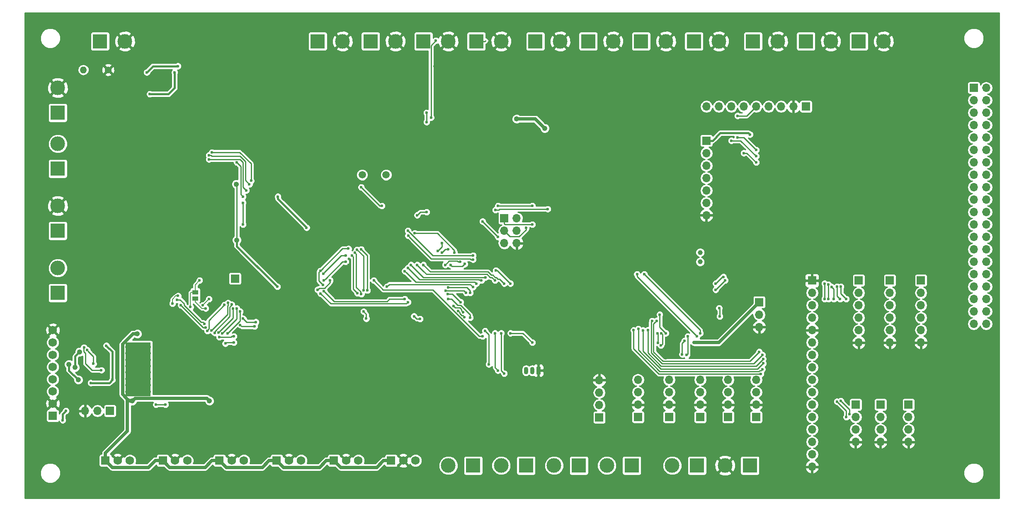
<source format=gbr>
G04 #@! TF.FileFunction,Copper,L2,Bot,Signal*
%FSLAX46Y46*%
G04 Gerber Fmt 4.6, Leading zero omitted, Abs format (unit mm)*
G04 Created by KiCad (PCBNEW 4.0.7) date 05/05/18 08:32:39*
%MOMM*%
%LPD*%
G01*
G04 APERTURE LIST*
%ADD10C,0.100000*%
%ADD11R,1.700000X1.700000*%
%ADD12O,1.700000X1.700000*%
%ADD13R,1.750000X1.750000*%
%ADD14C,1.750000*%
%ADD15R,3.000000X3.000000*%
%ADD16C,3.000000*%
%ADD17R,1.270000X0.970000*%
%ADD18O,0.900000X1.500000*%
%ADD19R,0.900000X1.500000*%
%ADD20C,1.500000*%
%ADD21C,1.000000*%
%ADD22R,5.200000X11.000000*%
%ADD23C,1.330000*%
%ADD24C,1.400000*%
%ADD25O,1.400000X1.400000*%
%ADD26C,0.600000*%
%ADD27C,1.080000*%
%ADD28C,0.279400*%
%ADD29C,1.000000*%
%ADD30C,0.650000*%
%ADD31C,0.406400*%
%ADD32C,0.200000*%
%ADD33C,0.254000*%
G04 APERTURE END LIST*
D10*
D11*
X215265000Y-100965000D03*
D12*
X215265000Y-103505000D03*
X215265000Y-106045000D03*
X215265000Y-108585000D03*
X215265000Y-111125000D03*
X215265000Y-113665000D03*
D11*
X238760000Y-61595000D03*
D12*
X241300000Y-61595000D03*
X238760000Y-64135000D03*
X241300000Y-64135000D03*
X238760000Y-66675000D03*
X241300000Y-66675000D03*
X238760000Y-69215000D03*
X241300000Y-69215000D03*
X238760000Y-71755000D03*
X241300000Y-71755000D03*
X238760000Y-74295000D03*
X241300000Y-74295000D03*
X238760000Y-76835000D03*
X241300000Y-76835000D03*
X238760000Y-79375000D03*
X241300000Y-79375000D03*
X238760000Y-81915000D03*
X241300000Y-81915000D03*
X238760000Y-84455000D03*
X241300000Y-84455000D03*
X238760000Y-86995000D03*
X241300000Y-86995000D03*
X238760000Y-89535000D03*
X241300000Y-89535000D03*
X238760000Y-92075000D03*
X241300000Y-92075000D03*
X238760000Y-94615000D03*
X241300000Y-94615000D03*
X238760000Y-97155000D03*
X241300000Y-97155000D03*
X238760000Y-99695000D03*
X241300000Y-99695000D03*
X238760000Y-102235000D03*
X241300000Y-102235000D03*
X238760000Y-104775000D03*
X241300000Y-104775000D03*
X238760000Y-107315000D03*
X241300000Y-107315000D03*
X238760000Y-109855000D03*
X241300000Y-109855000D03*
D11*
X205740000Y-100965000D03*
D12*
X205740000Y-103505000D03*
X205740000Y-106045000D03*
X205740000Y-108585000D03*
X205740000Y-111125000D03*
X205740000Y-113665000D03*
X205740000Y-116205000D03*
X205740000Y-118745000D03*
X205740000Y-121285000D03*
X205740000Y-123825000D03*
X205740000Y-126365000D03*
X205740000Y-128905000D03*
X205740000Y-131445000D03*
X205740000Y-133985000D03*
X205740000Y-136525000D03*
X205740000Y-139065000D03*
D11*
X162278552Y-128962892D03*
D12*
X162278552Y-126422892D03*
X162278552Y-123882892D03*
X162278552Y-121342892D03*
D13*
X61421000Y-137795000D03*
D14*
X63921000Y-137795000D03*
X66421000Y-137795000D03*
D13*
X73152000Y-137795000D03*
D14*
X75652000Y-137795000D03*
X78152000Y-137795000D03*
D13*
X84709000Y-137795000D03*
D14*
X87209000Y-137795000D03*
X89709000Y-137795000D03*
D13*
X96393000Y-137795000D03*
D14*
X98893000Y-137795000D03*
X101393000Y-137795000D03*
D13*
X108077000Y-137795000D03*
D14*
X110577000Y-137795000D03*
X113077000Y-137795000D03*
D13*
X119761000Y-137795000D03*
D14*
X122261000Y-137795000D03*
X124761000Y-137795000D03*
D11*
X214630000Y-126365000D03*
D12*
X214630000Y-128905000D03*
X214630000Y-131445000D03*
X214630000Y-133985000D03*
D11*
X219710000Y-126365000D03*
D12*
X219710000Y-128905000D03*
X219710000Y-131445000D03*
X219710000Y-133985000D03*
D11*
X225425000Y-126365000D03*
D12*
X225425000Y-128905000D03*
X225425000Y-131445000D03*
X225425000Y-133985000D03*
D15*
X60325000Y-52070000D03*
D16*
X65405000Y-52070000D03*
D11*
X142875000Y-88265000D03*
D12*
X145415000Y-88265000D03*
X142875000Y-90805000D03*
X145415000Y-90805000D03*
X142875000Y-93345000D03*
X145415000Y-93345000D03*
D15*
X104775000Y-52070000D03*
D16*
X109855000Y-52070000D03*
D15*
X182245000Y-138811000D03*
D16*
X177165000Y-138811000D03*
D15*
X51689000Y-103505000D03*
D16*
X51689000Y-98425000D03*
D15*
X115570000Y-52070000D03*
D16*
X120650000Y-52070000D03*
D15*
X193040000Y-138811000D03*
D16*
X187960000Y-138811000D03*
D15*
X51689000Y-90805000D03*
D16*
X51689000Y-85725000D03*
D15*
X126365000Y-52070000D03*
D16*
X131445000Y-52070000D03*
D15*
X137160000Y-52070000D03*
D16*
X142240000Y-52070000D03*
D15*
X51689000Y-78105000D03*
D16*
X51689000Y-73025000D03*
D15*
X149225000Y-52070000D03*
D16*
X154305000Y-52070000D03*
D15*
X51689000Y-66675000D03*
D16*
X51689000Y-61595000D03*
D15*
X160020000Y-52070000D03*
D16*
X165100000Y-52070000D03*
D15*
X170815000Y-52070000D03*
D16*
X175895000Y-52070000D03*
D15*
X181610000Y-52070000D03*
D16*
X186690000Y-52070000D03*
D15*
X193675000Y-52070000D03*
D16*
X198755000Y-52070000D03*
D15*
X204470000Y-52070000D03*
D16*
X209550000Y-52070000D03*
D15*
X215265000Y-52070000D03*
D16*
X220345000Y-52070000D03*
D11*
X87884000Y-100584000D03*
D17*
X79756000Y-104648000D03*
X79756000Y-103368000D03*
D11*
X184150000Y-72390000D03*
D12*
X184150000Y-74930000D03*
X184150000Y-77470000D03*
X184150000Y-80010000D03*
X184150000Y-82550000D03*
X184150000Y-85090000D03*
X184150000Y-87630000D03*
D13*
X50673000Y-128651000D03*
D14*
X50673000Y-126151000D03*
X50673000Y-123651000D03*
X50673000Y-121151000D03*
X50673000Y-118651000D03*
X50673000Y-116151000D03*
X50673000Y-113651000D03*
X50673000Y-111151000D03*
D11*
X204470000Y-65405000D03*
D12*
X201930000Y-65405000D03*
X199390000Y-65405000D03*
X196850000Y-65405000D03*
X194310000Y-65405000D03*
X191770000Y-65405000D03*
X189230000Y-65405000D03*
X186690000Y-65405000D03*
X184150000Y-65405000D03*
D11*
X176530000Y-128905000D03*
D12*
X176530000Y-126365000D03*
X176530000Y-123825000D03*
X176530000Y-121285000D03*
D11*
X182880000Y-128905000D03*
D12*
X182880000Y-126365000D03*
X182880000Y-123825000D03*
X182880000Y-121285000D03*
D11*
X188595000Y-128905000D03*
D12*
X188595000Y-126365000D03*
X188595000Y-123825000D03*
X188595000Y-121285000D03*
D11*
X194310000Y-128905000D03*
D12*
X194310000Y-126365000D03*
X194310000Y-123825000D03*
X194310000Y-121285000D03*
D11*
X170180000Y-128905000D03*
D12*
X170180000Y-126365000D03*
X170180000Y-123825000D03*
X170180000Y-121285000D03*
D11*
X62357000Y-127635000D03*
D12*
X59817000Y-127635000D03*
X57277000Y-127635000D03*
D11*
X194945000Y-105410000D03*
D12*
X194945000Y-107950000D03*
X194945000Y-110490000D03*
D11*
X221615000Y-100965000D03*
D12*
X221615000Y-103505000D03*
X221615000Y-106045000D03*
X221615000Y-108585000D03*
X221615000Y-111125000D03*
X221615000Y-113665000D03*
D11*
X227965000Y-100965000D03*
D12*
X227965000Y-103505000D03*
X227965000Y-106045000D03*
X227965000Y-108585000D03*
X227965000Y-111125000D03*
X227965000Y-113665000D03*
D15*
X136525000Y-138811000D03*
D16*
X131445000Y-138811000D03*
D15*
X147320000Y-138811000D03*
D16*
X142240000Y-138811000D03*
D15*
X158115000Y-138811000D03*
D16*
X153035000Y-138811000D03*
D15*
X168910000Y-138811000D03*
D16*
X163830000Y-138811000D03*
D18*
X148590000Y-119380000D03*
X147320000Y-119380000D03*
D19*
X149860000Y-119380000D03*
D20*
X113865000Y-79375000D03*
X118745000Y-79375000D03*
D21*
X182880000Y-95255000D03*
X182880000Y-97155000D03*
D22*
X68087000Y-119141000D03*
D23*
X66137000Y-114591000D03*
X66137000Y-115891000D03*
X66137000Y-117191000D03*
X66137000Y-118491000D03*
X66137000Y-119791000D03*
X66137000Y-121091000D03*
X66137000Y-122391000D03*
X66137000Y-123691000D03*
X67437000Y-114591000D03*
X67437000Y-115891000D03*
X67437000Y-117191000D03*
X67437000Y-118491000D03*
X67437000Y-119791000D03*
X67437000Y-121091000D03*
X67437000Y-122391000D03*
X67437000Y-123691000D03*
X68737000Y-114591000D03*
X68737000Y-115891000D03*
X68737000Y-117191000D03*
X68737000Y-118491000D03*
X68737000Y-119791000D03*
X68737000Y-121091000D03*
X68737000Y-122391000D03*
X68737000Y-123691000D03*
X70037000Y-114591000D03*
X70037000Y-115891000D03*
X70037000Y-117191000D03*
X70037000Y-118491000D03*
X70037000Y-119791000D03*
X70037000Y-121091000D03*
X70037000Y-122391000D03*
X70037000Y-123691000D03*
D24*
X61976000Y-57912000D03*
D25*
X56896000Y-57912000D03*
D26*
X175895000Y-116840000D03*
X174625000Y-125095000D03*
X80010000Y-111125000D03*
X113030000Y-72390000D03*
X119380000Y-72390000D03*
X81280000Y-102870000D03*
X76200000Y-102235000D03*
X86360000Y-98425000D03*
X83820000Y-102870000D03*
X84455000Y-106045000D03*
X182880000Y-99060000D03*
X161925000Y-64135000D03*
X165735000Y-64770000D03*
X142240000Y-68580000D03*
X146685000Y-69850000D03*
X138430000Y-114300000D03*
X132715000Y-117475000D03*
X131445000Y-113030000D03*
X121920000Y-115570000D03*
X120650000Y-113030000D03*
X113665000Y-117475000D03*
X103505000Y-117475000D03*
X111125000Y-113030000D03*
X186055000Y-104775000D03*
X123825000Y-79375000D03*
X117181948Y-82234499D03*
X119380000Y-92075000D03*
X118110000Y-97790000D03*
X92710000Y-123190000D03*
X95250000Y-118110000D03*
X108585000Y-103505000D03*
X111125000Y-97790000D03*
X73025000Y-115570000D03*
X58420000Y-124460000D03*
X63457450Y-122591489D03*
X59055000Y-115570000D03*
X57150000Y-110490000D03*
X90170000Y-107950000D03*
X92710000Y-103505000D03*
X75565000Y-64770000D03*
X78740000Y-64559126D03*
X78105000Y-63500000D03*
X78740000Y-62865000D03*
X67310000Y-83185000D03*
X81280000Y-90170000D03*
X81280000Y-83820000D03*
X107950000Y-91440000D03*
D27*
X154940000Y-55880000D03*
X165100000Y-56515000D03*
X178435000Y-57150000D03*
X186055000Y-57150000D03*
X219710000Y-57785000D03*
X209550000Y-58420000D03*
X198755000Y-59055000D03*
D26*
X151765000Y-63500000D03*
D27*
X107950000Y-57150000D03*
X120015000Y-57150000D03*
X128905000Y-57150000D03*
X138430000Y-57150000D03*
D26*
X102504728Y-90163176D03*
X96645000Y-83820000D03*
X88265000Y-76839710D03*
X181610000Y-113665000D03*
D27*
X151130000Y-69850000D03*
X145415000Y-67945000D03*
D26*
X193040000Y-71120000D03*
X127000000Y-66675000D03*
X127000000Y-68580000D03*
X89535000Y-83820000D03*
D27*
X82677000Y-125603000D03*
X66929000Y-125603000D03*
X67945000Y-111887000D03*
D26*
X96520000Y-102235000D03*
D27*
X88175879Y-81280000D03*
D26*
X78784596Y-106411921D03*
X80645000Y-100965000D03*
D27*
X88265000Y-92710000D03*
D26*
X75565000Y-58420000D03*
X70485000Y-62865000D03*
X81915000Y-106680000D03*
X61610400Y-114300000D03*
X62865000Y-121285000D03*
X58420000Y-121920000D03*
X53340000Y-127635000D03*
X52705000Y-129540000D03*
X127923985Y-67652538D03*
X128905000Y-51943000D03*
X76200000Y-57150000D03*
X69850000Y-58420000D03*
X134802656Y-97607344D03*
X131905243Y-97785290D03*
X123190000Y-105405290D03*
X111053828Y-94461559D03*
X105372859Y-103643235D03*
X105307150Y-98985686D03*
X105836571Y-101861556D03*
X209050738Y-101814437D03*
X209080013Y-104775000D03*
X211608015Y-125591974D03*
X213364710Y-128270000D03*
X187622293Y-100244461D03*
X186055000Y-101600000D03*
X133847801Y-97159710D03*
X130810000Y-97785290D03*
X122555000Y-104775000D03*
X106050651Y-103186673D03*
X105912511Y-99557801D03*
X208280000Y-101600000D03*
X208280000Y-104775000D03*
X210820000Y-125730000D03*
X212725000Y-128905000D03*
X187960000Y-100969701D03*
X186055000Y-102870000D03*
X110490000Y-95885000D03*
X138430000Y-88900000D03*
X141605000Y-92075000D03*
X117884710Y-85725000D03*
X113665000Y-81915000D03*
X129301266Y-94945279D03*
X189230000Y-72390000D03*
X194310000Y-75565000D03*
X210820000Y-102235000D03*
X211455000Y-104775000D03*
X130175000Y-93345000D03*
X130175000Y-95245290D03*
X134458838Y-107476162D03*
X132539836Y-106235149D03*
X190495307Y-71750290D03*
X211620013Y-102235000D03*
X194310000Y-74295000D03*
X212725000Y-104775000D03*
X147320000Y-90174710D03*
X190500000Y-67310000D03*
X131445000Y-94615000D03*
X133482488Y-107177800D03*
X134752489Y-108447801D03*
X209707676Y-102271001D03*
X191770000Y-74930000D03*
X194310000Y-76835000D03*
X210185000Y-104775000D03*
X148590000Y-89535000D03*
D27*
X53975000Y-118110000D03*
X55880000Y-121285000D03*
X56136391Y-115573683D03*
X55245000Y-118745000D03*
D26*
X180134010Y-116200290D03*
X180340000Y-112395000D03*
X179203666Y-116068979D03*
X179700290Y-113307528D03*
X186758911Y-106611089D03*
X186868702Y-108303555D03*
X174955026Y-111764710D03*
X174862516Y-114267828D03*
X174155013Y-111764710D03*
X174296822Y-113702134D03*
X81672161Y-109820010D03*
X76057032Y-104894696D03*
X89539710Y-108766033D03*
X92144593Y-109469532D03*
X81887360Y-110590535D03*
X88957067Y-110067620D03*
X91900954Y-110373098D03*
X76835000Y-106045000D03*
X81298272Y-106026728D03*
X82550000Y-104775000D03*
X76250741Y-104118489D03*
X75124214Y-105698423D03*
X57053479Y-114642575D03*
X60584210Y-119299589D03*
X57650974Y-115174571D03*
X58979609Y-118011368D03*
X195563066Y-119117600D03*
X170249203Y-110871879D03*
X122555000Y-99060000D03*
X137160000Y-101600000D03*
X138228907Y-100969710D03*
X171212886Y-111157573D03*
X195762656Y-117927344D03*
X123190000Y-98425000D03*
X172235879Y-111090106D03*
X195726962Y-117005715D03*
X123825000Y-97790000D03*
X139065000Y-100330000D03*
X84679166Y-112567934D03*
X106035589Y-100965000D03*
X110490000Y-97155000D03*
X87630000Y-112395000D03*
X173073502Y-109224710D03*
X195584693Y-116209744D03*
X140970000Y-100965000D03*
X125095000Y-97790000D03*
X173985290Y-109220000D03*
X194945000Y-115570000D03*
X142875000Y-101600000D03*
X126365000Y-97790000D03*
X123261527Y-91819989D03*
X169999782Y-99699710D03*
X136525000Y-96685013D03*
X182245000Y-112395000D03*
X182880000Y-111760000D03*
X171450000Y-99695000D03*
X136525000Y-95885000D03*
X123190000Y-90805000D03*
X141131162Y-98898838D03*
X124594844Y-91305156D03*
X132715000Y-95245290D03*
X144145000Y-101600000D03*
X174625000Y-107950000D03*
X175895000Y-111760000D03*
X151765000Y-86364710D03*
X141054781Y-86544907D03*
X127000000Y-86999710D03*
X125095000Y-87630000D03*
X148590000Y-85725000D03*
X141605000Y-85725000D03*
X114912776Y-103011623D03*
X113665000Y-94615000D03*
X131445000Y-104775000D03*
X135890000Y-108585000D03*
X114112868Y-102998749D03*
X125679219Y-108827458D03*
X124447294Y-108278532D03*
X112812650Y-94667337D03*
X113675845Y-103770633D03*
X114693142Y-108784786D03*
X114129308Y-107329359D03*
X112346436Y-95317464D03*
X112897644Y-103585099D03*
X111760000Y-95885000D03*
X91170748Y-80584102D03*
X83185000Y-74764987D03*
X82550000Y-75399987D03*
X90809710Y-81298014D03*
X82550000Y-76200000D03*
X90170000Y-82550000D03*
X89535000Y-89535000D03*
X89535000Y-85090000D03*
X82244644Y-111306334D03*
X85736664Y-105965056D03*
X83110541Y-111159855D03*
X86472137Y-105561654D03*
X83731972Y-111663683D03*
X87200098Y-105893454D03*
X84529171Y-111596650D03*
X87460277Y-106680000D03*
X85306255Y-111786807D03*
X88260290Y-106680000D03*
X88900000Y-107315000D03*
X86360000Y-111760000D03*
X85918268Y-113858268D03*
X104771313Y-102869945D03*
X107315000Y-100965000D03*
X87630000Y-113665000D03*
X73660000Y-126365000D03*
X71755000Y-126365000D03*
X131356618Y-103725024D03*
X138930156Y-111259844D03*
X133985000Y-105410000D03*
X139700000Y-118110000D03*
X140970000Y-111755290D03*
X130930957Y-103047653D03*
X135085277Y-103505000D03*
X141600290Y-119380000D03*
X142240000Y-111755290D03*
X131445000Y-102407943D03*
X135885290Y-103505000D03*
X142875000Y-120015000D03*
X116226964Y-100943036D03*
X138430000Y-112395000D03*
X144145000Y-111760000D03*
X148590000Y-113665000D03*
X118919757Y-102230290D03*
X169292052Y-111142354D03*
X195268665Y-120075026D03*
X136479477Y-102318131D03*
D28*
X59055000Y-115570000D02*
X59690000Y-114935000D01*
X78740000Y-62865000D02*
X79375000Y-62865000D01*
X107950000Y-91440000D02*
X108585000Y-91440000D01*
D29*
X107950000Y-57150000D02*
X108585000Y-56515000D01*
X138430000Y-57150000D02*
X137795000Y-57150000D01*
D30*
X66929000Y-125603000D02*
X67468999Y-125063001D01*
X67468999Y-125063001D02*
X82137001Y-125063001D01*
X82137001Y-125063001D02*
X82677000Y-125603000D01*
D31*
X102204729Y-89863177D02*
X102504728Y-90163176D01*
X96645000Y-84303448D02*
X102204729Y-89863177D01*
X96645000Y-83820000D02*
X96645000Y-84303448D01*
D28*
X89535000Y-83820000D02*
X89055589Y-83340589D01*
X89055589Y-83340589D02*
X89055589Y-77630299D01*
X89055589Y-77630299D02*
X88564999Y-77139709D01*
X88564999Y-77139709D02*
X88265000Y-76839710D01*
D31*
X192740001Y-70820001D02*
X193040000Y-71120000D01*
X186976399Y-70820001D02*
X192740001Y-70820001D01*
X184150000Y-72390000D02*
X185406400Y-72390000D01*
X185406400Y-72390000D02*
X186976399Y-70820001D01*
D30*
X181610000Y-113665000D02*
X186690000Y-113665000D01*
X186690000Y-113665000D02*
X194945000Y-105410000D01*
X149225000Y-67945000D02*
X151130000Y-69850000D01*
X145415000Y-67945000D02*
X149225000Y-67945000D01*
D28*
X127000000Y-68580000D02*
X127000000Y-66675000D01*
D30*
X108077000Y-137795000D02*
X109477001Y-139195001D01*
X109477001Y-139195001D02*
X116835999Y-139195001D01*
X116835999Y-139195001D02*
X118236000Y-137795000D01*
X118236000Y-137795000D02*
X119761000Y-137795000D01*
X96393000Y-137795000D02*
X97793001Y-139195001D01*
X97793001Y-139195001D02*
X105151999Y-139195001D01*
X105151999Y-139195001D02*
X106552000Y-137795000D01*
X106552000Y-137795000D02*
X108077000Y-137795000D01*
X84709000Y-137795000D02*
X86109001Y-139195001D01*
X86109001Y-139195001D02*
X93467999Y-139195001D01*
X93467999Y-139195001D02*
X94868000Y-137795000D01*
X94868000Y-137795000D02*
X96393000Y-137795000D01*
X73152000Y-137795000D02*
X74552001Y-139195001D01*
X74552001Y-139195001D02*
X81783999Y-139195001D01*
X81783999Y-139195001D02*
X83184000Y-137795000D01*
X83184000Y-137795000D02*
X84709000Y-137795000D01*
X61421000Y-137795000D02*
X62821001Y-139195001D01*
X62821001Y-139195001D02*
X70226999Y-139195001D01*
X70226999Y-139195001D02*
X71627000Y-137795000D01*
X71627000Y-137795000D02*
X73152000Y-137795000D01*
X65913000Y-125228202D02*
X66287798Y-125603000D01*
X64946999Y-124262201D02*
X65913000Y-125228202D01*
X65913000Y-125228202D02*
X65913000Y-131778000D01*
X65913000Y-131778000D02*
X61421000Y-136270000D01*
X61421000Y-136270000D02*
X61421000Y-137795000D01*
X67945000Y-111887000D02*
X67079798Y-111887000D01*
X67079798Y-111887000D02*
X64946999Y-114019799D01*
X64946999Y-114019799D02*
X64946999Y-124262201D01*
X66287798Y-125603000D02*
X66929000Y-125603000D01*
D31*
X96520000Y-102235000D02*
X88265000Y-93980000D01*
X88265000Y-93980000D02*
X88265000Y-92710000D01*
D28*
X88265000Y-81369121D02*
X88175879Y-81280000D01*
X88265000Y-92710000D02*
X88265000Y-81369121D01*
D32*
X78784596Y-105987657D02*
X78784596Y-106411921D01*
X78784596Y-103504404D02*
X78784596Y-105987657D01*
X78921000Y-103368000D02*
X78784596Y-103504404D01*
X79756000Y-103368000D02*
X78921000Y-103368000D01*
X79756000Y-103368000D02*
X79756000Y-101854000D01*
X79756000Y-101854000D02*
X80645000Y-100965000D01*
D31*
X75565000Y-61595000D02*
X75565000Y-58420000D01*
X74295000Y-62865000D02*
X75565000Y-61595000D01*
X70485000Y-62865000D02*
X74295000Y-62865000D01*
D32*
X79756000Y-104648000D02*
X79756000Y-105333000D01*
X79756000Y-105333000D02*
X81103000Y-106680000D01*
X81103000Y-106680000D02*
X81915000Y-106680000D01*
D31*
X62865000Y-121285000D02*
X62865000Y-115554600D01*
X62865000Y-115554600D02*
X61610400Y-114300000D01*
X58420000Y-121920000D02*
X62230000Y-121920000D01*
X62230000Y-121920000D02*
X62865000Y-121285000D01*
X52705000Y-129540000D02*
X52705000Y-128270000D01*
X52705000Y-128270000D02*
X53340000Y-127635000D01*
D28*
X127923985Y-67228274D02*
X127923985Y-67652538D01*
X127923985Y-52924015D02*
X127923985Y-67228274D01*
X128905000Y-51943000D02*
X127923985Y-52924015D01*
X137160000Y-52070000D02*
X138939400Y-52070000D01*
X138939400Y-52070000D02*
X139065000Y-51944400D01*
D31*
X71120000Y-57150000D02*
X76200000Y-57150000D01*
X69850000Y-58420000D02*
X71120000Y-57150000D01*
D28*
X134502657Y-97907343D02*
X134802656Y-97607344D01*
X132205242Y-98085289D02*
X134324711Y-98085289D01*
X131905243Y-97785290D02*
X132205242Y-98085289D01*
X134324711Y-98085289D02*
X134502657Y-97907343D01*
X105372859Y-103643235D02*
X107463444Y-105733820D01*
X122861470Y-105733820D02*
X122890001Y-105705289D01*
X122890001Y-105705289D02*
X123190000Y-105405290D01*
X107463444Y-105733820D02*
X122861470Y-105733820D01*
X109831277Y-94461559D02*
X110629564Y-94461559D01*
X110629564Y-94461559D02*
X111053828Y-94461559D01*
X105307150Y-98985686D02*
X109831277Y-94461559D01*
X105007151Y-101032136D02*
X105007151Y-99285685D01*
X105007151Y-99285685D02*
X105307150Y-98985686D01*
X105836571Y-101861556D02*
X105007151Y-101032136D01*
X209080013Y-104350736D02*
X209050738Y-104321461D01*
X209050738Y-104321461D02*
X209050738Y-101814437D01*
X209080013Y-104775000D02*
X209080013Y-104350736D01*
X211908014Y-125891973D02*
X211608015Y-125591974D01*
X213364710Y-127348669D02*
X211908014Y-125891973D01*
X213364710Y-128270000D02*
X213364710Y-127348669D01*
X187410539Y-100244461D02*
X187622293Y-100244461D01*
X186055000Y-101600000D02*
X187410539Y-100244461D01*
X133263238Y-96999411D02*
X133423537Y-97159710D01*
X130810000Y-97785290D02*
X131595879Y-96999411D01*
X133423537Y-97159710D02*
X133847801Y-97159710D01*
X131595879Y-96999411D02*
X133263238Y-96999411D01*
X106050651Y-103186673D02*
X108118387Y-105254409D01*
X119422988Y-104775000D02*
X122130736Y-104775000D01*
X122130736Y-104775000D02*
X122555000Y-104775000D01*
X108118387Y-105254409D02*
X118943579Y-105254409D01*
X118943579Y-105254409D02*
X119422988Y-104775000D01*
X106212510Y-99257802D02*
X105912511Y-99557801D01*
X109585312Y-95885000D02*
X106212510Y-99257802D01*
X110490000Y-95885000D02*
X109585312Y-95885000D01*
X208280000Y-104775000D02*
X208280000Y-101600000D01*
X212725000Y-128905000D02*
X212725000Y-127635000D01*
X212725000Y-127635000D02*
X210820000Y-125730000D01*
X186055000Y-102870000D02*
X186059701Y-102870000D01*
X186059701Y-102870000D02*
X187960000Y-100969701D01*
X141605000Y-92075000D02*
X138430000Y-88900000D01*
X117475000Y-85725000D02*
X117884710Y-85725000D01*
X113665000Y-81915000D02*
X117475000Y-85725000D01*
X129601265Y-94645280D02*
X129301266Y-94945279D01*
X130175000Y-94071545D02*
X129601265Y-94645280D01*
X130175000Y-93345000D02*
X130175000Y-94071545D01*
X194310000Y-75565000D02*
X191135000Y-72390000D01*
X191135000Y-72390000D02*
X189230000Y-72390000D01*
X211455000Y-104775000D02*
X210820000Y-104140000D01*
X210820000Y-104140000D02*
X210820000Y-102235000D01*
X130474999Y-94945291D02*
X130175000Y-95245290D01*
X130805290Y-94615000D02*
X130474999Y-94945291D01*
X131445000Y-94615000D02*
X130805290Y-94615000D01*
X134158839Y-107176163D02*
X134458838Y-107476162D01*
X134158839Y-106907391D02*
X134158839Y-107176163D01*
X132539836Y-106235149D02*
X132842785Y-106538098D01*
X132842785Y-106538098D02*
X133789546Y-106538098D01*
X133789546Y-106538098D02*
X134158839Y-106907391D01*
X190919571Y-71750290D02*
X190495307Y-71750290D01*
X191765290Y-71750290D02*
X190919571Y-71750290D01*
X194310000Y-74295000D02*
X191765290Y-71750290D01*
X211620013Y-102659264D02*
X211620013Y-102235000D01*
X211620013Y-103670013D02*
X211620013Y-102659264D01*
X212725000Y-104775000D02*
X211620013Y-103670013D01*
X147320000Y-90598974D02*
X147320000Y-90174710D01*
X145924273Y-91994701D02*
X147320000Y-90598974D01*
X142875000Y-90805000D02*
X144064701Y-91994701D01*
X144064701Y-91994701D02*
X145924273Y-91994701D01*
X190500000Y-67310000D02*
X192405000Y-67310000D01*
X192405000Y-67310000D02*
X194310000Y-65405000D01*
X133782487Y-107477799D02*
X133482488Y-107177800D01*
X134225790Y-108147802D02*
X133782487Y-107704499D01*
X133782487Y-107704499D02*
X133782487Y-107477799D01*
X134752489Y-108447801D02*
X134452490Y-108147802D01*
X134452490Y-108147802D02*
X134225790Y-108147802D01*
X210007675Y-102571000D02*
X209707676Y-102271001D01*
X210185000Y-104775000D02*
X210185000Y-102748325D01*
X210185000Y-102748325D02*
X210007675Y-102571000D01*
X194310000Y-76835000D02*
X192405000Y-74930000D01*
X192405000Y-74930000D02*
X191770000Y-74930000D01*
X148590000Y-89535000D02*
X143015600Y-89535000D01*
X142875000Y-89394400D02*
X142875000Y-88265000D01*
X143015600Y-89535000D02*
X142875000Y-89394400D01*
D31*
X53975000Y-118873675D02*
X53975000Y-118110000D01*
X55880000Y-121285000D02*
X53975000Y-119380000D01*
X53975000Y-119380000D02*
X53975000Y-118873675D01*
X55596392Y-116113682D02*
X56136391Y-115573683D01*
X55245000Y-118745000D02*
X55245000Y-116465074D01*
X55245000Y-116465074D02*
X55596392Y-116113682D01*
D28*
X180340000Y-112395000D02*
X180340000Y-115994300D01*
X180340000Y-115994300D02*
X180134010Y-116200290D01*
X179203666Y-115644715D02*
X179203666Y-116068979D01*
X179700290Y-113307528D02*
X179203666Y-113804152D01*
X179203666Y-113804152D02*
X179203666Y-115644715D01*
X186868702Y-108303555D02*
X186868702Y-106720880D01*
X186868702Y-106720880D02*
X186758911Y-106611089D01*
X175162515Y-113967829D02*
X175162515Y-111972199D01*
X174862516Y-114267828D02*
X175162515Y-113967829D01*
X175162515Y-111972199D02*
X174955026Y-111764710D01*
X174296822Y-111906519D02*
X174155013Y-111764710D01*
X174296822Y-113702134D02*
X174296822Y-111906519D01*
X81372162Y-109520011D02*
X81672161Y-109820010D01*
X77474702Y-105694738D02*
X77474702Y-106006714D01*
X76674660Y-104894696D02*
X77474702Y-105694738D01*
X77474702Y-106006714D02*
X80987999Y-109520011D01*
X80987999Y-109520011D02*
X81372162Y-109520011D01*
X76057032Y-104894696D02*
X76674660Y-104894696D01*
X89839709Y-109066032D02*
X89539710Y-108766033D01*
X92144593Y-109469532D02*
X90243209Y-109469532D01*
X90243209Y-109469532D02*
X89839709Y-109066032D01*
X81463096Y-110590535D02*
X81887360Y-110590535D01*
X76835000Y-106045000D02*
X81380535Y-110590535D01*
X81380535Y-110590535D02*
X81463096Y-110590535D01*
X89257066Y-110367619D02*
X88957067Y-110067620D01*
X91900954Y-110373098D02*
X89262545Y-110373098D01*
X89262545Y-110373098D02*
X89257066Y-110367619D01*
D32*
X82550000Y-104775000D02*
X81298272Y-106026728D01*
X75124214Y-104820752D02*
X75124214Y-105274159D01*
X75124214Y-105274159D02*
X75124214Y-105698423D01*
X75826477Y-104118489D02*
X75124214Y-104820752D01*
X76250741Y-104118489D02*
X75826477Y-104118489D01*
D28*
X58675651Y-119299589D02*
X57343916Y-117967854D01*
X57343916Y-117967854D02*
X57343916Y-115814273D01*
X57011272Y-115481629D02*
X57011272Y-114684782D01*
X57343916Y-115814273D02*
X57011272Y-115481629D01*
X57011272Y-114684782D02*
X57053479Y-114642575D01*
X60584210Y-119299589D02*
X58675651Y-119299589D01*
X57950973Y-115474570D02*
X57650974Y-115174571D01*
X58979609Y-116503206D02*
X57950973Y-115474570D01*
X58979609Y-118011368D02*
X58979609Y-116503206D01*
X195036368Y-119417599D02*
X195263067Y-119417599D01*
X195263067Y-119417599D02*
X195563066Y-119117600D01*
X174621277Y-119548233D02*
X194905734Y-119548233D01*
X194905734Y-119548233D02*
X195036368Y-119417599D01*
X170249203Y-115176159D02*
X174621277Y-119548233D01*
X170249203Y-110871879D02*
X170249203Y-115176159D01*
X124783822Y-101288822D02*
X122854999Y-99359999D01*
X122854999Y-99359999D02*
X122555000Y-99060000D01*
X136848822Y-101288822D02*
X124783822Y-101288822D01*
X137160000Y-101600000D02*
X136848822Y-101288822D01*
X171212886Y-115461853D02*
X171212886Y-111581837D01*
X194621178Y-119068822D02*
X174819855Y-119068822D01*
X171212886Y-111581837D02*
X171212886Y-111157573D01*
X174819855Y-119068822D02*
X171212886Y-115461853D01*
X195762656Y-117927344D02*
X194621178Y-119068822D01*
X137804643Y-100896405D02*
X138228907Y-100896405D01*
X137717649Y-100809411D02*
X137804643Y-100896405D01*
X125574411Y-100809411D02*
X137717649Y-100809411D01*
X123190000Y-98425000D02*
X125574411Y-100809411D01*
X138228907Y-100896405D02*
X138228907Y-100969710D01*
X172235879Y-111514370D02*
X172235879Y-111090106D01*
X172235879Y-115806857D02*
X172235879Y-111514370D01*
X174867545Y-118438523D02*
X172235879Y-115806857D01*
X194294154Y-118438523D02*
X174867545Y-118438523D01*
X195726962Y-117005715D02*
X194294154Y-118438523D01*
X139065000Y-100330000D02*
X126365000Y-100330000D01*
X126365000Y-100330000D02*
X123825000Y-97790000D01*
X87630000Y-112395000D02*
X87205736Y-112395000D01*
X87032802Y-112567934D02*
X84679166Y-112567934D01*
X87205736Y-112395000D02*
X87032802Y-112567934D01*
X110490000Y-97155000D02*
X109845589Y-97155000D01*
X106335588Y-100665001D02*
X106035589Y-100965000D01*
X109845589Y-97155000D02*
X106335588Y-100665001D01*
X172875589Y-109422623D02*
X173073502Y-109224710D01*
X172875589Y-115768578D02*
X172875589Y-109422623D01*
X175066123Y-117959112D02*
X172875589Y-115768578D01*
X193835325Y-117959112D02*
X175066123Y-117959112D01*
X195584693Y-116209744D02*
X193835325Y-117959112D01*
X140011758Y-100330000D02*
X140335000Y-100330000D01*
X140335000Y-100330000D02*
X140970000Y-100965000D01*
X126365000Y-99060000D02*
X126995299Y-99690299D01*
X126995299Y-99690299D02*
X139372057Y-99690299D01*
X139372057Y-99690299D02*
X140011758Y-100330000D01*
X125095000Y-97790000D02*
X126365000Y-99060000D01*
X193040000Y-117475000D02*
X176206758Y-117475000D01*
X176206758Y-117475000D02*
X176202057Y-117479701D01*
X173355000Y-109850290D02*
X173685291Y-109519999D01*
X173685291Y-109519999D02*
X173985290Y-109220000D01*
X176202057Y-117479701D02*
X175264701Y-117479701D01*
X175264701Y-117479701D02*
X173355000Y-115570000D01*
X173355000Y-115570000D02*
X173355000Y-109850290D01*
X194945000Y-115570000D02*
X193040000Y-117475000D01*
X141932943Y-100657943D02*
X142875000Y-101600000D01*
X141609701Y-100657943D02*
X141932943Y-100657943D01*
X126365000Y-97790000D02*
X127785889Y-99210889D01*
X127785889Y-99210889D02*
X139570636Y-99210890D01*
X139570636Y-99210890D02*
X140210336Y-99850590D01*
X140210336Y-99850590D02*
X140533579Y-99850591D01*
X140533579Y-99850591D02*
X141008287Y-100325299D01*
X141008287Y-100325299D02*
X141277057Y-100325299D01*
X141277057Y-100325299D02*
X141609701Y-100657943D01*
X123561526Y-92119988D02*
X123261527Y-91819989D01*
X127961538Y-96520000D02*
X123561526Y-92119988D01*
X135935723Y-96520000D02*
X127961538Y-96520000D01*
X136525000Y-96685013D02*
X136100736Y-96685013D01*
X136100736Y-96685013D02*
X135935723Y-96520000D01*
X169999782Y-100149782D02*
X169999782Y-100123974D01*
X169999782Y-100123974D02*
X169999782Y-99699710D01*
X182245000Y-112395000D02*
X169999782Y-100149782D01*
X171450000Y-99695000D02*
X182880000Y-111125000D01*
X182880000Y-111125000D02*
X182880000Y-111760000D01*
X128270000Y-95885000D02*
X136525000Y-95885000D01*
X123190000Y-90805000D02*
X128270000Y-95885000D01*
X144145000Y-101600000D02*
X141443838Y-98898838D01*
X141443838Y-98898838D02*
X141131162Y-98898838D01*
X132715000Y-94821026D02*
X132715000Y-95245290D01*
X129199130Y-91305156D02*
X132715000Y-94821026D01*
X124594844Y-91305156D02*
X129199130Y-91305156D01*
X175895000Y-111760000D02*
X174625000Y-110490000D01*
X174625000Y-110490000D02*
X174625000Y-107950000D01*
X151340736Y-86364710D02*
X151765000Y-86364710D01*
X141731851Y-86544907D02*
X141912048Y-86364710D01*
X141054781Y-86544907D02*
X141731851Y-86544907D01*
X141912048Y-86364710D02*
X151340736Y-86364710D01*
X126575736Y-86999710D02*
X127000000Y-86999710D01*
X125095000Y-87630000D02*
X125725290Y-86999710D01*
X125725290Y-86999710D02*
X126575736Y-86999710D01*
X141605000Y-85725000D02*
X148590000Y-85725000D01*
X114912776Y-102587359D02*
X114912776Y-103011623D01*
X114912776Y-95862776D02*
X114912776Y-102587359D01*
X113665000Y-94615000D02*
X114912776Y-95862776D01*
X131869264Y-104775000D02*
X131445000Y-104775000D01*
X132080000Y-104775000D02*
X131869264Y-104775000D01*
X133363687Y-106058687D02*
X132080000Y-104775000D01*
X133988124Y-106058687D02*
X133363687Y-106058687D01*
X135890000Y-107960563D02*
X133988124Y-106058687D01*
X135890000Y-108585000D02*
X135890000Y-107960563D01*
X114112868Y-102574485D02*
X114112868Y-102998749D01*
X112812650Y-94667337D02*
X114112868Y-95967555D01*
X114112868Y-95967555D02*
X114112868Y-102574485D01*
X125254955Y-108827458D02*
X125679219Y-108827458D01*
X124996220Y-108827458D02*
X125254955Y-108827458D01*
X124447294Y-108278532D02*
X124996220Y-108827458D01*
X113537346Y-103278041D02*
X113537346Y-103632134D01*
X112646435Y-95617463D02*
X112646435Y-102387130D01*
X112646435Y-102387130D02*
X113537346Y-103278041D01*
X113537346Y-103632134D02*
X113675845Y-103770633D01*
X112346436Y-95317464D02*
X112646435Y-95617463D01*
X114129308Y-107329359D02*
X114693142Y-107893193D01*
X114693142Y-107893193D02*
X114693142Y-108360522D01*
X114693142Y-108360522D02*
X114693142Y-108784786D01*
X112597645Y-103285100D02*
X112897644Y-103585099D01*
X112059999Y-96184999D02*
X112059999Y-102747454D01*
X112059999Y-102747454D02*
X112597645Y-103285100D01*
X111760000Y-95885000D02*
X112059999Y-96184999D01*
X91170748Y-80159838D02*
X91170748Y-80584102D01*
X83185000Y-74764987D02*
X88820964Y-74764987D01*
X91170748Y-77114771D02*
X91170748Y-80159838D01*
X88820964Y-74764987D02*
X91170748Y-77114771D01*
X90809710Y-81298014D02*
X90014411Y-80502715D01*
X83134575Y-75560298D02*
X82974264Y-75399987D01*
X88938287Y-75560298D02*
X83134575Y-75560298D01*
X90014411Y-80502715D02*
X90014411Y-76636422D01*
X82974264Y-75399987D02*
X82550000Y-75399987D01*
X90014411Y-76636422D02*
X88938287Y-75560298D01*
X89535000Y-76835000D02*
X88900000Y-76200000D01*
X88900000Y-76200000D02*
X82550000Y-76200000D01*
X89535000Y-81915000D02*
X89535000Y-76835000D01*
X90170000Y-82550000D02*
X89535000Y-81915000D01*
X89535000Y-85090000D02*
X89535000Y-89535000D01*
X82527062Y-110897593D02*
X82244644Y-111180011D01*
X82244644Y-111180011D02*
X82244644Y-111306334D01*
X85736664Y-105965056D02*
X82527062Y-109174658D01*
X82527062Y-109174658D02*
X82527062Y-110897593D01*
X83410540Y-110859856D02*
X83110541Y-111159855D01*
X86472137Y-106043391D02*
X86341164Y-106174364D01*
X86472137Y-105561654D02*
X86472137Y-106043391D01*
X86341164Y-107929232D02*
X83410540Y-110859856D01*
X86341164Y-106174364D02*
X86341164Y-107929232D01*
X83731972Y-111441730D02*
X83731972Y-111663683D01*
X86820575Y-108353127D02*
X83731972Y-111441730D01*
X87200098Y-105893454D02*
X87200098Y-105993419D01*
X86820575Y-106372942D02*
X86820575Y-108353127D01*
X87200098Y-105993419D02*
X86820575Y-106372942D01*
X84829170Y-111296651D02*
X84529171Y-111596650D01*
X87460277Y-106680000D02*
X87460277Y-108665544D01*
X87460277Y-108665544D02*
X84829170Y-111296651D01*
X88260290Y-106680000D02*
X88260290Y-108832772D01*
X85606254Y-111486808D02*
X85306255Y-111786807D01*
X88260290Y-108832772D02*
X85606254Y-111486808D01*
X88900000Y-109220000D02*
X88900000Y-107315000D01*
X86360000Y-111760000D02*
X88900000Y-109220000D01*
X86111536Y-113665000D02*
X85918268Y-113858268D01*
X87630000Y-113665000D02*
X86111536Y-113665000D01*
X105094287Y-102546971D02*
X105071312Y-102569946D01*
X107315000Y-101389264D02*
X106157293Y-102546971D01*
X107315000Y-100965000D02*
X107315000Y-101389264D01*
X106157293Y-102546971D02*
X105094287Y-102546971D01*
X105071312Y-102569946D02*
X104771313Y-102869945D01*
X71755000Y-126365000D02*
X73660000Y-126365000D01*
X139230155Y-111559843D02*
X138930156Y-111259844D01*
X139700000Y-112029688D02*
X139230155Y-111559843D01*
X139700000Y-118110000D02*
X139700000Y-112029688D01*
X131780882Y-103725024D02*
X131356618Y-103725024D01*
X132300024Y-103725024D02*
X131780882Y-103725024D01*
X133985000Y-105410000D02*
X132300024Y-103725024D01*
X140970000Y-112179554D02*
X140970000Y-111755290D01*
X141600290Y-119380000D02*
X140970000Y-118749710D01*
X140970000Y-118749710D02*
X140970000Y-112179554D01*
X131355221Y-103047653D02*
X130930957Y-103047653D01*
X135085277Y-103505000D02*
X134627930Y-103047653D01*
X134627930Y-103047653D02*
X131355221Y-103047653D01*
X142875000Y-120015000D02*
X142240000Y-119380000D01*
X142240000Y-119380000D02*
X142240000Y-112179554D01*
X142240000Y-112179554D02*
X142240000Y-111755290D01*
X131869264Y-102407943D02*
X131445000Y-102407943D01*
X135212497Y-102407943D02*
X131869264Y-102407943D01*
X135885290Y-103080736D02*
X135212497Y-102407943D01*
X135885290Y-103505000D02*
X135885290Y-103080736D01*
X118110000Y-102870000D02*
X116226964Y-100986964D01*
X116226964Y-100986964D02*
X116226964Y-100943036D01*
X121285000Y-102870000D02*
X118110000Y-102870000D01*
X128270000Y-102870000D02*
X121285000Y-102870000D01*
X129540000Y-104140000D02*
X128270000Y-102870000D01*
X137795000Y-112395000D02*
X129540000Y-104140000D01*
X138430000Y-112395000D02*
X137795000Y-112395000D01*
X148590000Y-113665000D02*
X146685000Y-111760000D01*
X146685000Y-111760000D02*
X144145000Y-111760000D01*
X119219756Y-101930291D02*
X118919757Y-102230290D01*
X135929579Y-101768233D02*
X119381814Y-101768233D01*
X136479477Y-102318131D02*
X135929579Y-101768233D01*
X119381814Y-101768233D02*
X119219756Y-101930291D01*
X174470081Y-120075026D02*
X169292052Y-114896997D01*
X195268665Y-120075026D02*
X174470081Y-120075026D01*
X169292052Y-114896997D02*
X169292052Y-111566618D01*
X169292052Y-111566618D02*
X169292052Y-111142354D01*
D33*
G36*
X243923000Y-145498000D02*
X45002000Y-145498000D01*
X45002000Y-140746328D01*
X48087640Y-140746328D01*
X48403178Y-141509989D01*
X48986938Y-142094768D01*
X49750047Y-142411639D01*
X50576328Y-142412360D01*
X51339989Y-142096822D01*
X51924768Y-141513062D01*
X52241639Y-140749953D01*
X52242360Y-139923672D01*
X51926822Y-139160011D01*
X51343062Y-138575232D01*
X50579953Y-138258361D01*
X49753672Y-138257640D01*
X48990011Y-138573178D01*
X48405232Y-139156938D01*
X48088361Y-139920047D01*
X48087640Y-140746328D01*
X45002000Y-140746328D01*
X45002000Y-136920000D01*
X60059656Y-136920000D01*
X60059656Y-138670000D01*
X60092917Y-138846765D01*
X60197385Y-139009113D01*
X60356785Y-139118027D01*
X60546000Y-139156344D01*
X61648145Y-139156344D01*
X62253899Y-139762098D01*
X62253901Y-139762101D01*
X62490285Y-139920047D01*
X62514089Y-139935952D01*
X62821001Y-139997001D01*
X70226994Y-139997001D01*
X70226999Y-139997002D01*
X70533911Y-139935952D01*
X70794099Y-139762101D01*
X71805787Y-138750412D01*
X71823917Y-138846765D01*
X71928385Y-139009113D01*
X72087785Y-139118027D01*
X72277000Y-139156344D01*
X73379145Y-139156344D01*
X73984899Y-139762098D01*
X73984901Y-139762101D01*
X74221285Y-139920047D01*
X74245089Y-139935952D01*
X74552001Y-139997001D01*
X81783994Y-139997001D01*
X81783999Y-139997002D01*
X82090911Y-139935952D01*
X82351099Y-139762101D01*
X83362787Y-138750412D01*
X83380917Y-138846765D01*
X83485385Y-139009113D01*
X83644785Y-139118027D01*
X83834000Y-139156344D01*
X84936145Y-139156344D01*
X85541899Y-139762098D01*
X85541901Y-139762101D01*
X85802089Y-139935952D01*
X86109001Y-139997001D01*
X93467994Y-139997001D01*
X93467999Y-139997002D01*
X93774911Y-139935952D01*
X94035099Y-139762101D01*
X95046787Y-138750412D01*
X95064917Y-138846765D01*
X95169385Y-139009113D01*
X95328785Y-139118027D01*
X95518000Y-139156344D01*
X96620145Y-139156344D01*
X97225899Y-139762098D01*
X97225901Y-139762101D01*
X97486089Y-139935952D01*
X97793001Y-139997001D01*
X105151994Y-139997001D01*
X105151999Y-139997002D01*
X105458911Y-139935952D01*
X105719099Y-139762101D01*
X106730787Y-138750412D01*
X106748917Y-138846765D01*
X106853385Y-139009113D01*
X107012785Y-139118027D01*
X107202000Y-139156344D01*
X108304145Y-139156344D01*
X108909899Y-139762098D01*
X108909901Y-139762101D01*
X109146285Y-139920047D01*
X109170089Y-139935952D01*
X109477001Y-139997001D01*
X116835994Y-139997001D01*
X116835999Y-139997002D01*
X117142911Y-139935952D01*
X117403099Y-139762101D01*
X118414787Y-138750412D01*
X118432917Y-138846765D01*
X118537385Y-139009113D01*
X118696785Y-139118027D01*
X118886000Y-139156344D01*
X120636000Y-139156344D01*
X120812765Y-139123083D01*
X120975113Y-139018615D01*
X121084027Y-138859215D01*
X121084463Y-138857060D01*
X121378545Y-138857060D01*
X121461884Y-139110953D01*
X122026306Y-139316590D01*
X122626458Y-139290579D01*
X122839042Y-139202524D01*
X129467657Y-139202524D01*
X129768003Y-139929418D01*
X130323657Y-140486042D01*
X131050025Y-140787656D01*
X131836524Y-140788343D01*
X132563418Y-140487997D01*
X133120042Y-139932343D01*
X133421656Y-139205975D01*
X133422343Y-138419476D01*
X133121997Y-137692582D01*
X132741080Y-137311000D01*
X134538656Y-137311000D01*
X134538656Y-140311000D01*
X134571917Y-140487765D01*
X134676385Y-140650113D01*
X134835785Y-140759027D01*
X135025000Y-140797344D01*
X138025000Y-140797344D01*
X138201765Y-140764083D01*
X138364113Y-140659615D01*
X138473027Y-140500215D01*
X138511344Y-140311000D01*
X138511344Y-139202524D01*
X140262657Y-139202524D01*
X140563003Y-139929418D01*
X141118657Y-140486042D01*
X141845025Y-140787656D01*
X142631524Y-140788343D01*
X143358418Y-140487997D01*
X143915042Y-139932343D01*
X144216656Y-139205975D01*
X144217343Y-138419476D01*
X143916997Y-137692582D01*
X143536080Y-137311000D01*
X145333656Y-137311000D01*
X145333656Y-140311000D01*
X145366917Y-140487765D01*
X145471385Y-140650113D01*
X145630785Y-140759027D01*
X145820000Y-140797344D01*
X148820000Y-140797344D01*
X148996765Y-140764083D01*
X149159113Y-140659615D01*
X149268027Y-140500215D01*
X149306344Y-140311000D01*
X149306344Y-139202524D01*
X151057657Y-139202524D01*
X151358003Y-139929418D01*
X151913657Y-140486042D01*
X152640025Y-140787656D01*
X153426524Y-140788343D01*
X154153418Y-140487997D01*
X154710042Y-139932343D01*
X155011656Y-139205975D01*
X155012343Y-138419476D01*
X154711997Y-137692582D01*
X154331080Y-137311000D01*
X156128656Y-137311000D01*
X156128656Y-140311000D01*
X156161917Y-140487765D01*
X156266385Y-140650113D01*
X156425785Y-140759027D01*
X156615000Y-140797344D01*
X159615000Y-140797344D01*
X159791765Y-140764083D01*
X159954113Y-140659615D01*
X160063027Y-140500215D01*
X160101344Y-140311000D01*
X160101344Y-139202524D01*
X161852657Y-139202524D01*
X162153003Y-139929418D01*
X162708657Y-140486042D01*
X163435025Y-140787656D01*
X164221524Y-140788343D01*
X164948418Y-140487997D01*
X165505042Y-139932343D01*
X165806656Y-139205975D01*
X165807343Y-138419476D01*
X165506997Y-137692582D01*
X165126080Y-137311000D01*
X166923656Y-137311000D01*
X166923656Y-140311000D01*
X166956917Y-140487765D01*
X167061385Y-140650113D01*
X167220785Y-140759027D01*
X167410000Y-140797344D01*
X170410000Y-140797344D01*
X170586765Y-140764083D01*
X170749113Y-140659615D01*
X170858027Y-140500215D01*
X170896344Y-140311000D01*
X170896344Y-139202524D01*
X175187657Y-139202524D01*
X175488003Y-139929418D01*
X176043657Y-140486042D01*
X176770025Y-140787656D01*
X177556524Y-140788343D01*
X178283418Y-140487997D01*
X178840042Y-139932343D01*
X179141656Y-139205975D01*
X179142343Y-138419476D01*
X178841997Y-137692582D01*
X178461080Y-137311000D01*
X180258656Y-137311000D01*
X180258656Y-140311000D01*
X180291917Y-140487765D01*
X180396385Y-140650113D01*
X180555785Y-140759027D01*
X180745000Y-140797344D01*
X183745000Y-140797344D01*
X183921765Y-140764083D01*
X184084113Y-140659615D01*
X184193027Y-140500215D01*
X184228515Y-140324970D01*
X186625635Y-140324970D01*
X186785418Y-140643739D01*
X187576187Y-140953723D01*
X188425387Y-140937497D01*
X189134582Y-140643739D01*
X189294365Y-140324970D01*
X187960000Y-138990605D01*
X186625635Y-140324970D01*
X184228515Y-140324970D01*
X184231344Y-140311000D01*
X184231344Y-138427187D01*
X185817277Y-138427187D01*
X185833503Y-139276387D01*
X186127261Y-139985582D01*
X186446030Y-140145365D01*
X187780395Y-138811000D01*
X188139605Y-138811000D01*
X189473970Y-140145365D01*
X189792739Y-139985582D01*
X190102723Y-139194813D01*
X190086497Y-138345613D01*
X189792739Y-137636418D01*
X189473970Y-137476635D01*
X188139605Y-138811000D01*
X187780395Y-138811000D01*
X186446030Y-137476635D01*
X186127261Y-137636418D01*
X185817277Y-138427187D01*
X184231344Y-138427187D01*
X184231344Y-137311000D01*
X184228716Y-137297030D01*
X186625635Y-137297030D01*
X187960000Y-138631395D01*
X189280395Y-137311000D01*
X191053656Y-137311000D01*
X191053656Y-140311000D01*
X191086917Y-140487765D01*
X191191385Y-140650113D01*
X191350785Y-140759027D01*
X191540000Y-140797344D01*
X194540000Y-140797344D01*
X194716765Y-140764083D01*
X194744357Y-140746328D01*
X236682640Y-140746328D01*
X236998178Y-141509989D01*
X237581938Y-142094768D01*
X238345047Y-142411639D01*
X239171328Y-142412360D01*
X239934989Y-142096822D01*
X240519768Y-141513062D01*
X240836639Y-140749953D01*
X240837360Y-139923672D01*
X240521822Y-139160011D01*
X239938062Y-138575232D01*
X239174953Y-138258361D01*
X238348672Y-138257640D01*
X237585011Y-138573178D01*
X237000232Y-139156938D01*
X236683361Y-139920047D01*
X236682640Y-140746328D01*
X194744357Y-140746328D01*
X194879113Y-140659615D01*
X194988027Y-140500215D01*
X195026344Y-140311000D01*
X195026344Y-139421890D01*
X204298524Y-139421890D01*
X204468355Y-139831924D01*
X204858642Y-140260183D01*
X205383108Y-140506486D01*
X205613000Y-140385819D01*
X205613000Y-139192000D01*
X205867000Y-139192000D01*
X205867000Y-140385819D01*
X206096892Y-140506486D01*
X206621358Y-140260183D01*
X207011645Y-139831924D01*
X207181476Y-139421890D01*
X207060155Y-139192000D01*
X205867000Y-139192000D01*
X205613000Y-139192000D01*
X204419845Y-139192000D01*
X204298524Y-139421890D01*
X195026344Y-139421890D01*
X195026344Y-137311000D01*
X194993083Y-137134235D01*
X194888615Y-136971887D01*
X194729215Y-136862973D01*
X194540000Y-136824656D01*
X191540000Y-136824656D01*
X191363235Y-136857917D01*
X191200887Y-136962385D01*
X191091973Y-137121785D01*
X191053656Y-137311000D01*
X189280395Y-137311000D01*
X189294365Y-137297030D01*
X189134582Y-136978261D01*
X188343813Y-136668277D01*
X187494613Y-136684503D01*
X186785418Y-136978261D01*
X186625635Y-137297030D01*
X184228716Y-137297030D01*
X184198083Y-137134235D01*
X184093615Y-136971887D01*
X183934215Y-136862973D01*
X183745000Y-136824656D01*
X180745000Y-136824656D01*
X180568235Y-136857917D01*
X180405887Y-136962385D01*
X180296973Y-137121785D01*
X180258656Y-137311000D01*
X178461080Y-137311000D01*
X178286343Y-137135958D01*
X177559975Y-136834344D01*
X176773476Y-136833657D01*
X176046582Y-137134003D01*
X175489958Y-137689657D01*
X175188344Y-138416025D01*
X175187657Y-139202524D01*
X170896344Y-139202524D01*
X170896344Y-137311000D01*
X170863083Y-137134235D01*
X170758615Y-136971887D01*
X170599215Y-136862973D01*
X170410000Y-136824656D01*
X167410000Y-136824656D01*
X167233235Y-136857917D01*
X167070887Y-136962385D01*
X166961973Y-137121785D01*
X166923656Y-137311000D01*
X165126080Y-137311000D01*
X164951343Y-137135958D01*
X164224975Y-136834344D01*
X163438476Y-136833657D01*
X162711582Y-137134003D01*
X162154958Y-137689657D01*
X161853344Y-138416025D01*
X161852657Y-139202524D01*
X160101344Y-139202524D01*
X160101344Y-137311000D01*
X160068083Y-137134235D01*
X159963615Y-136971887D01*
X159804215Y-136862973D01*
X159615000Y-136824656D01*
X156615000Y-136824656D01*
X156438235Y-136857917D01*
X156275887Y-136962385D01*
X156166973Y-137121785D01*
X156128656Y-137311000D01*
X154331080Y-137311000D01*
X154156343Y-137135958D01*
X153429975Y-136834344D01*
X152643476Y-136833657D01*
X151916582Y-137134003D01*
X151359958Y-137689657D01*
X151058344Y-138416025D01*
X151057657Y-139202524D01*
X149306344Y-139202524D01*
X149306344Y-137311000D01*
X149273083Y-137134235D01*
X149168615Y-136971887D01*
X149009215Y-136862973D01*
X148820000Y-136824656D01*
X145820000Y-136824656D01*
X145643235Y-136857917D01*
X145480887Y-136962385D01*
X145371973Y-137121785D01*
X145333656Y-137311000D01*
X143536080Y-137311000D01*
X143361343Y-137135958D01*
X142634975Y-136834344D01*
X141848476Y-136833657D01*
X141121582Y-137134003D01*
X140564958Y-137689657D01*
X140263344Y-138416025D01*
X140262657Y-139202524D01*
X138511344Y-139202524D01*
X138511344Y-137311000D01*
X138478083Y-137134235D01*
X138373615Y-136971887D01*
X138214215Y-136862973D01*
X138025000Y-136824656D01*
X135025000Y-136824656D01*
X134848235Y-136857917D01*
X134685887Y-136962385D01*
X134576973Y-137121785D01*
X134538656Y-137311000D01*
X132741080Y-137311000D01*
X132566343Y-137135958D01*
X131839975Y-136834344D01*
X131053476Y-136833657D01*
X130326582Y-137134003D01*
X129769958Y-137689657D01*
X129468344Y-138416025D01*
X129467657Y-139202524D01*
X122839042Y-139202524D01*
X123060116Y-139110953D01*
X123143455Y-138857060D01*
X122261000Y-137974605D01*
X121378545Y-138857060D01*
X121084463Y-138857060D01*
X121122344Y-138670000D01*
X121122344Y-138652313D01*
X121198940Y-138677455D01*
X122081395Y-137795000D01*
X122440605Y-137795000D01*
X123323060Y-138677455D01*
X123576953Y-138594116D01*
X123601024Y-138528048D01*
X123614162Y-138559846D01*
X123994154Y-138940501D01*
X124490891Y-139146765D01*
X125028750Y-139147234D01*
X125525846Y-138941838D01*
X125906501Y-138561846D01*
X126112765Y-138065109D01*
X126113234Y-137527250D01*
X125907838Y-137030154D01*
X125527846Y-136649499D01*
X125031109Y-136443235D01*
X124493250Y-136442766D01*
X123996154Y-136648162D01*
X123615499Y-137028154D01*
X123602894Y-137058511D01*
X123576953Y-136995884D01*
X123323060Y-136912545D01*
X122440605Y-137795000D01*
X122081395Y-137795000D01*
X121198940Y-136912545D01*
X121122344Y-136937687D01*
X121122344Y-136920000D01*
X121089083Y-136743235D01*
X121082459Y-136732940D01*
X121378545Y-136732940D01*
X122261000Y-137615395D01*
X123143455Y-136732940D01*
X123060116Y-136479047D01*
X122495694Y-136273410D01*
X121895542Y-136299421D01*
X121461884Y-136479047D01*
X121378545Y-136732940D01*
X121082459Y-136732940D01*
X120984615Y-136580887D01*
X120825215Y-136471973D01*
X120636000Y-136433656D01*
X118886000Y-136433656D01*
X118709235Y-136466917D01*
X118546887Y-136571385D01*
X118437973Y-136730785D01*
X118399656Y-136920000D01*
X118399656Y-136993000D01*
X118236000Y-136993000D01*
X117929088Y-137054049D01*
X117668900Y-137227900D01*
X117668898Y-137227903D01*
X116503799Y-138393001D01*
X114292612Y-138393001D01*
X114428765Y-138065109D01*
X114429234Y-137527250D01*
X114223838Y-137030154D01*
X113843846Y-136649499D01*
X113347109Y-136443235D01*
X112809250Y-136442766D01*
X112312154Y-136648162D01*
X111931499Y-137028154D01*
X111918894Y-137058511D01*
X111892953Y-136995884D01*
X111639060Y-136912545D01*
X110756605Y-137795000D01*
X110770748Y-137809143D01*
X110591143Y-137988748D01*
X110577000Y-137974605D01*
X110562858Y-137988748D01*
X110383253Y-137809143D01*
X110397395Y-137795000D01*
X109514940Y-136912545D01*
X109438344Y-136937687D01*
X109438344Y-136920000D01*
X109405083Y-136743235D01*
X109398459Y-136732940D01*
X109694545Y-136732940D01*
X110577000Y-137615395D01*
X111459455Y-136732940D01*
X111376116Y-136479047D01*
X110811694Y-136273410D01*
X110211542Y-136299421D01*
X109777884Y-136479047D01*
X109694545Y-136732940D01*
X109398459Y-136732940D01*
X109300615Y-136580887D01*
X109141215Y-136471973D01*
X108952000Y-136433656D01*
X107202000Y-136433656D01*
X107025235Y-136466917D01*
X106862887Y-136571385D01*
X106753973Y-136730785D01*
X106715656Y-136920000D01*
X106715656Y-136993000D01*
X106552000Y-136993000D01*
X106245088Y-137054049D01*
X105984900Y-137227900D01*
X105984898Y-137227903D01*
X104819799Y-138393001D01*
X102608612Y-138393001D01*
X102744765Y-138065109D01*
X102745234Y-137527250D01*
X102539838Y-137030154D01*
X102159846Y-136649499D01*
X101663109Y-136443235D01*
X101125250Y-136442766D01*
X100628154Y-136648162D01*
X100247499Y-137028154D01*
X100234894Y-137058511D01*
X100208953Y-136995884D01*
X99955060Y-136912545D01*
X99072605Y-137795000D01*
X99086748Y-137809143D01*
X98907143Y-137988748D01*
X98893000Y-137974605D01*
X98878858Y-137988748D01*
X98699253Y-137809143D01*
X98713395Y-137795000D01*
X97830940Y-136912545D01*
X97754344Y-136937687D01*
X97754344Y-136920000D01*
X97721083Y-136743235D01*
X97714459Y-136732940D01*
X98010545Y-136732940D01*
X98893000Y-137615395D01*
X99775455Y-136732940D01*
X99692116Y-136479047D01*
X99127694Y-136273410D01*
X98527542Y-136299421D01*
X98093884Y-136479047D01*
X98010545Y-136732940D01*
X97714459Y-136732940D01*
X97616615Y-136580887D01*
X97457215Y-136471973D01*
X97268000Y-136433656D01*
X95518000Y-136433656D01*
X95341235Y-136466917D01*
X95178887Y-136571385D01*
X95069973Y-136730785D01*
X95031656Y-136920000D01*
X95031656Y-136993000D01*
X94868000Y-136993000D01*
X94561088Y-137054049D01*
X94300900Y-137227900D01*
X94300898Y-137227903D01*
X93135799Y-138393001D01*
X90924612Y-138393001D01*
X91060765Y-138065109D01*
X91061234Y-137527250D01*
X90855838Y-137030154D01*
X90475846Y-136649499D01*
X89979109Y-136443235D01*
X89441250Y-136442766D01*
X88944154Y-136648162D01*
X88563499Y-137028154D01*
X88550894Y-137058511D01*
X88524953Y-136995884D01*
X88271060Y-136912545D01*
X87388605Y-137795000D01*
X87402748Y-137809143D01*
X87223143Y-137988748D01*
X87209000Y-137974605D01*
X87194858Y-137988748D01*
X87015253Y-137809143D01*
X87029395Y-137795000D01*
X86146940Y-136912545D01*
X86070344Y-136937687D01*
X86070344Y-136920000D01*
X86037083Y-136743235D01*
X86030459Y-136732940D01*
X86326545Y-136732940D01*
X87209000Y-137615395D01*
X88091455Y-136732940D01*
X88008116Y-136479047D01*
X87443694Y-136273410D01*
X86843542Y-136299421D01*
X86409884Y-136479047D01*
X86326545Y-136732940D01*
X86030459Y-136732940D01*
X85932615Y-136580887D01*
X85773215Y-136471973D01*
X85584000Y-136433656D01*
X83834000Y-136433656D01*
X83657235Y-136466917D01*
X83494887Y-136571385D01*
X83385973Y-136730785D01*
X83347656Y-136920000D01*
X83347656Y-136993000D01*
X83184000Y-136993000D01*
X82877088Y-137054049D01*
X82616900Y-137227900D01*
X82616898Y-137227903D01*
X81451799Y-138393001D01*
X79367612Y-138393001D01*
X79503765Y-138065109D01*
X79504234Y-137527250D01*
X79298838Y-137030154D01*
X78918846Y-136649499D01*
X78422109Y-136443235D01*
X77884250Y-136442766D01*
X77387154Y-136648162D01*
X77006499Y-137028154D01*
X76993894Y-137058511D01*
X76967953Y-136995884D01*
X76714060Y-136912545D01*
X75831605Y-137795000D01*
X75845748Y-137809143D01*
X75666143Y-137988748D01*
X75652000Y-137974605D01*
X75637858Y-137988748D01*
X75458253Y-137809143D01*
X75472395Y-137795000D01*
X74589940Y-136912545D01*
X74513344Y-136937687D01*
X74513344Y-136920000D01*
X74480083Y-136743235D01*
X74473459Y-136732940D01*
X74769545Y-136732940D01*
X75652000Y-137615395D01*
X76534455Y-136732940D01*
X76451116Y-136479047D01*
X75886694Y-136273410D01*
X75286542Y-136299421D01*
X74852884Y-136479047D01*
X74769545Y-136732940D01*
X74473459Y-136732940D01*
X74375615Y-136580887D01*
X74216215Y-136471973D01*
X74027000Y-136433656D01*
X72277000Y-136433656D01*
X72100235Y-136466917D01*
X71937887Y-136571385D01*
X71828973Y-136730785D01*
X71790656Y-136920000D01*
X71790656Y-136993000D01*
X71627000Y-136993000D01*
X71320088Y-137054049D01*
X71059900Y-137227900D01*
X71059898Y-137227903D01*
X69894799Y-138393001D01*
X67636612Y-138393001D01*
X67772765Y-138065109D01*
X67773234Y-137527250D01*
X67567838Y-137030154D01*
X67187846Y-136649499D01*
X66691109Y-136443235D01*
X66153250Y-136442766D01*
X65656154Y-136648162D01*
X65275499Y-137028154D01*
X65262894Y-137058511D01*
X65236953Y-136995884D01*
X64983060Y-136912545D01*
X64100605Y-137795000D01*
X64114748Y-137809143D01*
X63935143Y-137988748D01*
X63921000Y-137974605D01*
X63906858Y-137988748D01*
X63727253Y-137809143D01*
X63741395Y-137795000D01*
X62858940Y-136912545D01*
X62782344Y-136937687D01*
X62782344Y-136920000D01*
X62749083Y-136743235D01*
X62742459Y-136732940D01*
X63038545Y-136732940D01*
X63921000Y-137615395D01*
X64803455Y-136732940D01*
X64720116Y-136479047D01*
X64155694Y-136273410D01*
X63555542Y-136299421D01*
X63121884Y-136479047D01*
X63038545Y-136732940D01*
X62742459Y-136732940D01*
X62644615Y-136580887D01*
X62485215Y-136471973D01*
X62375454Y-136449746D01*
X66480097Y-132345102D01*
X66480100Y-132345100D01*
X66653951Y-132084912D01*
X66715000Y-131778000D01*
X66715000Y-126615331D01*
X66725819Y-126619823D01*
X67130406Y-126620176D01*
X67504332Y-126465673D01*
X67790668Y-126179836D01*
X67921399Y-125865001D01*
X71156069Y-125865001D01*
X71096676Y-125924290D01*
X70978135Y-126209767D01*
X70977866Y-126518877D01*
X71095908Y-126804560D01*
X71314290Y-127023324D01*
X71599767Y-127141865D01*
X71908877Y-127142134D01*
X72194560Y-127024092D01*
X72237026Y-126981700D01*
X73177739Y-126981700D01*
X73219290Y-127023324D01*
X73504767Y-127141865D01*
X73813877Y-127142134D01*
X74099560Y-127024092D01*
X74318324Y-126805710D01*
X74436865Y-126520233D01*
X74437134Y-126211123D01*
X74319092Y-125925440D01*
X74258759Y-125865001D01*
X81684861Y-125865001D01*
X81814327Y-126178332D01*
X82100164Y-126464668D01*
X82473819Y-126619823D01*
X82878406Y-126620176D01*
X83252332Y-126465673D01*
X83538668Y-126179836D01*
X83693823Y-125806181D01*
X83694176Y-125401594D01*
X83539673Y-125027668D01*
X83253836Y-124741332D01*
X82880181Y-124586177D01*
X82794302Y-124586102D01*
X82704101Y-124495901D01*
X82443913Y-124322050D01*
X82137001Y-124261000D01*
X82136996Y-124261001D01*
X71173344Y-124261001D01*
X71173344Y-123932296D01*
X71178801Y-123919154D01*
X71179198Y-123464839D01*
X71173344Y-123450671D01*
X71173344Y-122632296D01*
X71178801Y-122619154D01*
X71179198Y-122164839D01*
X71173344Y-122150671D01*
X71173344Y-121699782D01*
X160837076Y-121699782D01*
X161006907Y-122109816D01*
X161397194Y-122538075D01*
X161705725Y-122682969D01*
X161314224Y-122944561D01*
X161026567Y-123375071D01*
X160925555Y-123882892D01*
X161026567Y-124390713D01*
X161314224Y-124821223D01*
X161744734Y-125108880D01*
X161965997Y-125152892D01*
X161744734Y-125196904D01*
X161314224Y-125484561D01*
X161026567Y-125915071D01*
X160925555Y-126422892D01*
X161026567Y-126930713D01*
X161314224Y-127361223D01*
X161711312Y-127626548D01*
X161428552Y-127626548D01*
X161251787Y-127659809D01*
X161089439Y-127764277D01*
X160980525Y-127923677D01*
X160942208Y-128112892D01*
X160942208Y-129812892D01*
X160975469Y-129989657D01*
X161079937Y-130152005D01*
X161239337Y-130260919D01*
X161428552Y-130299236D01*
X163128552Y-130299236D01*
X163305317Y-130265975D01*
X163467665Y-130161507D01*
X163576579Y-130002107D01*
X163614896Y-129812892D01*
X163614896Y-128112892D01*
X163581635Y-127936127D01*
X163477167Y-127773779D01*
X163317767Y-127664865D01*
X163128552Y-127626548D01*
X162845792Y-127626548D01*
X163242880Y-127361223D01*
X163530537Y-126930713D01*
X163572074Y-126721890D01*
X168738524Y-126721890D01*
X168908355Y-127131924D01*
X169298642Y-127560183D01*
X169320493Y-127570445D01*
X169153235Y-127601917D01*
X168990887Y-127706385D01*
X168881973Y-127865785D01*
X168843656Y-128055000D01*
X168843656Y-129755000D01*
X168876917Y-129931765D01*
X168981385Y-130094113D01*
X169140785Y-130203027D01*
X169330000Y-130241344D01*
X171030000Y-130241344D01*
X171206765Y-130208083D01*
X171369113Y-130103615D01*
X171478027Y-129944215D01*
X171516344Y-129755000D01*
X171516344Y-128055000D01*
X171483083Y-127878235D01*
X171378615Y-127715887D01*
X171219215Y-127606973D01*
X171039304Y-127570540D01*
X171061358Y-127560183D01*
X171451645Y-127131924D01*
X171621476Y-126721890D01*
X175088524Y-126721890D01*
X175258355Y-127131924D01*
X175648642Y-127560183D01*
X175670493Y-127570445D01*
X175503235Y-127601917D01*
X175340887Y-127706385D01*
X175231973Y-127865785D01*
X175193656Y-128055000D01*
X175193656Y-129755000D01*
X175226917Y-129931765D01*
X175331385Y-130094113D01*
X175490785Y-130203027D01*
X175680000Y-130241344D01*
X177380000Y-130241344D01*
X177556765Y-130208083D01*
X177719113Y-130103615D01*
X177828027Y-129944215D01*
X177866344Y-129755000D01*
X177866344Y-128055000D01*
X177833083Y-127878235D01*
X177728615Y-127715887D01*
X177569215Y-127606973D01*
X177389304Y-127570540D01*
X177411358Y-127560183D01*
X177801645Y-127131924D01*
X177971476Y-126721890D01*
X181438524Y-126721890D01*
X181608355Y-127131924D01*
X181998642Y-127560183D01*
X182020493Y-127570445D01*
X181853235Y-127601917D01*
X181690887Y-127706385D01*
X181581973Y-127865785D01*
X181543656Y-128055000D01*
X181543656Y-129755000D01*
X181576917Y-129931765D01*
X181681385Y-130094113D01*
X181840785Y-130203027D01*
X182030000Y-130241344D01*
X183730000Y-130241344D01*
X183906765Y-130208083D01*
X184069113Y-130103615D01*
X184178027Y-129944215D01*
X184216344Y-129755000D01*
X184216344Y-128055000D01*
X184183083Y-127878235D01*
X184078615Y-127715887D01*
X183919215Y-127606973D01*
X183739304Y-127570540D01*
X183761358Y-127560183D01*
X184151645Y-127131924D01*
X184321476Y-126721890D01*
X187153524Y-126721890D01*
X187323355Y-127131924D01*
X187713642Y-127560183D01*
X187735493Y-127570445D01*
X187568235Y-127601917D01*
X187405887Y-127706385D01*
X187296973Y-127865785D01*
X187258656Y-128055000D01*
X187258656Y-129755000D01*
X187291917Y-129931765D01*
X187396385Y-130094113D01*
X187555785Y-130203027D01*
X187745000Y-130241344D01*
X189445000Y-130241344D01*
X189621765Y-130208083D01*
X189784113Y-130103615D01*
X189893027Y-129944215D01*
X189931344Y-129755000D01*
X189931344Y-128055000D01*
X189898083Y-127878235D01*
X189793615Y-127715887D01*
X189634215Y-127606973D01*
X189454304Y-127570540D01*
X189476358Y-127560183D01*
X189866645Y-127131924D01*
X190036476Y-126721890D01*
X192868524Y-126721890D01*
X193038355Y-127131924D01*
X193428642Y-127560183D01*
X193450493Y-127570445D01*
X193283235Y-127601917D01*
X193120887Y-127706385D01*
X193011973Y-127865785D01*
X192973656Y-128055000D01*
X192973656Y-129755000D01*
X193006917Y-129931765D01*
X193111385Y-130094113D01*
X193270785Y-130203027D01*
X193460000Y-130241344D01*
X195160000Y-130241344D01*
X195336765Y-130208083D01*
X195499113Y-130103615D01*
X195608027Y-129944215D01*
X195646344Y-129755000D01*
X195646344Y-128055000D01*
X195613083Y-127878235D01*
X195508615Y-127715887D01*
X195349215Y-127606973D01*
X195169304Y-127570540D01*
X195191358Y-127560183D01*
X195581645Y-127131924D01*
X195751476Y-126721890D01*
X195630155Y-126492000D01*
X194437000Y-126492000D01*
X194437000Y-126512000D01*
X194183000Y-126512000D01*
X194183000Y-126492000D01*
X192989845Y-126492000D01*
X192868524Y-126721890D01*
X190036476Y-126721890D01*
X189915155Y-126492000D01*
X188722000Y-126492000D01*
X188722000Y-126512000D01*
X188468000Y-126512000D01*
X188468000Y-126492000D01*
X187274845Y-126492000D01*
X187153524Y-126721890D01*
X184321476Y-126721890D01*
X184200155Y-126492000D01*
X183007000Y-126492000D01*
X183007000Y-126512000D01*
X182753000Y-126512000D01*
X182753000Y-126492000D01*
X181559845Y-126492000D01*
X181438524Y-126721890D01*
X177971476Y-126721890D01*
X177850155Y-126492000D01*
X176657000Y-126492000D01*
X176657000Y-126512000D01*
X176403000Y-126512000D01*
X176403000Y-126492000D01*
X175209845Y-126492000D01*
X175088524Y-126721890D01*
X171621476Y-126721890D01*
X171500155Y-126492000D01*
X170307000Y-126492000D01*
X170307000Y-126512000D01*
X170053000Y-126512000D01*
X170053000Y-126492000D01*
X168859845Y-126492000D01*
X168738524Y-126721890D01*
X163572074Y-126721890D01*
X163631549Y-126422892D01*
X163549044Y-126008110D01*
X168738524Y-126008110D01*
X168859845Y-126238000D01*
X170053000Y-126238000D01*
X170053000Y-126218000D01*
X170307000Y-126218000D01*
X170307000Y-126238000D01*
X171500155Y-126238000D01*
X171621476Y-126008110D01*
X171451645Y-125598076D01*
X171061358Y-125169817D01*
X170752827Y-125024923D01*
X171144328Y-124763331D01*
X171431985Y-124332821D01*
X171532997Y-123825000D01*
X171431985Y-123317179D01*
X171144328Y-122886669D01*
X170713818Y-122599012D01*
X170492555Y-122555000D01*
X170713818Y-122510988D01*
X171144328Y-122223331D01*
X171431985Y-121792821D01*
X171532997Y-121285000D01*
X171431985Y-120777179D01*
X171144328Y-120346669D01*
X170713818Y-120059012D01*
X170205997Y-119958000D01*
X170154003Y-119958000D01*
X169646182Y-120059012D01*
X169215672Y-120346669D01*
X168928015Y-120777179D01*
X168827003Y-121285000D01*
X168928015Y-121792821D01*
X169215672Y-122223331D01*
X169646182Y-122510988D01*
X169867445Y-122555000D01*
X169646182Y-122599012D01*
X169215672Y-122886669D01*
X168928015Y-123317179D01*
X168827003Y-123825000D01*
X168928015Y-124332821D01*
X169215672Y-124763331D01*
X169607173Y-125024923D01*
X169298642Y-125169817D01*
X168908355Y-125598076D01*
X168738524Y-126008110D01*
X163549044Y-126008110D01*
X163530537Y-125915071D01*
X163242880Y-125484561D01*
X162812370Y-125196904D01*
X162591107Y-125152892D01*
X162812370Y-125108880D01*
X163242880Y-124821223D01*
X163530537Y-124390713D01*
X163631549Y-123882892D01*
X163530537Y-123375071D01*
X163242880Y-122944561D01*
X162851379Y-122682969D01*
X163159910Y-122538075D01*
X163550197Y-122109816D01*
X163720028Y-121699782D01*
X163598707Y-121469892D01*
X162405552Y-121469892D01*
X162405552Y-121489892D01*
X162151552Y-121489892D01*
X162151552Y-121469892D01*
X160958397Y-121469892D01*
X160837076Y-121699782D01*
X71173344Y-121699782D01*
X71173344Y-121332296D01*
X71178801Y-121319154D01*
X71179092Y-120986002D01*
X160837076Y-120986002D01*
X160958397Y-121215892D01*
X162151552Y-121215892D01*
X162151552Y-120022073D01*
X162405552Y-120022073D01*
X162405552Y-121215892D01*
X163598707Y-121215892D01*
X163720028Y-120986002D01*
X163550197Y-120575968D01*
X163159910Y-120147709D01*
X162635444Y-119901406D01*
X162405552Y-120022073D01*
X162151552Y-120022073D01*
X161921660Y-119901406D01*
X161397194Y-120147709D01*
X161006907Y-120575968D01*
X160837076Y-120986002D01*
X71179092Y-120986002D01*
X71179198Y-120864839D01*
X71173344Y-120850671D01*
X71173344Y-120032296D01*
X71178801Y-120019154D01*
X71179198Y-119564839D01*
X71173344Y-119550671D01*
X71173344Y-118732296D01*
X71178801Y-118719154D01*
X71179198Y-118264839D01*
X71173344Y-118250671D01*
X71173344Y-117432296D01*
X71178801Y-117419154D01*
X71179198Y-116964839D01*
X71173344Y-116950671D01*
X71173344Y-116132296D01*
X71178801Y-116119154D01*
X71179198Y-115664839D01*
X71173344Y-115650671D01*
X71173344Y-114832296D01*
X71178801Y-114819154D01*
X71179198Y-114364839D01*
X71173344Y-114350671D01*
X71173344Y-113641000D01*
X71140083Y-113464235D01*
X71035615Y-113301887D01*
X70876215Y-113192973D01*
X70687000Y-113154656D01*
X66946341Y-113154656D01*
X67360253Y-112740744D01*
X67368164Y-112748668D01*
X67741819Y-112903823D01*
X68146406Y-112904176D01*
X68520332Y-112749673D01*
X68806668Y-112463836D01*
X68961823Y-112090181D01*
X68962176Y-111685594D01*
X68807673Y-111311668D01*
X68521836Y-111025332D01*
X68148181Y-110870177D01*
X67743594Y-110869824D01*
X67369668Y-111024327D01*
X67308889Y-111085000D01*
X67079798Y-111085000D01*
X66772886Y-111146049D01*
X66512698Y-111319900D01*
X66512696Y-111319903D01*
X64379899Y-113452699D01*
X64206048Y-113712887D01*
X64144998Y-114019799D01*
X64144999Y-114019804D01*
X64144999Y-124262196D01*
X64144998Y-124262201D01*
X64206048Y-124569113D01*
X64379899Y-124829301D01*
X65111000Y-125560401D01*
X65111000Y-131445801D01*
X60853900Y-135702900D01*
X60680049Y-135963088D01*
X60618999Y-136270000D01*
X60619000Y-136270005D01*
X60619000Y-136433656D01*
X60546000Y-136433656D01*
X60369235Y-136466917D01*
X60206887Y-136571385D01*
X60097973Y-136730785D01*
X60059656Y-136920000D01*
X45002000Y-136920000D01*
X45002000Y-127776000D01*
X49311656Y-127776000D01*
X49311656Y-129526000D01*
X49344917Y-129702765D01*
X49449385Y-129865113D01*
X49608785Y-129974027D01*
X49798000Y-130012344D01*
X51548000Y-130012344D01*
X51724765Y-129979083D01*
X51887113Y-129874615D01*
X51959046Y-129769338D01*
X52045908Y-129979560D01*
X52264290Y-130198324D01*
X52549767Y-130316865D01*
X52858877Y-130317134D01*
X53144560Y-130199092D01*
X53363324Y-129980710D01*
X53481865Y-129695233D01*
X53482134Y-129386123D01*
X53385200Y-129151525D01*
X53385200Y-128551748D01*
X53546598Y-128390350D01*
X53779560Y-128294092D01*
X53998324Y-128075710D01*
X54033128Y-127991892D01*
X55835514Y-127991892D01*
X56081817Y-128516358D01*
X56510076Y-128906645D01*
X56920110Y-129076476D01*
X57150000Y-128955155D01*
X57150000Y-127762000D01*
X55956181Y-127762000D01*
X55835514Y-127991892D01*
X54033128Y-127991892D01*
X54116865Y-127790233D01*
X54117134Y-127481123D01*
X54033250Y-127278108D01*
X55835514Y-127278108D01*
X55956181Y-127508000D01*
X57150000Y-127508000D01*
X57150000Y-126314845D01*
X57404000Y-126314845D01*
X57404000Y-127508000D01*
X57424000Y-127508000D01*
X57424000Y-127762000D01*
X57404000Y-127762000D01*
X57404000Y-128955155D01*
X57633890Y-129076476D01*
X58043924Y-128906645D01*
X58472183Y-128516358D01*
X58617077Y-128207827D01*
X58878669Y-128599328D01*
X59309179Y-128886985D01*
X59817000Y-128987997D01*
X60324821Y-128886985D01*
X60755331Y-128599328D01*
X61020656Y-128202240D01*
X61020656Y-128485000D01*
X61053917Y-128661765D01*
X61158385Y-128824113D01*
X61317785Y-128933027D01*
X61507000Y-128971344D01*
X63207000Y-128971344D01*
X63383765Y-128938083D01*
X63546113Y-128833615D01*
X63655027Y-128674215D01*
X63693344Y-128485000D01*
X63693344Y-126785000D01*
X63660083Y-126608235D01*
X63555615Y-126445887D01*
X63396215Y-126336973D01*
X63207000Y-126298656D01*
X61507000Y-126298656D01*
X61330235Y-126331917D01*
X61167887Y-126436385D01*
X61058973Y-126595785D01*
X61020656Y-126785000D01*
X61020656Y-127067760D01*
X60755331Y-126670672D01*
X60324821Y-126383015D01*
X59817000Y-126282003D01*
X59309179Y-126383015D01*
X58878669Y-126670672D01*
X58617077Y-127062173D01*
X58472183Y-126753642D01*
X58043924Y-126363355D01*
X57633890Y-126193524D01*
X57404000Y-126314845D01*
X57150000Y-126314845D01*
X56920110Y-126193524D01*
X56510076Y-126363355D01*
X56081817Y-126753642D01*
X55835514Y-127278108D01*
X54033250Y-127278108D01*
X53999092Y-127195440D01*
X53780710Y-126976676D01*
X53495233Y-126858135D01*
X53186123Y-126857866D01*
X52900440Y-126975908D01*
X52681676Y-127194290D01*
X52584331Y-127428721D01*
X52224026Y-127789026D01*
X52076577Y-128009698D01*
X52056051Y-128112892D01*
X52034344Y-128222019D01*
X52034344Y-127776000D01*
X52001083Y-127599235D01*
X51896615Y-127436887D01*
X51737215Y-127327973D01*
X51548000Y-127289656D01*
X51530313Y-127289656D01*
X51555455Y-127213060D01*
X50673000Y-126330605D01*
X49790545Y-127213060D01*
X49815687Y-127289656D01*
X49798000Y-127289656D01*
X49621235Y-127322917D01*
X49458887Y-127427385D01*
X49349973Y-127586785D01*
X49311656Y-127776000D01*
X45002000Y-127776000D01*
X45002000Y-125916306D01*
X49151410Y-125916306D01*
X49177421Y-126516458D01*
X49357047Y-126950116D01*
X49610940Y-127033455D01*
X50493395Y-126151000D01*
X50852605Y-126151000D01*
X51735060Y-127033455D01*
X51988953Y-126950116D01*
X52194590Y-126385694D01*
X52168579Y-125785542D01*
X51988953Y-125351884D01*
X51735060Y-125268545D01*
X50852605Y-126151000D01*
X50493395Y-126151000D01*
X49610940Y-125268545D01*
X49357047Y-125351884D01*
X49151410Y-125916306D01*
X45002000Y-125916306D01*
X45002000Y-113918750D01*
X49320766Y-113918750D01*
X49526162Y-114415846D01*
X49906154Y-114796501D01*
X50157820Y-114901002D01*
X49908154Y-115004162D01*
X49527499Y-115384154D01*
X49321235Y-115880891D01*
X49320766Y-116418750D01*
X49526162Y-116915846D01*
X49906154Y-117296501D01*
X50157820Y-117401002D01*
X49908154Y-117504162D01*
X49527499Y-117884154D01*
X49321235Y-118380891D01*
X49320766Y-118918750D01*
X49526162Y-119415846D01*
X49906154Y-119796501D01*
X50157820Y-119901002D01*
X49908154Y-120004162D01*
X49527499Y-120384154D01*
X49321235Y-120880891D01*
X49320766Y-121418750D01*
X49526162Y-121915846D01*
X49906154Y-122296501D01*
X50157820Y-122401002D01*
X49908154Y-122504162D01*
X49527499Y-122884154D01*
X49321235Y-123380891D01*
X49320766Y-123918750D01*
X49526162Y-124415846D01*
X49906154Y-124796501D01*
X49936511Y-124809106D01*
X49873884Y-124835047D01*
X49790545Y-125088940D01*
X50673000Y-125971395D01*
X51555455Y-125088940D01*
X51472116Y-124835047D01*
X51406048Y-124810976D01*
X51437846Y-124797838D01*
X51818501Y-124417846D01*
X52024765Y-123921109D01*
X52025234Y-123383250D01*
X51819838Y-122886154D01*
X51439846Y-122505499D01*
X51188180Y-122400998D01*
X51437846Y-122297838D01*
X51818501Y-121917846D01*
X52024765Y-121421109D01*
X52025234Y-120883250D01*
X51819838Y-120386154D01*
X51439846Y-120005499D01*
X51188180Y-119900998D01*
X51437846Y-119797838D01*
X51818501Y-119417846D01*
X52024765Y-118921109D01*
X52025234Y-118383250D01*
X51995549Y-118311406D01*
X52957824Y-118311406D01*
X53112327Y-118685332D01*
X53294800Y-118868124D01*
X53294800Y-119380000D01*
X53346577Y-119640302D01*
X53494026Y-119860974D01*
X54863048Y-121229996D01*
X54862824Y-121486406D01*
X55017327Y-121860332D01*
X55303164Y-122146668D01*
X55676819Y-122301823D01*
X56081406Y-122302176D01*
X56455332Y-122147673D01*
X56529256Y-122073877D01*
X57642866Y-122073877D01*
X57760908Y-122359560D01*
X57979290Y-122578324D01*
X58264767Y-122696865D01*
X58573877Y-122697134D01*
X58808475Y-122600200D01*
X62230000Y-122600200D01*
X62490302Y-122548423D01*
X62710974Y-122400974D01*
X63071598Y-122040350D01*
X63304560Y-121944092D01*
X63523324Y-121725710D01*
X63641865Y-121440233D01*
X63642134Y-121131123D01*
X63545200Y-120896525D01*
X63545200Y-115554600D01*
X63501023Y-115332505D01*
X63493423Y-115294298D01*
X63345974Y-115073626D01*
X62365750Y-114093402D01*
X62269492Y-113860440D01*
X62051110Y-113641676D01*
X61765633Y-113523135D01*
X61456523Y-113522866D01*
X61170840Y-113640908D01*
X60952076Y-113859290D01*
X60833535Y-114144767D01*
X60833266Y-114453877D01*
X60951308Y-114739560D01*
X61169690Y-114958324D01*
X61404121Y-115055669D01*
X62184800Y-115836348D01*
X62184800Y-120896973D01*
X62109331Y-121078721D01*
X61948252Y-121239800D01*
X58808027Y-121239800D01*
X58575233Y-121143135D01*
X58266123Y-121142866D01*
X57980440Y-121260908D01*
X57761676Y-121479290D01*
X57643135Y-121764767D01*
X57642866Y-122073877D01*
X56529256Y-122073877D01*
X56741668Y-121861836D01*
X56896823Y-121488181D01*
X56897176Y-121083594D01*
X56742673Y-120709668D01*
X56456836Y-120423332D01*
X56083181Y-120268177D01*
X55824900Y-120267952D01*
X55319013Y-119762065D01*
X55446406Y-119762176D01*
X55820332Y-119607673D01*
X56106668Y-119321836D01*
X56261823Y-118948181D01*
X56262176Y-118543594D01*
X56107673Y-118169668D01*
X55925200Y-117986876D01*
X55925200Y-116746822D01*
X56081387Y-116590635D01*
X56337797Y-116590859D01*
X56711723Y-116436356D01*
X56727216Y-116420890D01*
X56727216Y-117967854D01*
X56774159Y-118203855D01*
X56907843Y-118403927D01*
X58239578Y-119735662D01*
X58439650Y-119869346D01*
X58675651Y-119916290D01*
X58675656Y-119916289D01*
X60101949Y-119916289D01*
X60143500Y-119957913D01*
X60428977Y-120076454D01*
X60738087Y-120076723D01*
X61023770Y-119958681D01*
X61242534Y-119740299D01*
X61361075Y-119454822D01*
X61361344Y-119145712D01*
X61243302Y-118860029D01*
X61024920Y-118641265D01*
X60739443Y-118522724D01*
X60430333Y-118522455D01*
X60144650Y-118640497D01*
X60102184Y-118682889D01*
X59389089Y-118682889D01*
X59419169Y-118670460D01*
X59637933Y-118452078D01*
X59756474Y-118166601D01*
X59756743Y-117857491D01*
X59638701Y-117571808D01*
X59596309Y-117529342D01*
X59596309Y-116503206D01*
X59549366Y-116267205D01*
X59415682Y-116067133D01*
X58428057Y-115079508D01*
X58428108Y-115020694D01*
X58310066Y-114735011D01*
X58091684Y-114516247D01*
X57806207Y-114397706D01*
X57793011Y-114397695D01*
X57712571Y-114203015D01*
X57494189Y-113984251D01*
X57208712Y-113865710D01*
X56899602Y-113865441D01*
X56613919Y-113983483D01*
X56395155Y-114201865D01*
X56276614Y-114487342D01*
X56276554Y-114556805D01*
X55934985Y-114556507D01*
X55561059Y-114711010D01*
X55274723Y-114996847D01*
X55119568Y-115370502D01*
X55119343Y-115628783D01*
X54764026Y-115984100D01*
X54616577Y-116204772D01*
X54586861Y-116354167D01*
X54564800Y-116465074D01*
X54564800Y-117261319D01*
X54551836Y-117248332D01*
X54178181Y-117093177D01*
X53773594Y-117092824D01*
X53399668Y-117247327D01*
X53113332Y-117533164D01*
X52958177Y-117906819D01*
X52957824Y-118311406D01*
X51995549Y-118311406D01*
X51819838Y-117886154D01*
X51439846Y-117505499D01*
X51188180Y-117400998D01*
X51437846Y-117297838D01*
X51818501Y-116917846D01*
X52024765Y-116421109D01*
X52025234Y-115883250D01*
X51819838Y-115386154D01*
X51439846Y-115005499D01*
X51188180Y-114900998D01*
X51437846Y-114797838D01*
X51818501Y-114417846D01*
X52024765Y-113921109D01*
X52025234Y-113383250D01*
X51819838Y-112886154D01*
X51439846Y-112505499D01*
X51409489Y-112492894D01*
X51472116Y-112466953D01*
X51555455Y-112213060D01*
X50673000Y-111330605D01*
X49790545Y-112213060D01*
X49873884Y-112466953D01*
X49939952Y-112491024D01*
X49908154Y-112504162D01*
X49527499Y-112884154D01*
X49321235Y-113380891D01*
X49320766Y-113918750D01*
X45002000Y-113918750D01*
X45002000Y-110916306D01*
X49151410Y-110916306D01*
X49177421Y-111516458D01*
X49357047Y-111950116D01*
X49610940Y-112033455D01*
X50493395Y-111151000D01*
X50852605Y-111151000D01*
X51735060Y-112033455D01*
X51988953Y-111950116D01*
X52194590Y-111385694D01*
X52168579Y-110785542D01*
X51988953Y-110351884D01*
X51735060Y-110268545D01*
X50852605Y-111151000D01*
X50493395Y-111151000D01*
X49610940Y-110268545D01*
X49357047Y-110351884D01*
X49151410Y-110916306D01*
X45002000Y-110916306D01*
X45002000Y-110088940D01*
X49790545Y-110088940D01*
X50673000Y-110971395D01*
X51555455Y-110088940D01*
X51472116Y-109835047D01*
X50907694Y-109629410D01*
X50307542Y-109655421D01*
X49873884Y-109835047D01*
X49790545Y-110088940D01*
X45002000Y-110088940D01*
X45002000Y-105852300D01*
X74347080Y-105852300D01*
X74465122Y-106137983D01*
X74683504Y-106356747D01*
X74968981Y-106475288D01*
X75278091Y-106475557D01*
X75563774Y-106357515D01*
X75782538Y-106139133D01*
X75901079Y-105853656D01*
X75901238Y-105671328D01*
X75901799Y-105671561D01*
X76148653Y-105671776D01*
X76058135Y-105889767D01*
X76057866Y-106198877D01*
X76175908Y-106484560D01*
X76394290Y-106703324D01*
X76679767Y-106821865D01*
X76739771Y-106821917D01*
X80944462Y-111026608D01*
X81144534Y-111160292D01*
X81380535Y-111207235D01*
X81405099Y-111207235D01*
X81446650Y-111248859D01*
X81467686Y-111257594D01*
X81467510Y-111460211D01*
X81585552Y-111745894D01*
X81803934Y-111964658D01*
X82089411Y-112083199D01*
X82398521Y-112083468D01*
X82684204Y-111965426D01*
X82784154Y-111865650D01*
X82955308Y-111936720D01*
X83004092Y-111936762D01*
X83072880Y-112103243D01*
X83291262Y-112322007D01*
X83576739Y-112440548D01*
X83885849Y-112440817D01*
X83902282Y-112434027D01*
X83902032Y-112721811D01*
X84020074Y-113007494D01*
X84238456Y-113226258D01*
X84523933Y-113344799D01*
X84833043Y-113345068D01*
X85118726Y-113227026D01*
X85161192Y-113184634D01*
X85513902Y-113184634D01*
X85478708Y-113199176D01*
X85259944Y-113417558D01*
X85141403Y-113703035D01*
X85141134Y-114012145D01*
X85259176Y-114297828D01*
X85477558Y-114516592D01*
X85763035Y-114635133D01*
X86072145Y-114635402D01*
X86357828Y-114517360D01*
X86576592Y-114298978D01*
X86583766Y-114281700D01*
X87147739Y-114281700D01*
X87189290Y-114323324D01*
X87474767Y-114441865D01*
X87783877Y-114442134D01*
X88069560Y-114324092D01*
X88288324Y-114105710D01*
X88406865Y-113820233D01*
X88407134Y-113511123D01*
X88289092Y-113225440D01*
X88093844Y-113029850D01*
X88288324Y-112835710D01*
X88406865Y-112550233D01*
X88407134Y-112241123D01*
X88289092Y-111955440D01*
X88070710Y-111736676D01*
X87785233Y-111618135D01*
X87476123Y-111617866D01*
X87302568Y-111689577D01*
X88391388Y-110600757D01*
X88516357Y-110725944D01*
X88801834Y-110844485D01*
X88879424Y-110844553D01*
X89019766Y-110938326D01*
X89026544Y-110942855D01*
X89262545Y-110989798D01*
X91418693Y-110989798D01*
X91460244Y-111031422D01*
X91745721Y-111149963D01*
X92054831Y-111150232D01*
X92340514Y-111032190D01*
X92559278Y-110813808D01*
X92677819Y-110528331D01*
X92678088Y-110219221D01*
X92624155Y-110088692D01*
X92802917Y-109910242D01*
X92921458Y-109624765D01*
X92921727Y-109315655D01*
X92803685Y-109029972D01*
X92585303Y-108811208D01*
X92299826Y-108692667D01*
X91990716Y-108692398D01*
X91705033Y-108810440D01*
X91662567Y-108852832D01*
X90498655Y-108852832D01*
X90316793Y-108670970D01*
X90316844Y-108612156D01*
X90198802Y-108326473D01*
X89980420Y-108107709D01*
X89694943Y-107989168D01*
X89516700Y-107989013D01*
X89516700Y-107797261D01*
X89558324Y-107755710D01*
X89671465Y-107483236D01*
X113352174Y-107483236D01*
X113470216Y-107768919D01*
X113688598Y-107987683D01*
X113974075Y-108106224D01*
X114034079Y-108106276D01*
X114076442Y-108148639D01*
X114076442Y-108302525D01*
X114034818Y-108344076D01*
X113916277Y-108629553D01*
X113916008Y-108938663D01*
X114034050Y-109224346D01*
X114252432Y-109443110D01*
X114537909Y-109561651D01*
X114847019Y-109561920D01*
X115132702Y-109443878D01*
X115351466Y-109225496D01*
X115470007Y-108940019D01*
X115470276Y-108630909D01*
X115388258Y-108432409D01*
X123670160Y-108432409D01*
X123788202Y-108718092D01*
X124006584Y-108936856D01*
X124292061Y-109055397D01*
X124352066Y-109055449D01*
X124560145Y-109263528D01*
X124560147Y-109263531D01*
X124740347Y-109383937D01*
X124760219Y-109397215D01*
X124996220Y-109444159D01*
X124996225Y-109444158D01*
X125196958Y-109444158D01*
X125238509Y-109485782D01*
X125523986Y-109604323D01*
X125833096Y-109604592D01*
X126118779Y-109486550D01*
X126337543Y-109268168D01*
X126456084Y-108982691D01*
X126456353Y-108673581D01*
X126338311Y-108387898D01*
X126119929Y-108169134D01*
X125834452Y-108050593D01*
X125525342Y-108050324D01*
X125239659Y-108168366D01*
X125224453Y-108183546D01*
X125224377Y-108183469D01*
X125224428Y-108124655D01*
X125106386Y-107838972D01*
X124888004Y-107620208D01*
X124602527Y-107501667D01*
X124293417Y-107501398D01*
X124007734Y-107619440D01*
X123788970Y-107837822D01*
X123670429Y-108123299D01*
X123670160Y-108432409D01*
X115388258Y-108432409D01*
X115352234Y-108345226D01*
X115309842Y-108302760D01*
X115309842Y-107893198D01*
X115309843Y-107893193D01*
X115262899Y-107657192D01*
X115129215Y-107457120D01*
X114906391Y-107234296D01*
X114906442Y-107175482D01*
X114788400Y-106889799D01*
X114570018Y-106671035D01*
X114284541Y-106552494D01*
X113975431Y-106552225D01*
X113689748Y-106670267D01*
X113470984Y-106888649D01*
X113352443Y-107174126D01*
X113352174Y-107483236D01*
X89671465Y-107483236D01*
X89676865Y-107470233D01*
X89677134Y-107161123D01*
X89559092Y-106875440D01*
X89340710Y-106656676D01*
X89055233Y-106538135D01*
X89037414Y-106538119D01*
X89037424Y-106526123D01*
X88919382Y-106240440D01*
X88701000Y-106021676D01*
X88415523Y-105903135D01*
X88106413Y-105902866D01*
X87977043Y-105956321D01*
X87977232Y-105739577D01*
X87859190Y-105453894D01*
X87640808Y-105235130D01*
X87355331Y-105116589D01*
X87125534Y-105116389D01*
X86912847Y-104903330D01*
X86627370Y-104784789D01*
X86318260Y-104784520D01*
X86032577Y-104902562D01*
X85813813Y-105120944D01*
X85785928Y-105188099D01*
X85582787Y-105187922D01*
X85297104Y-105305964D01*
X85078340Y-105524346D01*
X84959799Y-105809823D01*
X84959747Y-105869827D01*
X82090989Y-108738585D01*
X81957305Y-108938657D01*
X81928196Y-109085002D01*
X81827394Y-109043145D01*
X81747079Y-109043075D01*
X81608163Y-108950254D01*
X81372162Y-108903311D01*
X81243445Y-108903311D01*
X79317733Y-106977599D01*
X79442920Y-106852631D01*
X79561461Y-106567154D01*
X79561730Y-106258044D01*
X79443688Y-105972361D01*
X79361596Y-105890125D01*
X79361596Y-105754598D01*
X80694997Y-107087998D01*
X80694999Y-107088001D01*
X80823896Y-107174126D01*
X80882192Y-107213078D01*
X81103000Y-107257001D01*
X81103005Y-107257000D01*
X81393108Y-107257000D01*
X81474290Y-107338324D01*
X81759767Y-107456865D01*
X82068877Y-107457134D01*
X82354560Y-107339092D01*
X82573324Y-107120710D01*
X82691865Y-106835233D01*
X82692134Y-106526123D01*
X82574092Y-106240440D01*
X82355710Y-106021676D01*
X82188682Y-105952320D01*
X82588967Y-105552034D01*
X82703877Y-105552134D01*
X82989560Y-105434092D01*
X83208324Y-105215710D01*
X83326865Y-104930233D01*
X83327134Y-104621123D01*
X83209092Y-104335440D01*
X82990710Y-104116676D01*
X82705233Y-103998135D01*
X82396123Y-103997866D01*
X82110440Y-104115908D01*
X81891676Y-104334290D01*
X81773135Y-104619767D01*
X81773034Y-104735965D01*
X81259304Y-105249694D01*
X81144395Y-105249594D01*
X80858712Y-105367636D01*
X80732565Y-105493563D01*
X80724335Y-105485333D01*
X80730113Y-105481615D01*
X80839027Y-105322215D01*
X80877344Y-105133000D01*
X80877344Y-104163000D01*
X80847108Y-104002311D01*
X80877344Y-103853000D01*
X80877344Y-103023822D01*
X103994179Y-103023822D01*
X104112221Y-103309505D01*
X104330603Y-103528269D01*
X104595863Y-103638415D01*
X104595725Y-103797112D01*
X104713767Y-104082795D01*
X104932149Y-104301559D01*
X105217626Y-104420100D01*
X105277630Y-104420152D01*
X107027371Y-106169893D01*
X107227443Y-106303577D01*
X107463444Y-106350521D01*
X107463449Y-106350520D01*
X122861470Y-106350520D01*
X123097471Y-106303577D01*
X123278874Y-106182367D01*
X123343877Y-106182424D01*
X123629560Y-106064382D01*
X123848324Y-105846000D01*
X123966865Y-105560523D01*
X123967134Y-105251413D01*
X123849092Y-104965730D01*
X123630710Y-104746966D01*
X123345233Y-104628425D01*
X123332128Y-104628414D01*
X123332134Y-104621123D01*
X123214092Y-104335440D01*
X122995710Y-104116676D01*
X122710233Y-103998135D01*
X122401123Y-103997866D01*
X122115440Y-104115908D01*
X122072974Y-104158300D01*
X119422993Y-104158300D01*
X119422988Y-104158299D01*
X119186987Y-104205243D01*
X118986915Y-104338927D01*
X118688133Y-104637709D01*
X108373833Y-104637709D01*
X106827734Y-103091610D01*
X106827785Y-103032796D01*
X106744698Y-102831712D01*
X107751073Y-101825337D01*
X107884757Y-101625265D01*
X107917306Y-101461631D01*
X107973324Y-101405710D01*
X108091865Y-101120233D01*
X108092134Y-100811123D01*
X107974092Y-100525440D01*
X107755710Y-100306676D01*
X107621704Y-100251031D01*
X110056441Y-97816294D01*
X110334767Y-97931865D01*
X110643877Y-97932134D01*
X110929560Y-97814092D01*
X111148324Y-97595710D01*
X111266865Y-97310233D01*
X111267134Y-97001123D01*
X111149092Y-96715440D01*
X110953844Y-96519850D01*
X111125150Y-96348844D01*
X111319290Y-96543324D01*
X111443299Y-96594817D01*
X111443299Y-102747454D01*
X111490242Y-102983455D01*
X111623926Y-103183527D01*
X112120561Y-103680162D01*
X112120510Y-103738976D01*
X112238552Y-104024659D01*
X112456934Y-104243423D01*
X112742411Y-104361964D01*
X113051521Y-104362233D01*
X113134359Y-104328005D01*
X113235135Y-104428957D01*
X113520612Y-104547498D01*
X113829722Y-104547767D01*
X114115405Y-104429725D01*
X114334169Y-104211343D01*
X114452710Y-103925866D01*
X114452907Y-103698962D01*
X114497535Y-103680523D01*
X114757543Y-103788488D01*
X115066653Y-103788757D01*
X115352336Y-103670715D01*
X115571100Y-103452333D01*
X115689641Y-103166856D01*
X115689910Y-102857746D01*
X115571868Y-102572063D01*
X115529476Y-102529597D01*
X115529476Y-101289671D01*
X115567872Y-101382596D01*
X115786254Y-101601360D01*
X116071731Y-101719901D01*
X116087769Y-101719915D01*
X117673927Y-103306073D01*
X117873999Y-103439757D01*
X118110000Y-103486700D01*
X128014554Y-103486700D01*
X137358927Y-112831073D01*
X137558999Y-112964757D01*
X137795000Y-113011700D01*
X137947739Y-113011700D01*
X137989290Y-113053324D01*
X138274767Y-113171865D01*
X138583877Y-113172134D01*
X138869560Y-113054092D01*
X139083300Y-112840725D01*
X139083300Y-117627739D01*
X139041676Y-117669290D01*
X138923135Y-117954767D01*
X138922866Y-118263877D01*
X139040908Y-118549560D01*
X139259290Y-118768324D01*
X139544767Y-118886865D01*
X139853877Y-118887134D01*
X140139560Y-118769092D01*
X140353300Y-118555725D01*
X140353300Y-118749710D01*
X140400243Y-118985711D01*
X140533927Y-119185783D01*
X140823207Y-119475063D01*
X140823156Y-119533877D01*
X140941198Y-119819560D01*
X141159580Y-120038324D01*
X141445057Y-120156865D01*
X141754167Y-120157134D01*
X142030719Y-120042865D01*
X142097917Y-120110063D01*
X142097866Y-120168877D01*
X142215908Y-120454560D01*
X142434290Y-120673324D01*
X142719767Y-120791865D01*
X143028877Y-120792134D01*
X143314560Y-120674092D01*
X143533324Y-120455710D01*
X143651865Y-120170233D01*
X143652134Y-119861123D01*
X143534092Y-119575440D01*
X143315710Y-119356676D01*
X143030233Y-119238135D01*
X142970228Y-119238083D01*
X142856700Y-119124554D01*
X142856700Y-119055962D01*
X146393000Y-119055962D01*
X146393000Y-119704038D01*
X146463564Y-120058786D01*
X146664512Y-120359526D01*
X146965252Y-120560474D01*
X147320000Y-120631038D01*
X147674748Y-120560474D01*
X147955000Y-120373216D01*
X148235252Y-120560474D01*
X148590000Y-120631038D01*
X148942830Y-120560856D01*
X149050302Y-120668327D01*
X149283691Y-120765000D01*
X149574250Y-120765000D01*
X149733000Y-120606250D01*
X149733000Y-119507000D01*
X149987000Y-119507000D01*
X149987000Y-120606250D01*
X150145750Y-120765000D01*
X150436309Y-120765000D01*
X150669698Y-120668327D01*
X150848327Y-120489699D01*
X150945000Y-120256310D01*
X150945000Y-119665750D01*
X150786250Y-119507000D01*
X149987000Y-119507000D01*
X149733000Y-119507000D01*
X149713000Y-119507000D01*
X149713000Y-119253000D01*
X149733000Y-119253000D01*
X149733000Y-118153750D01*
X149987000Y-118153750D01*
X149987000Y-119253000D01*
X150786250Y-119253000D01*
X150945000Y-119094250D01*
X150945000Y-118503690D01*
X150848327Y-118270301D01*
X150669698Y-118091673D01*
X150436309Y-117995000D01*
X150145750Y-117995000D01*
X149987000Y-118153750D01*
X149733000Y-118153750D01*
X149574250Y-117995000D01*
X149283691Y-117995000D01*
X149050302Y-118091673D01*
X148942830Y-118199144D01*
X148590000Y-118128962D01*
X148235252Y-118199526D01*
X147955000Y-118386784D01*
X147674748Y-118199526D01*
X147320000Y-118128962D01*
X146965252Y-118199526D01*
X146664512Y-118400474D01*
X146463564Y-118701214D01*
X146393000Y-119055962D01*
X142856700Y-119055962D01*
X142856700Y-112237551D01*
X142898324Y-112196000D01*
X143015472Y-111913877D01*
X143367866Y-111913877D01*
X143485908Y-112199560D01*
X143704290Y-112418324D01*
X143989767Y-112536865D01*
X144298877Y-112537134D01*
X144584560Y-112419092D01*
X144627026Y-112376700D01*
X146429554Y-112376700D01*
X147812917Y-113760063D01*
X147812866Y-113818877D01*
X147930908Y-114104560D01*
X148149290Y-114323324D01*
X148434767Y-114441865D01*
X148743877Y-114442134D01*
X149029560Y-114324092D01*
X149248324Y-114105710D01*
X149366865Y-113820233D01*
X149367134Y-113511123D01*
X149249092Y-113225440D01*
X149030710Y-113006676D01*
X148745233Y-112888135D01*
X148685229Y-112888083D01*
X147121073Y-111323927D01*
X147079624Y-111296231D01*
X168514918Y-111296231D01*
X168632960Y-111581914D01*
X168675352Y-111624380D01*
X168675352Y-114896997D01*
X168722295Y-115132998D01*
X168855979Y-115333070D01*
X174034008Y-120511099D01*
X174234080Y-120644783D01*
X174470081Y-120691726D01*
X175335113Y-120691726D01*
X175278015Y-120777179D01*
X175177003Y-121285000D01*
X175278015Y-121792821D01*
X175565672Y-122223331D01*
X175996182Y-122510988D01*
X176217445Y-122555000D01*
X175996182Y-122599012D01*
X175565672Y-122886669D01*
X175278015Y-123317179D01*
X175177003Y-123825000D01*
X175278015Y-124332821D01*
X175565672Y-124763331D01*
X175957173Y-125024923D01*
X175648642Y-125169817D01*
X175258355Y-125598076D01*
X175088524Y-126008110D01*
X175209845Y-126238000D01*
X176403000Y-126238000D01*
X176403000Y-126218000D01*
X176657000Y-126218000D01*
X176657000Y-126238000D01*
X177850155Y-126238000D01*
X177971476Y-126008110D01*
X177801645Y-125598076D01*
X177411358Y-125169817D01*
X177102827Y-125024923D01*
X177494328Y-124763331D01*
X177781985Y-124332821D01*
X177882997Y-123825000D01*
X177781985Y-123317179D01*
X177494328Y-122886669D01*
X177063818Y-122599012D01*
X176842555Y-122555000D01*
X177063818Y-122510988D01*
X177494328Y-122223331D01*
X177781985Y-121792821D01*
X177882997Y-121285000D01*
X177781985Y-120777179D01*
X177724887Y-120691726D01*
X181685113Y-120691726D01*
X181628015Y-120777179D01*
X181527003Y-121285000D01*
X181628015Y-121792821D01*
X181915672Y-122223331D01*
X182346182Y-122510988D01*
X182567445Y-122555000D01*
X182346182Y-122599012D01*
X181915672Y-122886669D01*
X181628015Y-123317179D01*
X181527003Y-123825000D01*
X181628015Y-124332821D01*
X181915672Y-124763331D01*
X182307173Y-125024923D01*
X181998642Y-125169817D01*
X181608355Y-125598076D01*
X181438524Y-126008110D01*
X181559845Y-126238000D01*
X182753000Y-126238000D01*
X182753000Y-126218000D01*
X183007000Y-126218000D01*
X183007000Y-126238000D01*
X184200155Y-126238000D01*
X184321476Y-126008110D01*
X184151645Y-125598076D01*
X183761358Y-125169817D01*
X183452827Y-125024923D01*
X183844328Y-124763331D01*
X184131985Y-124332821D01*
X184232997Y-123825000D01*
X184131985Y-123317179D01*
X183844328Y-122886669D01*
X183413818Y-122599012D01*
X183192555Y-122555000D01*
X183413818Y-122510988D01*
X183844328Y-122223331D01*
X184131985Y-121792821D01*
X184232997Y-121285000D01*
X184131985Y-120777179D01*
X184074887Y-120691726D01*
X187400113Y-120691726D01*
X187343015Y-120777179D01*
X187242003Y-121285000D01*
X187343015Y-121792821D01*
X187630672Y-122223331D01*
X188061182Y-122510988D01*
X188282445Y-122555000D01*
X188061182Y-122599012D01*
X187630672Y-122886669D01*
X187343015Y-123317179D01*
X187242003Y-123825000D01*
X187343015Y-124332821D01*
X187630672Y-124763331D01*
X188022173Y-125024923D01*
X187713642Y-125169817D01*
X187323355Y-125598076D01*
X187153524Y-126008110D01*
X187274845Y-126238000D01*
X188468000Y-126238000D01*
X188468000Y-126218000D01*
X188722000Y-126218000D01*
X188722000Y-126238000D01*
X189915155Y-126238000D01*
X190036476Y-126008110D01*
X189866645Y-125598076D01*
X189476358Y-125169817D01*
X189167827Y-125024923D01*
X189559328Y-124763331D01*
X189846985Y-124332821D01*
X189947997Y-123825000D01*
X189846985Y-123317179D01*
X189559328Y-122886669D01*
X189128818Y-122599012D01*
X188907555Y-122555000D01*
X189128818Y-122510988D01*
X189559328Y-122223331D01*
X189846985Y-121792821D01*
X189947997Y-121285000D01*
X189846985Y-120777179D01*
X189789887Y-120691726D01*
X193115113Y-120691726D01*
X193058015Y-120777179D01*
X192957003Y-121285000D01*
X193058015Y-121792821D01*
X193345672Y-122223331D01*
X193776182Y-122510988D01*
X193997445Y-122555000D01*
X193776182Y-122599012D01*
X193345672Y-122886669D01*
X193058015Y-123317179D01*
X192957003Y-123825000D01*
X193058015Y-124332821D01*
X193345672Y-124763331D01*
X193737173Y-125024923D01*
X193428642Y-125169817D01*
X193038355Y-125598076D01*
X192868524Y-126008110D01*
X192989845Y-126238000D01*
X194183000Y-126238000D01*
X194183000Y-126218000D01*
X194437000Y-126218000D01*
X194437000Y-126238000D01*
X195630155Y-126238000D01*
X195751476Y-126008110D01*
X195581645Y-125598076D01*
X195191358Y-125169817D01*
X194882827Y-125024923D01*
X195274328Y-124763331D01*
X195561985Y-124332821D01*
X195662997Y-123825000D01*
X195561985Y-123317179D01*
X195274328Y-122886669D01*
X194843818Y-122599012D01*
X194622555Y-122555000D01*
X194843818Y-122510988D01*
X195274328Y-122223331D01*
X195561985Y-121792821D01*
X195662997Y-121285000D01*
X195565177Y-120793224D01*
X195708225Y-120734118D01*
X195926989Y-120515736D01*
X196045530Y-120230259D01*
X196045799Y-119921149D01*
X195988519Y-119782521D01*
X196002626Y-119776692D01*
X196221390Y-119558310D01*
X196339931Y-119272833D01*
X196340200Y-118963723D01*
X196222158Y-118678040D01*
X196151594Y-118607353D01*
X196202216Y-118586436D01*
X196420980Y-118368054D01*
X196539521Y-118082577D01*
X196539790Y-117773467D01*
X196421748Y-117487784D01*
X196382869Y-117448837D01*
X196385286Y-117446425D01*
X196503827Y-117160948D01*
X196504096Y-116851838D01*
X196386054Y-116566155D01*
X196309758Y-116489725D01*
X196361558Y-116364977D01*
X196361827Y-116055867D01*
X196243785Y-115770184D01*
X196025403Y-115551420D01*
X195739926Y-115432879D01*
X195722119Y-115432864D01*
X195722134Y-115416123D01*
X195604092Y-115130440D01*
X195385710Y-114911676D01*
X195100233Y-114793135D01*
X194791123Y-114792866D01*
X194505440Y-114910908D01*
X194286676Y-115129290D01*
X194168135Y-115414767D01*
X194168083Y-115474771D01*
X192784554Y-116858300D01*
X180574654Y-116858300D01*
X180792334Y-116641000D01*
X180910875Y-116355523D01*
X180910989Y-116224105D01*
X180956700Y-115994300D01*
X180956700Y-114110362D01*
X180971392Y-114125079D01*
X181042900Y-114232100D01*
X181148984Y-114302983D01*
X181169290Y-114323324D01*
X181196069Y-114334444D01*
X181303088Y-114405951D01*
X181428219Y-114430841D01*
X181454767Y-114441865D01*
X181483766Y-114441890D01*
X181610000Y-114467000D01*
X186689995Y-114467000D01*
X186690000Y-114467001D01*
X186996912Y-114405951D01*
X187257100Y-114232100D01*
X190642310Y-110846890D01*
X193503524Y-110846890D01*
X193673355Y-111256924D01*
X194063642Y-111685183D01*
X194588108Y-111931486D01*
X194818000Y-111810819D01*
X194818000Y-110617000D01*
X195072000Y-110617000D01*
X195072000Y-111810819D01*
X195301892Y-111931486D01*
X195826358Y-111685183D01*
X196011625Y-111481890D01*
X204298524Y-111481890D01*
X204468355Y-111891924D01*
X204858642Y-112320183D01*
X205167173Y-112465077D01*
X204775672Y-112726669D01*
X204488015Y-113157179D01*
X204387003Y-113665000D01*
X204488015Y-114172821D01*
X204775672Y-114603331D01*
X205206182Y-114890988D01*
X205427445Y-114935000D01*
X205206182Y-114979012D01*
X204775672Y-115266669D01*
X204488015Y-115697179D01*
X204387003Y-116205000D01*
X204488015Y-116712821D01*
X204775672Y-117143331D01*
X205206182Y-117430988D01*
X205427445Y-117475000D01*
X205206182Y-117519012D01*
X204775672Y-117806669D01*
X204488015Y-118237179D01*
X204387003Y-118745000D01*
X204488015Y-119252821D01*
X204775672Y-119683331D01*
X205206182Y-119970988D01*
X205427445Y-120015000D01*
X205206182Y-120059012D01*
X204775672Y-120346669D01*
X204488015Y-120777179D01*
X204387003Y-121285000D01*
X204488015Y-121792821D01*
X204775672Y-122223331D01*
X205206182Y-122510988D01*
X205427445Y-122555000D01*
X205206182Y-122599012D01*
X204775672Y-122886669D01*
X204488015Y-123317179D01*
X204387003Y-123825000D01*
X204488015Y-124332821D01*
X204775672Y-124763331D01*
X205206182Y-125050988D01*
X205427445Y-125095000D01*
X205206182Y-125139012D01*
X204775672Y-125426669D01*
X204488015Y-125857179D01*
X204387003Y-126365000D01*
X204488015Y-126872821D01*
X204775672Y-127303331D01*
X205206182Y-127590988D01*
X205427445Y-127635000D01*
X205206182Y-127679012D01*
X204775672Y-127966669D01*
X204488015Y-128397179D01*
X204387003Y-128905000D01*
X204488015Y-129412821D01*
X204775672Y-129843331D01*
X205206182Y-130130988D01*
X205427445Y-130175000D01*
X205206182Y-130219012D01*
X204775672Y-130506669D01*
X204488015Y-130937179D01*
X204387003Y-131445000D01*
X204488015Y-131952821D01*
X204775672Y-132383331D01*
X205206182Y-132670988D01*
X205427445Y-132715000D01*
X205206182Y-132759012D01*
X204775672Y-133046669D01*
X204488015Y-133477179D01*
X204387003Y-133985000D01*
X204488015Y-134492821D01*
X204775672Y-134923331D01*
X205206182Y-135210988D01*
X205427445Y-135255000D01*
X205206182Y-135299012D01*
X204775672Y-135586669D01*
X204488015Y-136017179D01*
X204387003Y-136525000D01*
X204488015Y-137032821D01*
X204775672Y-137463331D01*
X205167173Y-137724923D01*
X204858642Y-137869817D01*
X204468355Y-138298076D01*
X204298524Y-138708110D01*
X204419845Y-138938000D01*
X205613000Y-138938000D01*
X205613000Y-138918000D01*
X205867000Y-138918000D01*
X205867000Y-138938000D01*
X207060155Y-138938000D01*
X207181476Y-138708110D01*
X207011645Y-138298076D01*
X206621358Y-137869817D01*
X206312827Y-137724923D01*
X206704328Y-137463331D01*
X206991985Y-137032821D01*
X207092997Y-136525000D01*
X206991985Y-136017179D01*
X206704328Y-135586669D01*
X206273818Y-135299012D01*
X206052555Y-135255000D01*
X206273818Y-135210988D01*
X206704328Y-134923331D01*
X206991985Y-134492821D01*
X207022007Y-134341890D01*
X213188524Y-134341890D01*
X213358355Y-134751924D01*
X213748642Y-135180183D01*
X214273108Y-135426486D01*
X214503000Y-135305819D01*
X214503000Y-134112000D01*
X214757000Y-134112000D01*
X214757000Y-135305819D01*
X214986892Y-135426486D01*
X215511358Y-135180183D01*
X215901645Y-134751924D01*
X216071476Y-134341890D01*
X218268524Y-134341890D01*
X218438355Y-134751924D01*
X218828642Y-135180183D01*
X219353108Y-135426486D01*
X219583000Y-135305819D01*
X219583000Y-134112000D01*
X219837000Y-134112000D01*
X219837000Y-135305819D01*
X220066892Y-135426486D01*
X220591358Y-135180183D01*
X220981645Y-134751924D01*
X221151476Y-134341890D01*
X223983524Y-134341890D01*
X224153355Y-134751924D01*
X224543642Y-135180183D01*
X225068108Y-135426486D01*
X225298000Y-135305819D01*
X225298000Y-134112000D01*
X225552000Y-134112000D01*
X225552000Y-135305819D01*
X225781892Y-135426486D01*
X226306358Y-135180183D01*
X226696645Y-134751924D01*
X226866476Y-134341890D01*
X226745155Y-134112000D01*
X225552000Y-134112000D01*
X225298000Y-134112000D01*
X224104845Y-134112000D01*
X223983524Y-134341890D01*
X221151476Y-134341890D01*
X221030155Y-134112000D01*
X219837000Y-134112000D01*
X219583000Y-134112000D01*
X218389845Y-134112000D01*
X218268524Y-134341890D01*
X216071476Y-134341890D01*
X215950155Y-134112000D01*
X214757000Y-134112000D01*
X214503000Y-134112000D01*
X213309845Y-134112000D01*
X213188524Y-134341890D01*
X207022007Y-134341890D01*
X207092997Y-133985000D01*
X206991985Y-133477179D01*
X206704328Y-133046669D01*
X206273818Y-132759012D01*
X206052555Y-132715000D01*
X206273818Y-132670988D01*
X206704328Y-132383331D01*
X206991985Y-131952821D01*
X207092997Y-131445000D01*
X206991985Y-130937179D01*
X206704328Y-130506669D01*
X206273818Y-130219012D01*
X206052555Y-130175000D01*
X206273818Y-130130988D01*
X206704328Y-129843331D01*
X206991985Y-129412821D01*
X207092997Y-128905000D01*
X206991985Y-128397179D01*
X206704328Y-127966669D01*
X206273818Y-127679012D01*
X206052555Y-127635000D01*
X206273818Y-127590988D01*
X206704328Y-127303331D01*
X206991985Y-126872821D01*
X207092997Y-126365000D01*
X206997296Y-125883877D01*
X210042866Y-125883877D01*
X210160908Y-126169560D01*
X210379290Y-126388324D01*
X210664767Y-126506865D01*
X210724771Y-126506917D01*
X212108300Y-127890446D01*
X212108300Y-128422739D01*
X212066676Y-128464290D01*
X211948135Y-128749767D01*
X211947866Y-129058877D01*
X212065908Y-129344560D01*
X212284290Y-129563324D01*
X212569767Y-129681865D01*
X212878877Y-129682134D01*
X213164560Y-129564092D01*
X213367757Y-129361250D01*
X213378015Y-129412821D01*
X213665672Y-129843331D01*
X214096182Y-130130988D01*
X214317445Y-130175000D01*
X214096182Y-130219012D01*
X213665672Y-130506669D01*
X213378015Y-130937179D01*
X213277003Y-131445000D01*
X213378015Y-131952821D01*
X213665672Y-132383331D01*
X214057173Y-132644923D01*
X213748642Y-132789817D01*
X213358355Y-133218076D01*
X213188524Y-133628110D01*
X213309845Y-133858000D01*
X214503000Y-133858000D01*
X214503000Y-133838000D01*
X214757000Y-133838000D01*
X214757000Y-133858000D01*
X215950155Y-133858000D01*
X216071476Y-133628110D01*
X218268524Y-133628110D01*
X218389845Y-133858000D01*
X219583000Y-133858000D01*
X219583000Y-133838000D01*
X219837000Y-133838000D01*
X219837000Y-133858000D01*
X221030155Y-133858000D01*
X221151476Y-133628110D01*
X223983524Y-133628110D01*
X224104845Y-133858000D01*
X225298000Y-133858000D01*
X225298000Y-133838000D01*
X225552000Y-133838000D01*
X225552000Y-133858000D01*
X226745155Y-133858000D01*
X226866476Y-133628110D01*
X226696645Y-133218076D01*
X226306358Y-132789817D01*
X225997827Y-132644923D01*
X226389328Y-132383331D01*
X226676985Y-131952821D01*
X226777997Y-131445000D01*
X226676985Y-130937179D01*
X226389328Y-130506669D01*
X225958818Y-130219012D01*
X225737555Y-130175000D01*
X225958818Y-130130988D01*
X226389328Y-129843331D01*
X226676985Y-129412821D01*
X226777997Y-128905000D01*
X226676985Y-128397179D01*
X226389328Y-127966669D01*
X225992240Y-127701344D01*
X226275000Y-127701344D01*
X226451765Y-127668083D01*
X226614113Y-127563615D01*
X226723027Y-127404215D01*
X226761344Y-127215000D01*
X226761344Y-125515000D01*
X226728083Y-125338235D01*
X226623615Y-125175887D01*
X226464215Y-125066973D01*
X226275000Y-125028656D01*
X224575000Y-125028656D01*
X224398235Y-125061917D01*
X224235887Y-125166385D01*
X224126973Y-125325785D01*
X224088656Y-125515000D01*
X224088656Y-127215000D01*
X224121917Y-127391765D01*
X224226385Y-127554113D01*
X224385785Y-127663027D01*
X224575000Y-127701344D01*
X224857760Y-127701344D01*
X224460672Y-127966669D01*
X224173015Y-128397179D01*
X224072003Y-128905000D01*
X224173015Y-129412821D01*
X224460672Y-129843331D01*
X224891182Y-130130988D01*
X225112445Y-130175000D01*
X224891182Y-130219012D01*
X224460672Y-130506669D01*
X224173015Y-130937179D01*
X224072003Y-131445000D01*
X224173015Y-131952821D01*
X224460672Y-132383331D01*
X224852173Y-132644923D01*
X224543642Y-132789817D01*
X224153355Y-133218076D01*
X223983524Y-133628110D01*
X221151476Y-133628110D01*
X220981645Y-133218076D01*
X220591358Y-132789817D01*
X220282827Y-132644923D01*
X220674328Y-132383331D01*
X220961985Y-131952821D01*
X221062997Y-131445000D01*
X220961985Y-130937179D01*
X220674328Y-130506669D01*
X220243818Y-130219012D01*
X220022555Y-130175000D01*
X220243818Y-130130988D01*
X220674328Y-129843331D01*
X220961985Y-129412821D01*
X221062997Y-128905000D01*
X220961985Y-128397179D01*
X220674328Y-127966669D01*
X220277240Y-127701344D01*
X220560000Y-127701344D01*
X220736765Y-127668083D01*
X220899113Y-127563615D01*
X221008027Y-127404215D01*
X221046344Y-127215000D01*
X221046344Y-125515000D01*
X221013083Y-125338235D01*
X220908615Y-125175887D01*
X220749215Y-125066973D01*
X220560000Y-125028656D01*
X218860000Y-125028656D01*
X218683235Y-125061917D01*
X218520887Y-125166385D01*
X218411973Y-125325785D01*
X218373656Y-125515000D01*
X218373656Y-127215000D01*
X218406917Y-127391765D01*
X218511385Y-127554113D01*
X218670785Y-127663027D01*
X218860000Y-127701344D01*
X219142760Y-127701344D01*
X218745672Y-127966669D01*
X218458015Y-128397179D01*
X218357003Y-128905000D01*
X218458015Y-129412821D01*
X218745672Y-129843331D01*
X219176182Y-130130988D01*
X219397445Y-130175000D01*
X219176182Y-130219012D01*
X218745672Y-130506669D01*
X218458015Y-130937179D01*
X218357003Y-131445000D01*
X218458015Y-131952821D01*
X218745672Y-132383331D01*
X219137173Y-132644923D01*
X218828642Y-132789817D01*
X218438355Y-133218076D01*
X218268524Y-133628110D01*
X216071476Y-133628110D01*
X215901645Y-133218076D01*
X215511358Y-132789817D01*
X215202827Y-132644923D01*
X215594328Y-132383331D01*
X215881985Y-131952821D01*
X215982997Y-131445000D01*
X215881985Y-130937179D01*
X215594328Y-130506669D01*
X215163818Y-130219012D01*
X214942555Y-130175000D01*
X215163818Y-130130988D01*
X215594328Y-129843331D01*
X215881985Y-129412821D01*
X215982997Y-128905000D01*
X215881985Y-128397179D01*
X215594328Y-127966669D01*
X215197240Y-127701344D01*
X215480000Y-127701344D01*
X215656765Y-127668083D01*
X215819113Y-127563615D01*
X215928027Y-127404215D01*
X215966344Y-127215000D01*
X215966344Y-125515000D01*
X215933083Y-125338235D01*
X215828615Y-125175887D01*
X215669215Y-125066973D01*
X215480000Y-125028656D01*
X213780000Y-125028656D01*
X213603235Y-125061917D01*
X213440887Y-125166385D01*
X213331973Y-125325785D01*
X213293656Y-125515000D01*
X213293656Y-126405469D01*
X212385098Y-125496911D01*
X212385149Y-125438097D01*
X212267107Y-125152414D01*
X212048725Y-124933650D01*
X211763248Y-124815109D01*
X211454138Y-124814840D01*
X211168455Y-124932882D01*
X211097364Y-125003849D01*
X210975233Y-124953135D01*
X210666123Y-124952866D01*
X210380440Y-125070908D01*
X210161676Y-125289290D01*
X210043135Y-125574767D01*
X210042866Y-125883877D01*
X206997296Y-125883877D01*
X206991985Y-125857179D01*
X206704328Y-125426669D01*
X206273818Y-125139012D01*
X206052555Y-125095000D01*
X206273818Y-125050988D01*
X206704328Y-124763331D01*
X206991985Y-124332821D01*
X207092997Y-123825000D01*
X206991985Y-123317179D01*
X206704328Y-122886669D01*
X206273818Y-122599012D01*
X206052555Y-122555000D01*
X206273818Y-122510988D01*
X206704328Y-122223331D01*
X206991985Y-121792821D01*
X207092997Y-121285000D01*
X206991985Y-120777179D01*
X206704328Y-120346669D01*
X206273818Y-120059012D01*
X206052555Y-120015000D01*
X206273818Y-119970988D01*
X206704328Y-119683331D01*
X206991985Y-119252821D01*
X207092997Y-118745000D01*
X206991985Y-118237179D01*
X206704328Y-117806669D01*
X206273818Y-117519012D01*
X206052555Y-117475000D01*
X206273818Y-117430988D01*
X206704328Y-117143331D01*
X206991985Y-116712821D01*
X207092997Y-116205000D01*
X206991985Y-115697179D01*
X206704328Y-115266669D01*
X206273818Y-114979012D01*
X206052555Y-114935000D01*
X206273818Y-114890988D01*
X206704328Y-114603331D01*
X206991985Y-114172821D01*
X207022007Y-114021890D01*
X213823524Y-114021890D01*
X213993355Y-114431924D01*
X214383642Y-114860183D01*
X214908108Y-115106486D01*
X215138000Y-114985819D01*
X215138000Y-113792000D01*
X215392000Y-113792000D01*
X215392000Y-114985819D01*
X215621892Y-115106486D01*
X216146358Y-114860183D01*
X216536645Y-114431924D01*
X216706476Y-114021890D01*
X220173524Y-114021890D01*
X220343355Y-114431924D01*
X220733642Y-114860183D01*
X221258108Y-115106486D01*
X221488000Y-114985819D01*
X221488000Y-113792000D01*
X221742000Y-113792000D01*
X221742000Y-114985819D01*
X221971892Y-115106486D01*
X222496358Y-114860183D01*
X222886645Y-114431924D01*
X223056476Y-114021890D01*
X226523524Y-114021890D01*
X226693355Y-114431924D01*
X227083642Y-114860183D01*
X227608108Y-115106486D01*
X227838000Y-114985819D01*
X227838000Y-113792000D01*
X228092000Y-113792000D01*
X228092000Y-114985819D01*
X228321892Y-115106486D01*
X228846358Y-114860183D01*
X229236645Y-114431924D01*
X229406476Y-114021890D01*
X229285155Y-113792000D01*
X228092000Y-113792000D01*
X227838000Y-113792000D01*
X226644845Y-113792000D01*
X226523524Y-114021890D01*
X223056476Y-114021890D01*
X222935155Y-113792000D01*
X221742000Y-113792000D01*
X221488000Y-113792000D01*
X220294845Y-113792000D01*
X220173524Y-114021890D01*
X216706476Y-114021890D01*
X216585155Y-113792000D01*
X215392000Y-113792000D01*
X215138000Y-113792000D01*
X213944845Y-113792000D01*
X213823524Y-114021890D01*
X207022007Y-114021890D01*
X207092997Y-113665000D01*
X207022008Y-113308110D01*
X213823524Y-113308110D01*
X213944845Y-113538000D01*
X215138000Y-113538000D01*
X215138000Y-113518000D01*
X215392000Y-113518000D01*
X215392000Y-113538000D01*
X216585155Y-113538000D01*
X216706476Y-113308110D01*
X220173524Y-113308110D01*
X220294845Y-113538000D01*
X221488000Y-113538000D01*
X221488000Y-113518000D01*
X221742000Y-113518000D01*
X221742000Y-113538000D01*
X222935155Y-113538000D01*
X223056476Y-113308110D01*
X226523524Y-113308110D01*
X226644845Y-113538000D01*
X227838000Y-113538000D01*
X227838000Y-113518000D01*
X228092000Y-113518000D01*
X228092000Y-113538000D01*
X229285155Y-113538000D01*
X229406476Y-113308110D01*
X229236645Y-112898076D01*
X228846358Y-112469817D01*
X228537827Y-112324923D01*
X228929328Y-112063331D01*
X229216985Y-111632821D01*
X229317997Y-111125000D01*
X229216985Y-110617179D01*
X228929328Y-110186669D01*
X228498818Y-109899012D01*
X228277555Y-109855000D01*
X228498818Y-109810988D01*
X228929328Y-109523331D01*
X229216985Y-109092821D01*
X229317997Y-108585000D01*
X229216985Y-108077179D01*
X228929328Y-107646669D01*
X228498818Y-107359012D01*
X228277555Y-107315000D01*
X228498818Y-107270988D01*
X228929328Y-106983331D01*
X229216985Y-106552821D01*
X229317997Y-106045000D01*
X229216985Y-105537179D01*
X228929328Y-105106669D01*
X228498818Y-104819012D01*
X228277555Y-104775000D01*
X228498818Y-104730988D01*
X228929328Y-104443331D01*
X229216985Y-104012821D01*
X229317997Y-103505000D01*
X229216985Y-102997179D01*
X228929328Y-102566669D01*
X228532240Y-102301344D01*
X228815000Y-102301344D01*
X228991765Y-102268083D01*
X229154113Y-102163615D01*
X229263027Y-102004215D01*
X229301344Y-101815000D01*
X229301344Y-100115000D01*
X229268083Y-99938235D01*
X229163615Y-99775887D01*
X229004215Y-99666973D01*
X228815000Y-99628656D01*
X227115000Y-99628656D01*
X226938235Y-99661917D01*
X226775887Y-99766385D01*
X226666973Y-99925785D01*
X226628656Y-100115000D01*
X226628656Y-101815000D01*
X226661917Y-101991765D01*
X226766385Y-102154113D01*
X226925785Y-102263027D01*
X227115000Y-102301344D01*
X227397760Y-102301344D01*
X227000672Y-102566669D01*
X226713015Y-102997179D01*
X226612003Y-103505000D01*
X226713015Y-104012821D01*
X227000672Y-104443331D01*
X227431182Y-104730988D01*
X227652445Y-104775000D01*
X227431182Y-104819012D01*
X227000672Y-105106669D01*
X226713015Y-105537179D01*
X226612003Y-106045000D01*
X226713015Y-106552821D01*
X227000672Y-106983331D01*
X227431182Y-107270988D01*
X227652445Y-107315000D01*
X227431182Y-107359012D01*
X227000672Y-107646669D01*
X226713015Y-108077179D01*
X226612003Y-108585000D01*
X226713015Y-109092821D01*
X227000672Y-109523331D01*
X227431182Y-109810988D01*
X227652445Y-109855000D01*
X227431182Y-109899012D01*
X227000672Y-110186669D01*
X226713015Y-110617179D01*
X226612003Y-111125000D01*
X226713015Y-111632821D01*
X227000672Y-112063331D01*
X227392173Y-112324923D01*
X227083642Y-112469817D01*
X226693355Y-112898076D01*
X226523524Y-113308110D01*
X223056476Y-113308110D01*
X222886645Y-112898076D01*
X222496358Y-112469817D01*
X222187827Y-112324923D01*
X222579328Y-112063331D01*
X222866985Y-111632821D01*
X222967997Y-111125000D01*
X222866985Y-110617179D01*
X222579328Y-110186669D01*
X222148818Y-109899012D01*
X221927555Y-109855000D01*
X222148818Y-109810988D01*
X222579328Y-109523331D01*
X222866985Y-109092821D01*
X222967997Y-108585000D01*
X222866985Y-108077179D01*
X222579328Y-107646669D01*
X222148818Y-107359012D01*
X221927555Y-107315000D01*
X222148818Y-107270988D01*
X222579328Y-106983331D01*
X222866985Y-106552821D01*
X222967997Y-106045000D01*
X222866985Y-105537179D01*
X222579328Y-105106669D01*
X222148818Y-104819012D01*
X221927555Y-104775000D01*
X222148818Y-104730988D01*
X222579328Y-104443331D01*
X222866985Y-104012821D01*
X222967997Y-103505000D01*
X222866985Y-102997179D01*
X222579328Y-102566669D01*
X222182240Y-102301344D01*
X222465000Y-102301344D01*
X222641765Y-102268083D01*
X222804113Y-102163615D01*
X222913027Y-102004215D01*
X222951344Y-101815000D01*
X222951344Y-100115000D01*
X222918083Y-99938235D01*
X222813615Y-99775887D01*
X222654215Y-99666973D01*
X222465000Y-99628656D01*
X220765000Y-99628656D01*
X220588235Y-99661917D01*
X220425887Y-99766385D01*
X220316973Y-99925785D01*
X220278656Y-100115000D01*
X220278656Y-101815000D01*
X220311917Y-101991765D01*
X220416385Y-102154113D01*
X220575785Y-102263027D01*
X220765000Y-102301344D01*
X221047760Y-102301344D01*
X220650672Y-102566669D01*
X220363015Y-102997179D01*
X220262003Y-103505000D01*
X220363015Y-104012821D01*
X220650672Y-104443331D01*
X221081182Y-104730988D01*
X221302445Y-104775000D01*
X221081182Y-104819012D01*
X220650672Y-105106669D01*
X220363015Y-105537179D01*
X220262003Y-106045000D01*
X220363015Y-106552821D01*
X220650672Y-106983331D01*
X221081182Y-107270988D01*
X221302445Y-107315000D01*
X221081182Y-107359012D01*
X220650672Y-107646669D01*
X220363015Y-108077179D01*
X220262003Y-108585000D01*
X220363015Y-109092821D01*
X220650672Y-109523331D01*
X221081182Y-109810988D01*
X221302445Y-109855000D01*
X221081182Y-109899012D01*
X220650672Y-110186669D01*
X220363015Y-110617179D01*
X220262003Y-111125000D01*
X220363015Y-111632821D01*
X220650672Y-112063331D01*
X221042173Y-112324923D01*
X220733642Y-112469817D01*
X220343355Y-112898076D01*
X220173524Y-113308110D01*
X216706476Y-113308110D01*
X216536645Y-112898076D01*
X216146358Y-112469817D01*
X215837827Y-112324923D01*
X216229328Y-112063331D01*
X216516985Y-111632821D01*
X216617997Y-111125000D01*
X216516985Y-110617179D01*
X216229328Y-110186669D01*
X215798818Y-109899012D01*
X215577555Y-109855000D01*
X215798818Y-109810988D01*
X216229328Y-109523331D01*
X216516985Y-109092821D01*
X216617997Y-108585000D01*
X216516985Y-108077179D01*
X216229328Y-107646669D01*
X215798818Y-107359012D01*
X215577555Y-107315000D01*
X215798818Y-107270988D01*
X216229328Y-106983331D01*
X216516985Y-106552821D01*
X216617997Y-106045000D01*
X216516985Y-105537179D01*
X216229328Y-105106669D01*
X215798818Y-104819012D01*
X215577555Y-104775000D01*
X215798818Y-104730988D01*
X216229328Y-104443331D01*
X216516985Y-104012821D01*
X216617997Y-103505000D01*
X216516985Y-102997179D01*
X216229328Y-102566669D01*
X215832240Y-102301344D01*
X216115000Y-102301344D01*
X216291765Y-102268083D01*
X216454113Y-102163615D01*
X216563027Y-102004215D01*
X216601344Y-101815000D01*
X216601344Y-100115000D01*
X216568083Y-99938235D01*
X216463615Y-99775887D01*
X216304215Y-99666973D01*
X216115000Y-99628656D01*
X214415000Y-99628656D01*
X214238235Y-99661917D01*
X214075887Y-99766385D01*
X213966973Y-99925785D01*
X213928656Y-100115000D01*
X213928656Y-101815000D01*
X213961917Y-101991765D01*
X214066385Y-102154113D01*
X214225785Y-102263027D01*
X214415000Y-102301344D01*
X214697760Y-102301344D01*
X214300672Y-102566669D01*
X214013015Y-102997179D01*
X213912003Y-103505000D01*
X214013015Y-104012821D01*
X214300672Y-104443331D01*
X214731182Y-104730988D01*
X214952445Y-104775000D01*
X214731182Y-104819012D01*
X214300672Y-105106669D01*
X214013015Y-105537179D01*
X213912003Y-106045000D01*
X214013015Y-106552821D01*
X214300672Y-106983331D01*
X214731182Y-107270988D01*
X214952445Y-107315000D01*
X214731182Y-107359012D01*
X214300672Y-107646669D01*
X214013015Y-108077179D01*
X213912003Y-108585000D01*
X214013015Y-109092821D01*
X214300672Y-109523331D01*
X214731182Y-109810988D01*
X214952445Y-109855000D01*
X214731182Y-109899012D01*
X214300672Y-110186669D01*
X214013015Y-110617179D01*
X213912003Y-111125000D01*
X214013015Y-111632821D01*
X214300672Y-112063331D01*
X214692173Y-112324923D01*
X214383642Y-112469817D01*
X213993355Y-112898076D01*
X213823524Y-113308110D01*
X207022008Y-113308110D01*
X206991985Y-113157179D01*
X206704328Y-112726669D01*
X206312827Y-112465077D01*
X206621358Y-112320183D01*
X207011645Y-111891924D01*
X207181476Y-111481890D01*
X207060155Y-111252000D01*
X205867000Y-111252000D01*
X205867000Y-111272000D01*
X205613000Y-111272000D01*
X205613000Y-111252000D01*
X204419845Y-111252000D01*
X204298524Y-111481890D01*
X196011625Y-111481890D01*
X196216645Y-111256924D01*
X196386476Y-110846890D01*
X196265155Y-110617000D01*
X195072000Y-110617000D01*
X194818000Y-110617000D01*
X193624845Y-110617000D01*
X193503524Y-110846890D01*
X190642310Y-110846890D01*
X193605114Y-107884086D01*
X193592003Y-107950000D01*
X193693015Y-108457821D01*
X193980672Y-108888331D01*
X194372173Y-109149923D01*
X194063642Y-109294817D01*
X193673355Y-109723076D01*
X193503524Y-110133110D01*
X193624845Y-110363000D01*
X194818000Y-110363000D01*
X194818000Y-110343000D01*
X195072000Y-110343000D01*
X195072000Y-110363000D01*
X196265155Y-110363000D01*
X196386476Y-110133110D01*
X196216645Y-109723076D01*
X195826358Y-109294817D01*
X195517827Y-109149923D01*
X195909328Y-108888331D01*
X196196985Y-108457821D01*
X196297997Y-107950000D01*
X196196985Y-107442179D01*
X195909328Y-107011669D01*
X195512240Y-106746344D01*
X195795000Y-106746344D01*
X195971765Y-106713083D01*
X196134113Y-106608615D01*
X196243027Y-106449215D01*
X196281344Y-106260000D01*
X196281344Y-104560000D01*
X196248083Y-104383235D01*
X196143615Y-104220887D01*
X195984215Y-104111973D01*
X195795000Y-104073656D01*
X194095000Y-104073656D01*
X193918235Y-104106917D01*
X193755887Y-104211385D01*
X193646973Y-104370785D01*
X193608656Y-104560000D01*
X193608656Y-105612144D01*
X186357800Y-112863000D01*
X182875986Y-112863000D01*
X182903324Y-112835710D01*
X183021865Y-112550233D01*
X183021876Y-112537124D01*
X183033877Y-112537134D01*
X183319560Y-112419092D01*
X183538324Y-112200710D01*
X183656865Y-111915233D01*
X183657134Y-111606123D01*
X183539092Y-111320440D01*
X183496700Y-111277974D01*
X183496700Y-111125000D01*
X183449757Y-110888999D01*
X183316073Y-110688927D01*
X179392112Y-106764966D01*
X185981777Y-106764966D01*
X186099819Y-107050649D01*
X186252002Y-107203098D01*
X186252002Y-107821294D01*
X186210378Y-107862845D01*
X186091837Y-108148322D01*
X186091568Y-108457432D01*
X186209610Y-108743115D01*
X186427992Y-108961879D01*
X186713469Y-109080420D01*
X187022579Y-109080689D01*
X187308262Y-108962647D01*
X187527026Y-108744265D01*
X187645567Y-108458788D01*
X187645836Y-108149678D01*
X187527794Y-107863995D01*
X187485402Y-107821529D01*
X187485402Y-106887635D01*
X187535776Y-106766322D01*
X187536045Y-106457212D01*
X187418003Y-106171529D01*
X187199621Y-105952765D01*
X186914144Y-105834224D01*
X186605034Y-105833955D01*
X186319351Y-105951997D01*
X186100587Y-106170379D01*
X185982046Y-106455856D01*
X185981777Y-106764966D01*
X179392112Y-106764966D01*
X174381023Y-101753877D01*
X185277866Y-101753877D01*
X185395908Y-102039560D01*
X185591156Y-102235150D01*
X185396676Y-102429290D01*
X185278135Y-102714767D01*
X185277866Y-103023877D01*
X185395908Y-103309560D01*
X185614290Y-103528324D01*
X185899767Y-103646865D01*
X186208877Y-103647134D01*
X186494560Y-103529092D01*
X186713324Y-103310710D01*
X186831865Y-103025233D01*
X186831913Y-102969934D01*
X188055062Y-101746784D01*
X188113877Y-101746835D01*
X188399560Y-101628793D01*
X188618324Y-101410411D01*
X188684621Y-101250750D01*
X204255000Y-101250750D01*
X204255000Y-101941310D01*
X204351673Y-102174699D01*
X204530302Y-102353327D01*
X204763691Y-102450000D01*
X204950280Y-102450000D01*
X204775672Y-102566669D01*
X204488015Y-102997179D01*
X204387003Y-103505000D01*
X204488015Y-104012821D01*
X204775672Y-104443331D01*
X205206182Y-104730988D01*
X205427445Y-104775000D01*
X205206182Y-104819012D01*
X204775672Y-105106669D01*
X204488015Y-105537179D01*
X204387003Y-106045000D01*
X204488015Y-106552821D01*
X204775672Y-106983331D01*
X205206182Y-107270988D01*
X205427445Y-107315000D01*
X205206182Y-107359012D01*
X204775672Y-107646669D01*
X204488015Y-108077179D01*
X204387003Y-108585000D01*
X204488015Y-109092821D01*
X204775672Y-109523331D01*
X205167173Y-109784923D01*
X204858642Y-109929817D01*
X204468355Y-110358076D01*
X204298524Y-110768110D01*
X204419845Y-110998000D01*
X205613000Y-110998000D01*
X205613000Y-110978000D01*
X205867000Y-110978000D01*
X205867000Y-110998000D01*
X207060155Y-110998000D01*
X207181476Y-110768110D01*
X207011645Y-110358076D01*
X206621358Y-109929817D01*
X206312827Y-109784923D01*
X206704328Y-109523331D01*
X206991985Y-109092821D01*
X207092997Y-108585000D01*
X206991985Y-108077179D01*
X206704328Y-107646669D01*
X206273818Y-107359012D01*
X206052555Y-107315000D01*
X206273818Y-107270988D01*
X206704328Y-106983331D01*
X206991985Y-106552821D01*
X207092997Y-106045000D01*
X206991985Y-105537179D01*
X206704328Y-105106669D01*
X206273818Y-104819012D01*
X206052555Y-104775000D01*
X206273818Y-104730988D01*
X206704328Y-104443331D01*
X206991985Y-104012821D01*
X207092997Y-103505000D01*
X206991985Y-102997179D01*
X206704328Y-102566669D01*
X206529720Y-102450000D01*
X206716309Y-102450000D01*
X206949698Y-102353327D01*
X207128327Y-102174699D01*
X207225000Y-101941310D01*
X207225000Y-101753877D01*
X207502866Y-101753877D01*
X207620908Y-102039560D01*
X207663300Y-102082026D01*
X207663300Y-104292739D01*
X207621676Y-104334290D01*
X207503135Y-104619767D01*
X207502866Y-104928877D01*
X207620908Y-105214560D01*
X207839290Y-105433324D01*
X208124767Y-105551865D01*
X208433877Y-105552134D01*
X208680259Y-105450331D01*
X208924780Y-105551865D01*
X209233890Y-105552134D01*
X209519573Y-105434092D01*
X209632512Y-105321350D01*
X209744290Y-105433324D01*
X210029767Y-105551865D01*
X210338877Y-105552134D01*
X210624560Y-105434092D01*
X210820150Y-105238844D01*
X211014290Y-105433324D01*
X211299767Y-105551865D01*
X211608877Y-105552134D01*
X211894560Y-105434092D01*
X212090150Y-105238844D01*
X212284290Y-105433324D01*
X212569767Y-105551865D01*
X212878877Y-105552134D01*
X213164560Y-105434092D01*
X213383324Y-105215710D01*
X213501865Y-104930233D01*
X213502134Y-104621123D01*
X213384092Y-104335440D01*
X213165710Y-104116676D01*
X212880233Y-103998135D01*
X212820228Y-103998083D01*
X212236713Y-103414567D01*
X212236713Y-102717261D01*
X212278337Y-102675710D01*
X212396878Y-102390233D01*
X212397147Y-102081123D01*
X212279105Y-101795440D01*
X212060723Y-101576676D01*
X211775246Y-101458135D01*
X211466136Y-101457866D01*
X211219754Y-101559669D01*
X210975233Y-101458135D01*
X210666123Y-101457866D01*
X210380440Y-101575908D01*
X210245826Y-101710287D01*
X210148386Y-101612677D01*
X209862909Y-101494136D01*
X209759070Y-101494046D01*
X209709830Y-101374877D01*
X209491448Y-101156113D01*
X209205971Y-101037572D01*
X208896861Y-101037303D01*
X208839733Y-101060908D01*
X208720710Y-100941676D01*
X208435233Y-100823135D01*
X208126123Y-100822866D01*
X207840440Y-100940908D01*
X207621676Y-101159290D01*
X207503135Y-101444767D01*
X207502866Y-101753877D01*
X207225000Y-101753877D01*
X207225000Y-101250750D01*
X207066250Y-101092000D01*
X205867000Y-101092000D01*
X205867000Y-101112000D01*
X205613000Y-101112000D01*
X205613000Y-101092000D01*
X204413750Y-101092000D01*
X204255000Y-101250750D01*
X188684621Y-101250750D01*
X188736865Y-101124934D01*
X188737134Y-100815824D01*
X188619092Y-100530141D01*
X188400710Y-100311377D01*
X188399235Y-100310765D01*
X188399427Y-100090584D01*
X188357326Y-99988690D01*
X204255000Y-99988690D01*
X204255000Y-100679250D01*
X204413750Y-100838000D01*
X205613000Y-100838000D01*
X205613000Y-99638750D01*
X205867000Y-99638750D01*
X205867000Y-100838000D01*
X207066250Y-100838000D01*
X207225000Y-100679250D01*
X207225000Y-99988690D01*
X207128327Y-99755301D01*
X206949698Y-99576673D01*
X206716309Y-99480000D01*
X206025750Y-99480000D01*
X205867000Y-99638750D01*
X205613000Y-99638750D01*
X205454250Y-99480000D01*
X204763691Y-99480000D01*
X204530302Y-99576673D01*
X204351673Y-99755301D01*
X204255000Y-99988690D01*
X188357326Y-99988690D01*
X188281385Y-99804901D01*
X188063003Y-99586137D01*
X187777526Y-99467596D01*
X187468416Y-99467327D01*
X187182733Y-99585369D01*
X186963969Y-99803751D01*
X186953222Y-99829633D01*
X185959937Y-100822917D01*
X185901123Y-100822866D01*
X185615440Y-100940908D01*
X185396676Y-101159290D01*
X185278135Y-101444767D01*
X185277866Y-101753877D01*
X174381023Y-101753877D01*
X172227083Y-99599937D01*
X172227134Y-99541123D01*
X172109092Y-99255440D01*
X171890710Y-99036676D01*
X171605233Y-98918135D01*
X171296123Y-98917866D01*
X171010440Y-99035908D01*
X170791676Y-99254290D01*
X170723897Y-99417518D01*
X170658874Y-99260150D01*
X170440492Y-99041386D01*
X170155015Y-98922845D01*
X169845905Y-98922576D01*
X169560222Y-99040618D01*
X169341458Y-99259000D01*
X169222917Y-99544477D01*
X169222648Y-99853587D01*
X169340690Y-100139270D01*
X169391020Y-100189688D01*
X169430025Y-100385783D01*
X169563709Y-100585855D01*
X180667537Y-111689682D01*
X180495233Y-111618135D01*
X180186123Y-111617866D01*
X179900440Y-111735908D01*
X179681676Y-111954290D01*
X179563135Y-112239767D01*
X179562882Y-112530408D01*
X179546413Y-112530394D01*
X179260730Y-112648436D01*
X179041966Y-112866818D01*
X178923425Y-113152295D01*
X178923373Y-113212300D01*
X178767593Y-113368079D01*
X178633909Y-113568151D01*
X178586966Y-113804152D01*
X178586966Y-115586718D01*
X178545342Y-115628269D01*
X178426801Y-115913746D01*
X178426532Y-116222856D01*
X178544574Y-116508539D01*
X178762956Y-116727303D01*
X179048433Y-116845844D01*
X179357543Y-116846113D01*
X179586417Y-116751544D01*
X179692987Y-116858300D01*
X176206758Y-116858300D01*
X176183124Y-116863001D01*
X175520147Y-116863001D01*
X173971700Y-115314554D01*
X173971700Y-114408455D01*
X174102317Y-114462692D01*
X174203424Y-114707388D01*
X174421806Y-114926152D01*
X174707283Y-115044693D01*
X175016393Y-115044962D01*
X175302076Y-114926920D01*
X175520840Y-114708538D01*
X175639381Y-114423061D01*
X175639451Y-114342746D01*
X175732272Y-114203830D01*
X175779216Y-113967829D01*
X175779215Y-113967824D01*
X175779215Y-112536899D01*
X176048877Y-112537134D01*
X176334560Y-112419092D01*
X176553324Y-112200710D01*
X176671865Y-111915233D01*
X176672134Y-111606123D01*
X176554092Y-111320440D01*
X176335710Y-111101676D01*
X176050233Y-110983135D01*
X175990229Y-110983083D01*
X175241700Y-110234554D01*
X175241700Y-108432261D01*
X175283324Y-108390710D01*
X175401865Y-108105233D01*
X175402134Y-107796123D01*
X175284092Y-107510440D01*
X175065710Y-107291676D01*
X174780233Y-107173135D01*
X174471123Y-107172866D01*
X174185440Y-107290908D01*
X173966676Y-107509290D01*
X173848135Y-107794767D01*
X173847866Y-108103877D01*
X173965908Y-108389560D01*
X174008300Y-108432026D01*
X174008300Y-108443020D01*
X173831413Y-108442866D01*
X173545730Y-108560908D01*
X173527204Y-108579401D01*
X173514212Y-108566386D01*
X173228735Y-108447845D01*
X172919625Y-108447576D01*
X172633942Y-108565618D01*
X172415178Y-108784000D01*
X172296637Y-109069477D01*
X172296494Y-109233567D01*
X172258889Y-109422623D01*
X172258889Y-110313126D01*
X172082002Y-110312972D01*
X171796319Y-110431014D01*
X171690715Y-110536433D01*
X171653596Y-110499249D01*
X171368119Y-110380708D01*
X171059009Y-110380439D01*
X170911963Y-110441197D01*
X170908295Y-110432319D01*
X170689913Y-110213555D01*
X170404436Y-110095014D01*
X170095326Y-110094745D01*
X169809643Y-110212787D01*
X169595162Y-110426893D01*
X169447285Y-110365489D01*
X169138175Y-110365220D01*
X168852492Y-110483262D01*
X168633728Y-110701644D01*
X168515187Y-110987121D01*
X168514918Y-111296231D01*
X147079624Y-111296231D01*
X146921001Y-111190243D01*
X146685000Y-111143300D01*
X144627261Y-111143300D01*
X144585710Y-111101676D01*
X144300233Y-110983135D01*
X143991123Y-110982866D01*
X143705440Y-111100908D01*
X143486676Y-111319290D01*
X143368135Y-111604767D01*
X143367866Y-111913877D01*
X143015472Y-111913877D01*
X143016865Y-111910523D01*
X143017134Y-111601413D01*
X142899092Y-111315730D01*
X142680710Y-111096966D01*
X142395233Y-110978425D01*
X142086123Y-110978156D01*
X141800440Y-111096198D01*
X141604850Y-111291446D01*
X141410710Y-111096966D01*
X141125233Y-110978425D01*
X140816123Y-110978156D01*
X140530440Y-111096198D01*
X140311676Y-111314580D01*
X140193135Y-111600057D01*
X140193066Y-111678912D01*
X140136073Y-111593615D01*
X139707239Y-111164781D01*
X139707290Y-111105967D01*
X139589248Y-110820284D01*
X139370866Y-110601520D01*
X139085389Y-110482979D01*
X138776279Y-110482710D01*
X138490596Y-110600752D01*
X138271832Y-110819134D01*
X138153291Y-111104611D01*
X138153022Y-111413721D01*
X138243024Y-111631542D01*
X138002904Y-111730758D01*
X135562464Y-109290318D01*
X135734767Y-109361865D01*
X136043877Y-109362134D01*
X136329560Y-109244092D01*
X136548324Y-109025710D01*
X136666865Y-108740233D01*
X136667134Y-108431123D01*
X136549092Y-108145440D01*
X136506700Y-108102974D01*
X136506700Y-107960563D01*
X136459757Y-107724562D01*
X136326073Y-107524490D01*
X134645956Y-105844373D01*
X134761865Y-105565233D01*
X134762134Y-105256123D01*
X134644092Y-104970440D01*
X134425710Y-104751676D01*
X134140233Y-104633135D01*
X134080229Y-104633083D01*
X133111499Y-103664353D01*
X134310406Y-103664353D01*
X134426185Y-103944560D01*
X134644567Y-104163324D01*
X134930044Y-104281865D01*
X135239154Y-104282134D01*
X135485536Y-104180331D01*
X135730057Y-104281865D01*
X136039167Y-104282134D01*
X136324850Y-104164092D01*
X136543614Y-103945710D01*
X136662155Y-103660233D01*
X136662424Y-103351123D01*
X136556678Y-103095198D01*
X136633354Y-103095265D01*
X136919037Y-102977223D01*
X137137801Y-102758841D01*
X137256342Y-102473364D01*
X137256426Y-102377084D01*
X137313877Y-102377134D01*
X137599560Y-102259092D01*
X137818324Y-102040710D01*
X137936865Y-101755233D01*
X137936922Y-101689790D01*
X138073674Y-101746575D01*
X138382784Y-101746844D01*
X138668467Y-101628802D01*
X138887231Y-101410420D01*
X139005772Y-101124943D01*
X139005788Y-101106949D01*
X139218877Y-101107134D01*
X139504560Y-100989092D01*
X139666909Y-100827027D01*
X139775757Y-100899757D01*
X140011758Y-100946700D01*
X140079554Y-100946700D01*
X140192917Y-101060063D01*
X140192866Y-101118877D01*
X140310908Y-101404560D01*
X140529290Y-101623324D01*
X140814767Y-101741865D01*
X141123877Y-101742134D01*
X141409560Y-101624092D01*
X141628324Y-101405710D01*
X141681207Y-101278353D01*
X142097917Y-101695063D01*
X142097866Y-101753877D01*
X142215908Y-102039560D01*
X142434290Y-102258324D01*
X142719767Y-102376865D01*
X143028877Y-102377134D01*
X143314560Y-102259092D01*
X143510150Y-102063844D01*
X143704290Y-102258324D01*
X143989767Y-102376865D01*
X144298877Y-102377134D01*
X144584560Y-102259092D01*
X144803324Y-102040710D01*
X144921865Y-101755233D01*
X144922134Y-101446123D01*
X144804092Y-101160440D01*
X144585710Y-100941676D01*
X144300233Y-100823135D01*
X144240229Y-100823083D01*
X141879911Y-98462765D01*
X141679839Y-98329081D01*
X141655440Y-98324228D01*
X141571872Y-98240514D01*
X141286395Y-98121973D01*
X140977285Y-98121704D01*
X140691602Y-98239746D01*
X140472838Y-98458128D01*
X140354297Y-98743605D01*
X140354028Y-99052715D01*
X140402910Y-99171019D01*
X140006709Y-98774817D01*
X139806637Y-98641133D01*
X139570636Y-98594190D01*
X134651790Y-98594190D01*
X134760784Y-98521362D01*
X134897719Y-98384427D01*
X134956533Y-98384478D01*
X135242216Y-98266436D01*
X135460980Y-98048054D01*
X135579521Y-97762577D01*
X135579790Y-97453467D01*
X135461748Y-97167784D01*
X135430718Y-97136700D01*
X135688031Y-97136700D01*
X135742807Y-97173300D01*
X135864735Y-97254770D01*
X136028370Y-97287319D01*
X136084290Y-97343337D01*
X136369767Y-97461878D01*
X136678877Y-97462147D01*
X136964560Y-97344105D01*
X137183324Y-97125723D01*
X137301865Y-96840246D01*
X137302134Y-96531136D01*
X137200331Y-96284754D01*
X137301865Y-96040233D01*
X137302134Y-95731123D01*
X137185351Y-95448485D01*
X181902830Y-95448485D01*
X182051256Y-95807703D01*
X182325851Y-96082778D01*
X182620477Y-96205117D01*
X182327297Y-96326256D01*
X182052222Y-96600851D01*
X181903170Y-96959810D01*
X181902830Y-97348485D01*
X182051256Y-97707703D01*
X182325851Y-97982778D01*
X182684810Y-98131830D01*
X183073485Y-98132170D01*
X183432703Y-97983744D01*
X183707778Y-97709149D01*
X183856830Y-97350190D01*
X183857170Y-96961515D01*
X183708744Y-96602297D01*
X183434149Y-96327222D01*
X183139523Y-96204883D01*
X183432703Y-96083744D01*
X183707778Y-95809149D01*
X183856830Y-95450190D01*
X183857170Y-95061515D01*
X183708744Y-94702297D01*
X183434149Y-94427222D01*
X183075190Y-94278170D01*
X182686515Y-94277830D01*
X182327297Y-94426256D01*
X182052222Y-94700851D01*
X181903170Y-95059810D01*
X181902830Y-95448485D01*
X137185351Y-95448485D01*
X137184092Y-95445440D01*
X136965710Y-95226676D01*
X136680233Y-95108135D01*
X136371123Y-95107866D01*
X136085440Y-95225908D01*
X136042974Y-95268300D01*
X133491980Y-95268300D01*
X133492134Y-95091413D01*
X133374092Y-94805730D01*
X133317351Y-94748890D01*
X133284757Y-94585025D01*
X133151073Y-94384953D01*
X129635203Y-90869083D01*
X129435131Y-90735399D01*
X129199130Y-90688456D01*
X125077105Y-90688456D01*
X125035554Y-90646832D01*
X124750077Y-90528291D01*
X124440967Y-90528022D01*
X124155284Y-90646064D01*
X124029137Y-90771991D01*
X123967083Y-90709937D01*
X123967134Y-90651123D01*
X123849092Y-90365440D01*
X123630710Y-90146676D01*
X123345233Y-90028135D01*
X123036123Y-90027866D01*
X122750440Y-90145908D01*
X122531676Y-90364290D01*
X122413135Y-90649767D01*
X122412866Y-90958877D01*
X122530908Y-91244560D01*
X122634352Y-91348185D01*
X122603203Y-91379279D01*
X122484662Y-91664756D01*
X122484393Y-91973866D01*
X122602435Y-92259549D01*
X122820817Y-92478313D01*
X123106294Y-92596854D01*
X123166298Y-92596906D01*
X127525465Y-96956073D01*
X127725537Y-97089757D01*
X127961538Y-97136701D01*
X127961543Y-97136700D01*
X130359920Y-97136700D01*
X130151676Y-97344580D01*
X130033135Y-97630057D01*
X130032866Y-97939167D01*
X130150908Y-98224850D01*
X130369290Y-98443614D01*
X130654767Y-98562155D01*
X130963877Y-98562424D01*
X131249560Y-98444382D01*
X131357618Y-98336512D01*
X131464533Y-98443614D01*
X131750010Y-98562155D01*
X131830325Y-98562225D01*
X131878163Y-98594189D01*
X128041334Y-98594189D01*
X127142083Y-97694937D01*
X127142134Y-97636123D01*
X127024092Y-97350440D01*
X126805710Y-97131676D01*
X126520233Y-97013135D01*
X126211123Y-97012866D01*
X125925440Y-97130908D01*
X125729850Y-97326156D01*
X125535710Y-97131676D01*
X125250233Y-97013135D01*
X124941123Y-97012866D01*
X124655440Y-97130908D01*
X124459850Y-97326156D01*
X124265710Y-97131676D01*
X123980233Y-97013135D01*
X123671123Y-97012866D01*
X123385440Y-97130908D01*
X123166676Y-97349290D01*
X123048135Y-97634767D01*
X123048124Y-97647876D01*
X123036123Y-97647866D01*
X122750440Y-97765908D01*
X122531676Y-97984290D01*
X122413135Y-98269767D01*
X122413124Y-98282876D01*
X122401123Y-98282866D01*
X122115440Y-98400908D01*
X121896676Y-98619290D01*
X121778135Y-98904767D01*
X121777866Y-99213877D01*
X121895908Y-99499560D01*
X122114290Y-99718324D01*
X122399767Y-99836865D01*
X122459771Y-99836917D01*
X123774387Y-101151533D01*
X119381819Y-101151533D01*
X119381814Y-101151532D01*
X119149528Y-101197737D01*
X119145813Y-101198476D01*
X118945741Y-101332160D01*
X118945739Y-101332163D01*
X118824694Y-101453207D01*
X118765880Y-101453156D01*
X118480197Y-101571198D01*
X118261433Y-101789580D01*
X118155893Y-102043747D01*
X117004009Y-100891863D01*
X117004098Y-100789159D01*
X116886056Y-100503476D01*
X116667674Y-100284712D01*
X116382197Y-100166171D01*
X116073087Y-100165902D01*
X115787404Y-100283944D01*
X115568640Y-100502326D01*
X115529476Y-100596643D01*
X115529476Y-95862781D01*
X115529477Y-95862776D01*
X115482533Y-95626775D01*
X115348849Y-95426703D01*
X114442083Y-94519937D01*
X114442134Y-94461123D01*
X114324092Y-94175440D01*
X114105710Y-93956676D01*
X113820233Y-93838135D01*
X113511123Y-93837866D01*
X113225440Y-93955908D01*
X113196072Y-93985225D01*
X112967883Y-93890472D01*
X112658773Y-93890203D01*
X112373090Y-94008245D01*
X112154326Y-94226627D01*
X112035785Y-94512104D01*
X112035704Y-94605141D01*
X111906876Y-94658372D01*
X111747268Y-94817702D01*
X111830693Y-94616792D01*
X111830962Y-94307682D01*
X111712920Y-94021999D01*
X111494538Y-93803235D01*
X111209061Y-93684694D01*
X110899951Y-93684425D01*
X110614268Y-93802467D01*
X110571802Y-93844859D01*
X109831282Y-93844859D01*
X109831277Y-93844858D01*
X109595276Y-93891802D01*
X109395204Y-94025486D01*
X105212087Y-98208603D01*
X105153273Y-98208552D01*
X104867590Y-98326594D01*
X104648826Y-98544976D01*
X104530285Y-98830453D01*
X104530215Y-98910768D01*
X104437394Y-99049684D01*
X104390451Y-99285685D01*
X104390451Y-101032136D01*
X104437394Y-101268137D01*
X104571078Y-101468209D01*
X105043284Y-101940415D01*
X104885152Y-101971870D01*
X104858286Y-101977214D01*
X104685195Y-102092870D01*
X104617436Y-102092811D01*
X104331753Y-102210853D01*
X104112989Y-102429235D01*
X103994448Y-102714712D01*
X103994179Y-103023822D01*
X80877344Y-103023822D01*
X80877344Y-102883000D01*
X80844083Y-102706235D01*
X80739615Y-102543887D01*
X80580215Y-102434973D01*
X80391000Y-102396656D01*
X80333000Y-102396656D01*
X80333000Y-102093002D01*
X80683968Y-101742034D01*
X80798877Y-101742134D01*
X81084560Y-101624092D01*
X81303324Y-101405710D01*
X81421865Y-101120233D01*
X81422134Y-100811123D01*
X81304092Y-100525440D01*
X81085710Y-100306676D01*
X80800233Y-100188135D01*
X80491123Y-100187866D01*
X80205440Y-100305908D01*
X79986676Y-100524290D01*
X79868135Y-100809767D01*
X79868034Y-100925964D01*
X79347999Y-101445999D01*
X79222922Y-101633192D01*
X79178999Y-101854000D01*
X79179000Y-101854005D01*
X79179000Y-102396656D01*
X79121000Y-102396656D01*
X78944235Y-102429917D01*
X78781887Y-102534385D01*
X78672973Y-102693785D01*
X78635660Y-102878040D01*
X78512999Y-102959999D01*
X78512997Y-102960002D01*
X78376595Y-103096403D01*
X78251518Y-103283596D01*
X78207595Y-103504404D01*
X78207596Y-103504409D01*
X78207596Y-105867462D01*
X78091402Y-105751268D01*
X78091402Y-105694738D01*
X78044459Y-105458737D01*
X77910775Y-105258665D01*
X77110733Y-104458623D01*
X76985558Y-104374984D01*
X77027606Y-104273722D01*
X77027875Y-103964612D01*
X76909833Y-103678929D01*
X76691451Y-103460165D01*
X76405974Y-103341624D01*
X76096864Y-103341355D01*
X75811181Y-103459397D01*
X75704675Y-103565717D01*
X75605669Y-103585411D01*
X75418476Y-103710488D01*
X74716213Y-104412751D01*
X74591136Y-104599944D01*
X74547213Y-104820752D01*
X74547214Y-104820757D01*
X74547214Y-105176531D01*
X74465890Y-105257713D01*
X74347349Y-105543190D01*
X74347080Y-105852300D01*
X45002000Y-105852300D01*
X45002000Y-102005000D01*
X49702656Y-102005000D01*
X49702656Y-105005000D01*
X49735917Y-105181765D01*
X49840385Y-105344113D01*
X49999785Y-105453027D01*
X50189000Y-105491344D01*
X53189000Y-105491344D01*
X53365765Y-105458083D01*
X53528113Y-105353615D01*
X53637027Y-105194215D01*
X53675344Y-105005000D01*
X53675344Y-102005000D01*
X53642083Y-101828235D01*
X53537615Y-101665887D01*
X53378215Y-101556973D01*
X53189000Y-101518656D01*
X50189000Y-101518656D01*
X50012235Y-101551917D01*
X49849887Y-101656385D01*
X49740973Y-101815785D01*
X49702656Y-102005000D01*
X45002000Y-102005000D01*
X45002000Y-98816524D01*
X49711657Y-98816524D01*
X50012003Y-99543418D01*
X50567657Y-100100042D01*
X51294025Y-100401656D01*
X52080524Y-100402343D01*
X52807418Y-100101997D01*
X53176057Y-99734000D01*
X86547656Y-99734000D01*
X86547656Y-101434000D01*
X86580917Y-101610765D01*
X86685385Y-101773113D01*
X86844785Y-101882027D01*
X87034000Y-101920344D01*
X88734000Y-101920344D01*
X88910765Y-101887083D01*
X89073113Y-101782615D01*
X89182027Y-101623215D01*
X89220344Y-101434000D01*
X89220344Y-99734000D01*
X89187083Y-99557235D01*
X89082615Y-99394887D01*
X88923215Y-99285973D01*
X88734000Y-99247656D01*
X87034000Y-99247656D01*
X86857235Y-99280917D01*
X86694887Y-99385385D01*
X86585973Y-99544785D01*
X86547656Y-99734000D01*
X53176057Y-99734000D01*
X53364042Y-99546343D01*
X53665656Y-98819975D01*
X53666343Y-98033476D01*
X53365997Y-97306582D01*
X52810343Y-96749958D01*
X52083975Y-96448344D01*
X51297476Y-96447657D01*
X50570582Y-96748003D01*
X50013958Y-97303657D01*
X49712344Y-98030025D01*
X49711657Y-98816524D01*
X45002000Y-98816524D01*
X45002000Y-89305000D01*
X49702656Y-89305000D01*
X49702656Y-92305000D01*
X49735917Y-92481765D01*
X49840385Y-92644113D01*
X49999785Y-92753027D01*
X50189000Y-92791344D01*
X53189000Y-92791344D01*
X53365765Y-92758083D01*
X53528113Y-92653615D01*
X53637027Y-92494215D01*
X53675344Y-92305000D01*
X53675344Y-89305000D01*
X53642083Y-89128235D01*
X53537615Y-88965887D01*
X53378215Y-88856973D01*
X53189000Y-88818656D01*
X50189000Y-88818656D01*
X50012235Y-88851917D01*
X49849887Y-88956385D01*
X49740973Y-89115785D01*
X49702656Y-89305000D01*
X45002000Y-89305000D01*
X45002000Y-87238970D01*
X50354635Y-87238970D01*
X50514418Y-87557739D01*
X51305187Y-87867723D01*
X52154387Y-87851497D01*
X52863582Y-87557739D01*
X53023365Y-87238970D01*
X51689000Y-85904605D01*
X50354635Y-87238970D01*
X45002000Y-87238970D01*
X45002000Y-85341187D01*
X49546277Y-85341187D01*
X49562503Y-86190387D01*
X49856261Y-86899582D01*
X50175030Y-87059365D01*
X51509395Y-85725000D01*
X51868605Y-85725000D01*
X53202970Y-87059365D01*
X53521739Y-86899582D01*
X53831723Y-86108813D01*
X53815497Y-85259613D01*
X53521739Y-84550418D01*
X53202970Y-84390635D01*
X51868605Y-85725000D01*
X51509395Y-85725000D01*
X50175030Y-84390635D01*
X49856261Y-84550418D01*
X49546277Y-85341187D01*
X45002000Y-85341187D01*
X45002000Y-84211030D01*
X50354635Y-84211030D01*
X51689000Y-85545395D01*
X53023365Y-84211030D01*
X52863582Y-83892261D01*
X52072813Y-83582277D01*
X51223613Y-83598503D01*
X50514418Y-83892261D01*
X50354635Y-84211030D01*
X45002000Y-84211030D01*
X45002000Y-76605000D01*
X49702656Y-76605000D01*
X49702656Y-79605000D01*
X49735917Y-79781765D01*
X49840385Y-79944113D01*
X49999785Y-80053027D01*
X50189000Y-80091344D01*
X53189000Y-80091344D01*
X53365765Y-80058083D01*
X53528113Y-79953615D01*
X53637027Y-79794215D01*
X53675344Y-79605000D01*
X53675344Y-76605000D01*
X53642083Y-76428235D01*
X53537615Y-76265887D01*
X53378215Y-76156973D01*
X53189000Y-76118656D01*
X50189000Y-76118656D01*
X50012235Y-76151917D01*
X49849887Y-76256385D01*
X49740973Y-76415785D01*
X49702656Y-76605000D01*
X45002000Y-76605000D01*
X45002000Y-75553864D01*
X81772866Y-75553864D01*
X81874669Y-75800246D01*
X81773135Y-76044767D01*
X81772866Y-76353877D01*
X81890908Y-76639560D01*
X82109290Y-76858324D01*
X82394767Y-76976865D01*
X82703877Y-76977134D01*
X82989560Y-76859092D01*
X83032026Y-76816700D01*
X87488020Y-76816700D01*
X87487866Y-76993587D01*
X87605908Y-77279270D01*
X87824290Y-77498034D01*
X88109767Y-77616575D01*
X88169771Y-77616627D01*
X88438889Y-77885745D01*
X88438889Y-80288020D01*
X88379060Y-80263177D01*
X87974473Y-80262824D01*
X87600547Y-80417327D01*
X87314211Y-80703164D01*
X87159056Y-81076819D01*
X87158703Y-81481406D01*
X87313206Y-81855332D01*
X87599043Y-82141668D01*
X87648300Y-82162121D01*
X87648300Y-91888623D01*
X87403332Y-92133164D01*
X87248177Y-92506819D01*
X87247824Y-92911406D01*
X87402327Y-93285332D01*
X87584800Y-93468124D01*
X87584800Y-93980000D01*
X87636577Y-94240302D01*
X87784026Y-94460974D01*
X95764650Y-102441598D01*
X95860908Y-102674560D01*
X96079290Y-102893324D01*
X96364767Y-103011865D01*
X96673877Y-103012134D01*
X96959560Y-102894092D01*
X97178324Y-102675710D01*
X97296865Y-102390233D01*
X97297134Y-102081123D01*
X97179092Y-101795440D01*
X96960710Y-101576676D01*
X96726279Y-101479331D01*
X88945200Y-93698252D01*
X88945200Y-93467988D01*
X89126668Y-93286836D01*
X89281823Y-92913181D01*
X89282176Y-92508594D01*
X89127673Y-92134668D01*
X88881700Y-91888266D01*
X88881700Y-89980362D01*
X89094290Y-90193324D01*
X89379767Y-90311865D01*
X89688877Y-90312134D01*
X89974560Y-90194092D01*
X90193324Y-89975710D01*
X90311865Y-89690233D01*
X90312134Y-89381123D01*
X90194092Y-89095440D01*
X90151700Y-89052974D01*
X90151700Y-85572261D01*
X90193324Y-85530710D01*
X90311865Y-85245233D01*
X90312134Y-84936123D01*
X90194092Y-84650440D01*
X89998844Y-84454850D01*
X90193324Y-84260710D01*
X90311865Y-83975233D01*
X90311866Y-83973877D01*
X95867866Y-83973877D01*
X95964800Y-84208475D01*
X95964800Y-84303448D01*
X96016577Y-84563750D01*
X96164026Y-84784422D01*
X101749378Y-90369774D01*
X101845636Y-90602736D01*
X102064018Y-90821500D01*
X102349495Y-90940041D01*
X102658605Y-90940310D01*
X102944288Y-90822268D01*
X103163052Y-90603886D01*
X103281593Y-90318409D01*
X103281862Y-90009299D01*
X103163820Y-89723616D01*
X102945438Y-89504852D01*
X102711007Y-89407507D01*
X102357377Y-89053877D01*
X137652866Y-89053877D01*
X137770908Y-89339560D01*
X137989290Y-89558324D01*
X138274767Y-89676865D01*
X138334771Y-89676917D01*
X140827917Y-92170063D01*
X140827866Y-92228877D01*
X140945908Y-92514560D01*
X141164290Y-92733324D01*
X141449767Y-92851865D01*
X141620064Y-92852013D01*
X141522003Y-93345000D01*
X141623015Y-93852821D01*
X141910672Y-94283331D01*
X142341182Y-94570988D01*
X142849003Y-94672000D01*
X142900997Y-94672000D01*
X143408818Y-94570988D01*
X143839328Y-94283331D01*
X144070840Y-93936847D01*
X144143355Y-94111924D01*
X144533642Y-94540183D01*
X145058108Y-94786486D01*
X145288000Y-94665819D01*
X145288000Y-93472000D01*
X145542000Y-93472000D01*
X145542000Y-94665819D01*
X145771892Y-94786486D01*
X146296358Y-94540183D01*
X146686645Y-94111924D01*
X146856476Y-93701890D01*
X146735155Y-93472000D01*
X145542000Y-93472000D01*
X145288000Y-93472000D01*
X145268000Y-93472000D01*
X145268000Y-93218000D01*
X145288000Y-93218000D01*
X145288000Y-93198000D01*
X145542000Y-93198000D01*
X145542000Y-93218000D01*
X146735155Y-93218000D01*
X146856476Y-92988110D01*
X146686645Y-92578076D01*
X146460830Y-92330290D01*
X147756073Y-91035047D01*
X147889757Y-90834975D01*
X147922306Y-90671341D01*
X147978324Y-90615420D01*
X148096865Y-90329943D01*
X148097020Y-90151700D01*
X148107739Y-90151700D01*
X148149290Y-90193324D01*
X148434767Y-90311865D01*
X148743877Y-90312134D01*
X149029560Y-90194092D01*
X149248324Y-89975710D01*
X149366865Y-89690233D01*
X149367134Y-89381123D01*
X149249092Y-89095440D01*
X149030710Y-88876676D01*
X148745233Y-88758135D01*
X148436123Y-88757866D01*
X148150440Y-88875908D01*
X148107974Y-88918300D01*
X146569779Y-88918300D01*
X146666985Y-88772821D01*
X146767997Y-88265000D01*
X146712678Y-87986890D01*
X182708524Y-87986890D01*
X182878355Y-88396924D01*
X183268642Y-88825183D01*
X183793108Y-89071486D01*
X184023000Y-88950819D01*
X184023000Y-87757000D01*
X184277000Y-87757000D01*
X184277000Y-88950819D01*
X184506892Y-89071486D01*
X185031358Y-88825183D01*
X185421645Y-88396924D01*
X185591476Y-87986890D01*
X185470155Y-87757000D01*
X184277000Y-87757000D01*
X184023000Y-87757000D01*
X182829845Y-87757000D01*
X182708524Y-87986890D01*
X146712678Y-87986890D01*
X146666985Y-87757179D01*
X146379328Y-87326669D01*
X146299172Y-87273110D01*
X182708524Y-87273110D01*
X182829845Y-87503000D01*
X184023000Y-87503000D01*
X184023000Y-87483000D01*
X184277000Y-87483000D01*
X184277000Y-87503000D01*
X185470155Y-87503000D01*
X185591476Y-87273110D01*
X185421645Y-86863076D01*
X185031358Y-86434817D01*
X184722827Y-86289923D01*
X185114328Y-86028331D01*
X185401985Y-85597821D01*
X185502997Y-85090000D01*
X185401985Y-84582179D01*
X185114328Y-84151669D01*
X184683818Y-83864012D01*
X184462555Y-83820000D01*
X184683818Y-83775988D01*
X185114328Y-83488331D01*
X185401985Y-83057821D01*
X185502997Y-82550000D01*
X185401985Y-82042179D01*
X185114328Y-81611669D01*
X184683818Y-81324012D01*
X184462555Y-81280000D01*
X184683818Y-81235988D01*
X185114328Y-80948331D01*
X185401985Y-80517821D01*
X185502997Y-80010000D01*
X185401985Y-79502179D01*
X185114328Y-79071669D01*
X184683818Y-78784012D01*
X184462555Y-78740000D01*
X184683818Y-78695988D01*
X185114328Y-78408331D01*
X185401985Y-77977821D01*
X185502997Y-77470000D01*
X185401985Y-76962179D01*
X185114328Y-76531669D01*
X184683818Y-76244012D01*
X184462555Y-76200000D01*
X184683818Y-76155988D01*
X185114328Y-75868331D01*
X185401985Y-75437821D01*
X185502997Y-74930000D01*
X185401985Y-74422179D01*
X185114328Y-73991669D01*
X184717240Y-73726344D01*
X185000000Y-73726344D01*
X185176765Y-73693083D01*
X185339113Y-73588615D01*
X185448027Y-73429215D01*
X185486344Y-73240000D01*
X185486344Y-73054298D01*
X185666702Y-73018423D01*
X185887374Y-72870974D01*
X187258147Y-71500201D01*
X189757830Y-71500201D01*
X189718442Y-71595057D01*
X189718287Y-71773300D01*
X189712261Y-71773300D01*
X189670710Y-71731676D01*
X189385233Y-71613135D01*
X189076123Y-71612866D01*
X188790440Y-71730908D01*
X188571676Y-71949290D01*
X188453135Y-72234767D01*
X188452866Y-72543877D01*
X188570908Y-72829560D01*
X188789290Y-73048324D01*
X189074767Y-73166865D01*
X189383877Y-73167134D01*
X189669560Y-73049092D01*
X189712026Y-73006700D01*
X190879554Y-73006700D01*
X192097536Y-74224682D01*
X191925233Y-74153135D01*
X191616123Y-74152866D01*
X191330440Y-74270908D01*
X191111676Y-74489290D01*
X190993135Y-74774767D01*
X190992866Y-75083877D01*
X191110908Y-75369560D01*
X191329290Y-75588324D01*
X191614767Y-75706865D01*
X191923877Y-75707134D01*
X192197096Y-75594242D01*
X193532917Y-76930063D01*
X193532866Y-76988877D01*
X193650908Y-77274560D01*
X193869290Y-77493324D01*
X194154767Y-77611865D01*
X194463877Y-77612134D01*
X194749560Y-77494092D01*
X194968324Y-77275710D01*
X195086865Y-76990233D01*
X195087134Y-76681123D01*
X194969092Y-76395440D01*
X194773844Y-76199850D01*
X194968324Y-76005710D01*
X195086865Y-75720233D01*
X195087134Y-75411123D01*
X194969092Y-75125440D01*
X194773844Y-74929850D01*
X194968324Y-74735710D01*
X195086865Y-74450233D01*
X195087134Y-74141123D01*
X194969092Y-73855440D01*
X194750710Y-73636676D01*
X194465233Y-73518135D01*
X194405228Y-73518083D01*
X192712464Y-71825318D01*
X192884767Y-71896865D01*
X193193877Y-71897134D01*
X193479560Y-71779092D01*
X193698324Y-71560710D01*
X193816865Y-71275233D01*
X193817134Y-70966123D01*
X193699092Y-70680440D01*
X193480710Y-70461676D01*
X193246279Y-70364331D01*
X193220975Y-70339027D01*
X193000303Y-70191578D01*
X192740001Y-70139801D01*
X186976399Y-70139801D01*
X186716098Y-70191578D01*
X186495425Y-70339027D01*
X185455955Y-71378497D01*
X185453083Y-71363235D01*
X185348615Y-71200887D01*
X185189215Y-71091973D01*
X185000000Y-71053656D01*
X183300000Y-71053656D01*
X183123235Y-71086917D01*
X182960887Y-71191385D01*
X182851973Y-71350785D01*
X182813656Y-71540000D01*
X182813656Y-73240000D01*
X182846917Y-73416765D01*
X182951385Y-73579113D01*
X183110785Y-73688027D01*
X183300000Y-73726344D01*
X183582760Y-73726344D01*
X183185672Y-73991669D01*
X182898015Y-74422179D01*
X182797003Y-74930000D01*
X182898015Y-75437821D01*
X183185672Y-75868331D01*
X183616182Y-76155988D01*
X183837445Y-76200000D01*
X183616182Y-76244012D01*
X183185672Y-76531669D01*
X182898015Y-76962179D01*
X182797003Y-77470000D01*
X182898015Y-77977821D01*
X183185672Y-78408331D01*
X183616182Y-78695988D01*
X183837445Y-78740000D01*
X183616182Y-78784012D01*
X183185672Y-79071669D01*
X182898015Y-79502179D01*
X182797003Y-80010000D01*
X182898015Y-80517821D01*
X183185672Y-80948331D01*
X183616182Y-81235988D01*
X183837445Y-81280000D01*
X183616182Y-81324012D01*
X183185672Y-81611669D01*
X182898015Y-82042179D01*
X182797003Y-82550000D01*
X182898015Y-83057821D01*
X183185672Y-83488331D01*
X183616182Y-83775988D01*
X183837445Y-83820000D01*
X183616182Y-83864012D01*
X183185672Y-84151669D01*
X182898015Y-84582179D01*
X182797003Y-85090000D01*
X182898015Y-85597821D01*
X183185672Y-86028331D01*
X183577173Y-86289923D01*
X183268642Y-86434817D01*
X182878355Y-86863076D01*
X182708524Y-87273110D01*
X146299172Y-87273110D01*
X145948818Y-87039012D01*
X145659234Y-86981410D01*
X151282739Y-86981410D01*
X151324290Y-87023034D01*
X151609767Y-87141575D01*
X151918877Y-87141844D01*
X152204560Y-87023802D01*
X152423324Y-86805420D01*
X152541865Y-86519943D01*
X152542134Y-86210833D01*
X152424092Y-85925150D01*
X152205710Y-85706386D01*
X151920233Y-85587845D01*
X151611123Y-85587576D01*
X151325440Y-85705618D01*
X151282974Y-85748010D01*
X149366980Y-85748010D01*
X149367134Y-85571123D01*
X149249092Y-85285440D01*
X149030710Y-85066676D01*
X148745233Y-84948135D01*
X148436123Y-84947866D01*
X148150440Y-85065908D01*
X148107974Y-85108300D01*
X142087261Y-85108300D01*
X142045710Y-85066676D01*
X141760233Y-84948135D01*
X141451123Y-84947866D01*
X141165440Y-85065908D01*
X140946676Y-85284290D01*
X140828135Y-85569767D01*
X140827936Y-85797923D01*
X140615221Y-85885815D01*
X140396457Y-86104197D01*
X140277916Y-86389674D01*
X140277647Y-86698784D01*
X140395689Y-86984467D01*
X140614071Y-87203231D01*
X140899548Y-87321772D01*
X141208658Y-87322041D01*
X141494341Y-87203999D01*
X141536807Y-87161607D01*
X141620824Y-87161607D01*
X141576973Y-87225785D01*
X141538656Y-87415000D01*
X141538656Y-89115000D01*
X141571917Y-89291765D01*
X141676385Y-89454113D01*
X141835785Y-89563027D01*
X142025000Y-89601344D01*
X142299463Y-89601344D01*
X142300437Y-89606237D01*
X141910672Y-89866669D01*
X141623015Y-90297179D01*
X141522003Y-90805000D01*
X141600183Y-91198037D01*
X139207083Y-88804937D01*
X139207134Y-88746123D01*
X139089092Y-88460440D01*
X138870710Y-88241676D01*
X138585233Y-88123135D01*
X138276123Y-88122866D01*
X137990440Y-88240908D01*
X137771676Y-88459290D01*
X137653135Y-88744767D01*
X137652866Y-89053877D01*
X102357377Y-89053877D01*
X101087377Y-87783877D01*
X124317866Y-87783877D01*
X124435908Y-88069560D01*
X124654290Y-88288324D01*
X124939767Y-88406865D01*
X125248877Y-88407134D01*
X125534560Y-88289092D01*
X125753324Y-88070710D01*
X125871865Y-87785233D01*
X125871917Y-87725229D01*
X125980736Y-87616410D01*
X126517739Y-87616410D01*
X126559290Y-87658034D01*
X126844767Y-87776575D01*
X127153877Y-87776844D01*
X127439560Y-87658802D01*
X127658324Y-87440420D01*
X127776865Y-87154943D01*
X127777134Y-86845833D01*
X127659092Y-86560150D01*
X127440710Y-86341386D01*
X127155233Y-86222845D01*
X126846123Y-86222576D01*
X126560440Y-86340618D01*
X126517974Y-86383010D01*
X125725295Y-86383010D01*
X125725290Y-86383009D01*
X125489289Y-86429953D01*
X125289217Y-86563637D01*
X124999937Y-86852917D01*
X124941123Y-86852866D01*
X124655440Y-86970908D01*
X124436676Y-87189290D01*
X124318135Y-87474767D01*
X124317866Y-87783877D01*
X101087377Y-87783877D01*
X97379869Y-84076369D01*
X97421865Y-83975233D01*
X97422134Y-83666123D01*
X97304092Y-83380440D01*
X97085710Y-83161676D01*
X96800233Y-83043135D01*
X96491123Y-83042866D01*
X96205440Y-83160908D01*
X95986676Y-83379290D01*
X95868135Y-83664767D01*
X95867866Y-83973877D01*
X90311866Y-83973877D01*
X90312134Y-83666123D01*
X90194092Y-83380440D01*
X90140720Y-83326975D01*
X90323877Y-83327134D01*
X90609560Y-83209092D01*
X90828324Y-82990710D01*
X90946865Y-82705233D01*
X90947134Y-82396123D01*
X90829092Y-82110440D01*
X90793714Y-82075000D01*
X90963587Y-82075148D01*
X90978763Y-82068877D01*
X112887866Y-82068877D01*
X113005908Y-82354560D01*
X113224290Y-82573324D01*
X113509767Y-82691865D01*
X113569771Y-82691917D01*
X117038927Y-86161073D01*
X117238999Y-86294757D01*
X117384474Y-86323694D01*
X117444000Y-86383324D01*
X117729477Y-86501865D01*
X118038587Y-86502134D01*
X118324270Y-86384092D01*
X118543034Y-86165710D01*
X118661575Y-85880233D01*
X118661844Y-85571123D01*
X118543802Y-85285440D01*
X118325420Y-85066676D01*
X118039943Y-84948135D01*
X117730833Y-84947866D01*
X117617033Y-84994887D01*
X114442083Y-81819937D01*
X114442134Y-81761123D01*
X114324092Y-81475440D01*
X114105710Y-81256676D01*
X113820233Y-81138135D01*
X113511123Y-81137866D01*
X113225440Y-81255908D01*
X113006676Y-81474290D01*
X112888135Y-81759767D01*
X112887866Y-82068877D01*
X90978763Y-82068877D01*
X91249270Y-81957106D01*
X91468034Y-81738724D01*
X91586575Y-81453247D01*
X91586749Y-81252928D01*
X91610308Y-81243194D01*
X91829072Y-81024812D01*
X91947613Y-80739335D01*
X91947882Y-80430225D01*
X91829840Y-80144542D01*
X91787448Y-80102076D01*
X91787448Y-79617995D01*
X112637788Y-79617995D01*
X112824194Y-80069131D01*
X113169053Y-80414593D01*
X113619864Y-80601786D01*
X114107995Y-80602212D01*
X114559131Y-80415806D01*
X114904593Y-80070947D01*
X115091786Y-79620136D01*
X115091787Y-79617995D01*
X117517788Y-79617995D01*
X117704194Y-80069131D01*
X118049053Y-80414593D01*
X118499864Y-80601786D01*
X118987995Y-80602212D01*
X119439131Y-80415806D01*
X119784593Y-80070947D01*
X119971786Y-79620136D01*
X119972212Y-79132005D01*
X119785806Y-78680869D01*
X119440947Y-78335407D01*
X118990136Y-78148214D01*
X118502005Y-78147788D01*
X118050869Y-78334194D01*
X117705407Y-78679053D01*
X117518214Y-79129864D01*
X117517788Y-79617995D01*
X115091787Y-79617995D01*
X115092212Y-79132005D01*
X114905806Y-78680869D01*
X114560947Y-78335407D01*
X114110136Y-78148214D01*
X113622005Y-78147788D01*
X113170869Y-78334194D01*
X112825407Y-78679053D01*
X112638214Y-79129864D01*
X112637788Y-79617995D01*
X91787448Y-79617995D01*
X91787448Y-77114771D01*
X91740505Y-76878770D01*
X91606821Y-76678698D01*
X91606818Y-76678696D01*
X89257037Y-74328914D01*
X89056965Y-74195230D01*
X88820964Y-74148287D01*
X83667261Y-74148287D01*
X83625710Y-74106663D01*
X83340233Y-73988122D01*
X83031123Y-73987853D01*
X82745440Y-74105895D01*
X82526676Y-74324277D01*
X82408135Y-74609754D01*
X82408124Y-74622863D01*
X82396123Y-74622853D01*
X82110440Y-74740895D01*
X81891676Y-74959277D01*
X81773135Y-75244754D01*
X81772866Y-75553864D01*
X45002000Y-75553864D01*
X45002000Y-73416524D01*
X49711657Y-73416524D01*
X50012003Y-74143418D01*
X50567657Y-74700042D01*
X51294025Y-75001656D01*
X52080524Y-75002343D01*
X52807418Y-74701997D01*
X53364042Y-74146343D01*
X53665656Y-73419975D01*
X53666343Y-72633476D01*
X53365997Y-71906582D01*
X52810343Y-71349958D01*
X52083975Y-71048344D01*
X51297476Y-71047657D01*
X50570582Y-71348003D01*
X50013958Y-71903657D01*
X49712344Y-72630025D01*
X49711657Y-73416524D01*
X45002000Y-73416524D01*
X45002000Y-65175000D01*
X49702656Y-65175000D01*
X49702656Y-68175000D01*
X49735917Y-68351765D01*
X49840385Y-68514113D01*
X49999785Y-68623027D01*
X50189000Y-68661344D01*
X53189000Y-68661344D01*
X53365765Y-68628083D01*
X53528113Y-68523615D01*
X53637027Y-68364215D01*
X53675344Y-68175000D01*
X53675344Y-65175000D01*
X53642083Y-64998235D01*
X53537615Y-64835887D01*
X53378215Y-64726973D01*
X53189000Y-64688656D01*
X50189000Y-64688656D01*
X50012235Y-64721917D01*
X49849887Y-64826385D01*
X49740973Y-64985785D01*
X49702656Y-65175000D01*
X45002000Y-65175000D01*
X45002000Y-63108970D01*
X50354635Y-63108970D01*
X50514418Y-63427739D01*
X51305187Y-63737723D01*
X52154387Y-63721497D01*
X52863582Y-63427739D01*
X53023365Y-63108970D01*
X51689000Y-61774605D01*
X50354635Y-63108970D01*
X45002000Y-63108970D01*
X45002000Y-61211187D01*
X49546277Y-61211187D01*
X49562503Y-62060387D01*
X49856261Y-62769582D01*
X50175030Y-62929365D01*
X51509395Y-61595000D01*
X51868605Y-61595000D01*
X53202970Y-62929365D01*
X53521739Y-62769582D01*
X53831723Y-61978813D01*
X53815497Y-61129613D01*
X53521739Y-60420418D01*
X53202970Y-60260635D01*
X51868605Y-61595000D01*
X51509395Y-61595000D01*
X50175030Y-60260635D01*
X49856261Y-60420418D01*
X49546277Y-61211187D01*
X45002000Y-61211187D01*
X45002000Y-60081030D01*
X50354635Y-60081030D01*
X51689000Y-61415395D01*
X53023365Y-60081030D01*
X52863582Y-59762261D01*
X52072813Y-59452277D01*
X51223613Y-59468503D01*
X50514418Y-59762261D01*
X50354635Y-60081030D01*
X45002000Y-60081030D01*
X45002000Y-57912000D01*
X55695941Y-57912000D01*
X55785535Y-58362418D01*
X56040676Y-58744265D01*
X56422523Y-58999406D01*
X56872941Y-59089000D01*
X56919059Y-59089000D01*
X57369477Y-58999406D01*
X57597158Y-58847275D01*
X61220331Y-58847275D01*
X61282169Y-59083042D01*
X61783122Y-59259419D01*
X62313440Y-59230664D01*
X62669831Y-59083042D01*
X62731669Y-58847275D01*
X61976000Y-58091605D01*
X61220331Y-58847275D01*
X57597158Y-58847275D01*
X57751324Y-58744265D01*
X58006465Y-58362418D01*
X58096059Y-57912000D01*
X58057694Y-57719122D01*
X60628581Y-57719122D01*
X60657336Y-58249440D01*
X60804958Y-58605831D01*
X61040725Y-58667669D01*
X61796395Y-57912000D01*
X62155605Y-57912000D01*
X62911275Y-58667669D01*
X63147042Y-58605831D01*
X63158292Y-58573877D01*
X69072866Y-58573877D01*
X69190908Y-58859560D01*
X69409290Y-59078324D01*
X69694767Y-59196865D01*
X70003877Y-59197134D01*
X70289560Y-59079092D01*
X70508324Y-58860710D01*
X70605669Y-58626279D01*
X71401748Y-57830200D01*
X75056027Y-57830200D01*
X74906676Y-57979290D01*
X74788135Y-58264767D01*
X74787866Y-58573877D01*
X74884800Y-58808475D01*
X74884800Y-61313252D01*
X74013252Y-62184800D01*
X70873027Y-62184800D01*
X70640233Y-62088135D01*
X70331123Y-62087866D01*
X70045440Y-62205908D01*
X69826676Y-62424290D01*
X69708135Y-62709767D01*
X69707866Y-63018877D01*
X69825908Y-63304560D01*
X70044290Y-63523324D01*
X70329767Y-63641865D01*
X70638877Y-63642134D01*
X70873475Y-63545200D01*
X74295000Y-63545200D01*
X74555302Y-63493423D01*
X74775974Y-63345974D01*
X76045974Y-62075974D01*
X76193423Y-61855302D01*
X76245200Y-61595000D01*
X76245200Y-58808027D01*
X76341865Y-58575233D01*
X76342134Y-58266123D01*
X76224092Y-57980440D01*
X76170720Y-57926975D01*
X76353877Y-57927134D01*
X76639560Y-57809092D01*
X76858324Y-57590710D01*
X76976865Y-57305233D01*
X76977134Y-56996123D01*
X76859092Y-56710440D01*
X76640710Y-56491676D01*
X76355233Y-56373135D01*
X76046123Y-56372866D01*
X75811525Y-56469800D01*
X71120000Y-56469800D01*
X70859698Y-56521577D01*
X70639026Y-56669026D01*
X69643402Y-57664650D01*
X69410440Y-57760908D01*
X69191676Y-57979290D01*
X69073135Y-58264767D01*
X69072866Y-58573877D01*
X63158292Y-58573877D01*
X63323419Y-58104878D01*
X63294664Y-57574560D01*
X63147042Y-57218169D01*
X62911275Y-57156331D01*
X62155605Y-57912000D01*
X61796395Y-57912000D01*
X61040725Y-57156331D01*
X60804958Y-57218169D01*
X60628581Y-57719122D01*
X58057694Y-57719122D01*
X58006465Y-57461582D01*
X57751324Y-57079735D01*
X57597159Y-56976725D01*
X61220331Y-56976725D01*
X61976000Y-57732395D01*
X62731669Y-56976725D01*
X62669831Y-56740958D01*
X62168878Y-56564581D01*
X61638560Y-56593336D01*
X61282169Y-56740958D01*
X61220331Y-56976725D01*
X57597159Y-56976725D01*
X57369477Y-56824594D01*
X56919059Y-56735000D01*
X56872941Y-56735000D01*
X56422523Y-56824594D01*
X56040676Y-57079735D01*
X55785535Y-57461582D01*
X55695941Y-57912000D01*
X45002000Y-57912000D01*
X45002000Y-51846328D01*
X48087640Y-51846328D01*
X48403178Y-52609989D01*
X48986938Y-53194768D01*
X49750047Y-53511639D01*
X50576328Y-53512360D01*
X51339989Y-53196822D01*
X51924768Y-52613062D01*
X52241639Y-51849953D01*
X52242360Y-51023672D01*
X52054907Y-50570000D01*
X58338656Y-50570000D01*
X58338656Y-53570000D01*
X58371917Y-53746765D01*
X58476385Y-53909113D01*
X58635785Y-54018027D01*
X58825000Y-54056344D01*
X61825000Y-54056344D01*
X62001765Y-54023083D01*
X62164113Y-53918615D01*
X62273027Y-53759215D01*
X62308515Y-53583970D01*
X64070635Y-53583970D01*
X64230418Y-53902739D01*
X65021187Y-54212723D01*
X65870387Y-54196497D01*
X66579582Y-53902739D01*
X66739365Y-53583970D01*
X65405000Y-52249605D01*
X64070635Y-53583970D01*
X62308515Y-53583970D01*
X62311344Y-53570000D01*
X62311344Y-51686187D01*
X63262277Y-51686187D01*
X63278503Y-52535387D01*
X63572261Y-53244582D01*
X63891030Y-53404365D01*
X65225395Y-52070000D01*
X65584605Y-52070000D01*
X66918970Y-53404365D01*
X67237739Y-53244582D01*
X67547723Y-52453813D01*
X67531497Y-51604613D01*
X67237739Y-50895418D01*
X66918970Y-50735635D01*
X65584605Y-52070000D01*
X65225395Y-52070000D01*
X63891030Y-50735635D01*
X63572261Y-50895418D01*
X63262277Y-51686187D01*
X62311344Y-51686187D01*
X62311344Y-50570000D01*
X62308716Y-50556030D01*
X64070635Y-50556030D01*
X65405000Y-51890395D01*
X66725395Y-50570000D01*
X102788656Y-50570000D01*
X102788656Y-53570000D01*
X102821917Y-53746765D01*
X102926385Y-53909113D01*
X103085785Y-54018027D01*
X103275000Y-54056344D01*
X106275000Y-54056344D01*
X106451765Y-54023083D01*
X106614113Y-53918615D01*
X106723027Y-53759215D01*
X106758515Y-53583970D01*
X108520635Y-53583970D01*
X108680418Y-53902739D01*
X109471187Y-54212723D01*
X110320387Y-54196497D01*
X111029582Y-53902739D01*
X111189365Y-53583970D01*
X109855000Y-52249605D01*
X108520635Y-53583970D01*
X106758515Y-53583970D01*
X106761344Y-53570000D01*
X106761344Y-51686187D01*
X107712277Y-51686187D01*
X107728503Y-52535387D01*
X108022261Y-53244582D01*
X108341030Y-53404365D01*
X109675395Y-52070000D01*
X110034605Y-52070000D01*
X111368970Y-53404365D01*
X111687739Y-53244582D01*
X111997723Y-52453813D01*
X111981497Y-51604613D01*
X111687739Y-50895418D01*
X111368970Y-50735635D01*
X110034605Y-52070000D01*
X109675395Y-52070000D01*
X108341030Y-50735635D01*
X108022261Y-50895418D01*
X107712277Y-51686187D01*
X106761344Y-51686187D01*
X106761344Y-50570000D01*
X106758716Y-50556030D01*
X108520635Y-50556030D01*
X109855000Y-51890395D01*
X111175395Y-50570000D01*
X113583656Y-50570000D01*
X113583656Y-53570000D01*
X113616917Y-53746765D01*
X113721385Y-53909113D01*
X113880785Y-54018027D01*
X114070000Y-54056344D01*
X117070000Y-54056344D01*
X117246765Y-54023083D01*
X117409113Y-53918615D01*
X117518027Y-53759215D01*
X117553515Y-53583970D01*
X119315635Y-53583970D01*
X119475418Y-53902739D01*
X120266187Y-54212723D01*
X121115387Y-54196497D01*
X121824582Y-53902739D01*
X121984365Y-53583970D01*
X120650000Y-52249605D01*
X119315635Y-53583970D01*
X117553515Y-53583970D01*
X117556344Y-53570000D01*
X117556344Y-51686187D01*
X118507277Y-51686187D01*
X118523503Y-52535387D01*
X118817261Y-53244582D01*
X119136030Y-53404365D01*
X120470395Y-52070000D01*
X120829605Y-52070000D01*
X122163970Y-53404365D01*
X122482739Y-53244582D01*
X122792723Y-52453813D01*
X122776497Y-51604613D01*
X122482739Y-50895418D01*
X122163970Y-50735635D01*
X120829605Y-52070000D01*
X120470395Y-52070000D01*
X119136030Y-50735635D01*
X118817261Y-50895418D01*
X118507277Y-51686187D01*
X117556344Y-51686187D01*
X117556344Y-50570000D01*
X117553716Y-50556030D01*
X119315635Y-50556030D01*
X120650000Y-51890395D01*
X121970395Y-50570000D01*
X124378656Y-50570000D01*
X124378656Y-53570000D01*
X124411917Y-53746765D01*
X124516385Y-53909113D01*
X124675785Y-54018027D01*
X124865000Y-54056344D01*
X127307285Y-54056344D01*
X127307285Y-65961273D01*
X127155233Y-65898135D01*
X126846123Y-65897866D01*
X126560440Y-66015908D01*
X126341676Y-66234290D01*
X126223135Y-66519767D01*
X126222866Y-66828877D01*
X126340908Y-67114560D01*
X126383300Y-67157026D01*
X126383300Y-68097739D01*
X126341676Y-68139290D01*
X126223135Y-68424767D01*
X126222866Y-68733877D01*
X126340908Y-69019560D01*
X126559290Y-69238324D01*
X126844767Y-69356865D01*
X127153877Y-69357134D01*
X127439560Y-69239092D01*
X127658324Y-69020710D01*
X127776865Y-68735233D01*
X127777131Y-68429410D01*
X128077862Y-68429672D01*
X128363545Y-68311630D01*
X128529058Y-68146406D01*
X144397824Y-68146406D01*
X144552327Y-68520332D01*
X144838164Y-68806668D01*
X145211819Y-68961823D01*
X145616406Y-68962176D01*
X145990332Y-68807673D01*
X146051111Y-68747000D01*
X148892800Y-68747000D01*
X150112898Y-69967098D01*
X150112824Y-70051406D01*
X150267327Y-70425332D01*
X150553164Y-70711668D01*
X150926819Y-70866823D01*
X151331406Y-70867176D01*
X151705332Y-70712673D01*
X151991668Y-70426836D01*
X152146823Y-70053181D01*
X152147176Y-69648594D01*
X151992673Y-69274668D01*
X151706836Y-68988332D01*
X151333181Y-68833177D01*
X151247302Y-68833102D01*
X149792100Y-67377900D01*
X149531912Y-67204049D01*
X149225000Y-67142999D01*
X149224995Y-67143000D01*
X146051400Y-67143000D01*
X145991836Y-67083332D01*
X145618181Y-66928177D01*
X145213594Y-66927824D01*
X144839668Y-67082327D01*
X144553332Y-67368164D01*
X144398177Y-67741819D01*
X144397824Y-68146406D01*
X128529058Y-68146406D01*
X128582309Y-68093248D01*
X128700850Y-67807771D01*
X128701119Y-67498661D01*
X128583077Y-67212978D01*
X128540685Y-67170512D01*
X128540685Y-65379003D01*
X182823000Y-65379003D01*
X182823000Y-65430997D01*
X182924012Y-65938818D01*
X183211669Y-66369328D01*
X183642179Y-66656985D01*
X184150000Y-66757997D01*
X184657821Y-66656985D01*
X185088331Y-66369328D01*
X185375988Y-65938818D01*
X185420000Y-65717555D01*
X185464012Y-65938818D01*
X185751669Y-66369328D01*
X186182179Y-66656985D01*
X186690000Y-66757997D01*
X187197821Y-66656985D01*
X187628331Y-66369328D01*
X187915988Y-65938818D01*
X187960000Y-65717555D01*
X188004012Y-65938818D01*
X188291669Y-66369328D01*
X188722179Y-66656985D01*
X189230000Y-66757997D01*
X189737821Y-66656985D01*
X190168331Y-66369328D01*
X190455988Y-65938818D01*
X190500000Y-65717555D01*
X190544012Y-65938818D01*
X190831669Y-66369328D01*
X191262179Y-66656985D01*
X191444747Y-66693300D01*
X190982261Y-66693300D01*
X190940710Y-66651676D01*
X190655233Y-66533135D01*
X190346123Y-66532866D01*
X190060440Y-66650908D01*
X189841676Y-66869290D01*
X189723135Y-67154767D01*
X189722866Y-67463877D01*
X189840908Y-67749560D01*
X190059290Y-67968324D01*
X190344767Y-68086865D01*
X190653877Y-68087134D01*
X190939560Y-67969092D01*
X190982026Y-67926700D01*
X192405000Y-67926700D01*
X192641001Y-67879757D01*
X192841073Y-67746073D01*
X193908927Y-66678219D01*
X194310000Y-66757997D01*
X194817821Y-66656985D01*
X195248331Y-66369328D01*
X195535988Y-65938818D01*
X195580000Y-65717555D01*
X195624012Y-65938818D01*
X195911669Y-66369328D01*
X196342179Y-66656985D01*
X196850000Y-66757997D01*
X197357821Y-66656985D01*
X197788331Y-66369328D01*
X198075988Y-65938818D01*
X198120000Y-65717555D01*
X198164012Y-65938818D01*
X198451669Y-66369328D01*
X198882179Y-66656985D01*
X199390000Y-66757997D01*
X199897821Y-66656985D01*
X200328331Y-66369328D01*
X200589923Y-65977827D01*
X200734817Y-66286358D01*
X201163076Y-66676645D01*
X201573110Y-66846476D01*
X201803000Y-66725155D01*
X201803000Y-65532000D01*
X201783000Y-65532000D01*
X201783000Y-65278000D01*
X201803000Y-65278000D01*
X201803000Y-64084845D01*
X202057000Y-64084845D01*
X202057000Y-65278000D01*
X202077000Y-65278000D01*
X202077000Y-65532000D01*
X202057000Y-65532000D01*
X202057000Y-66725155D01*
X202286890Y-66846476D01*
X202696924Y-66676645D01*
X203125183Y-66286358D01*
X203135445Y-66264507D01*
X203166917Y-66431765D01*
X203271385Y-66594113D01*
X203430785Y-66703027D01*
X203620000Y-66741344D01*
X205320000Y-66741344D01*
X205496765Y-66708083D01*
X205659113Y-66603615D01*
X205768027Y-66444215D01*
X205806344Y-66255000D01*
X205806344Y-64555000D01*
X205773083Y-64378235D01*
X205668615Y-64215887D01*
X205550234Y-64135000D01*
X237407003Y-64135000D01*
X237508015Y-64642821D01*
X237795672Y-65073331D01*
X238226182Y-65360988D01*
X238447445Y-65405000D01*
X238226182Y-65449012D01*
X237795672Y-65736669D01*
X237508015Y-66167179D01*
X237407003Y-66675000D01*
X237508015Y-67182821D01*
X237795672Y-67613331D01*
X238226182Y-67900988D01*
X238447445Y-67945000D01*
X238226182Y-67989012D01*
X237795672Y-68276669D01*
X237508015Y-68707179D01*
X237407003Y-69215000D01*
X237508015Y-69722821D01*
X237795672Y-70153331D01*
X238226182Y-70440988D01*
X238447445Y-70485000D01*
X238226182Y-70529012D01*
X237795672Y-70816669D01*
X237508015Y-71247179D01*
X237407003Y-71755000D01*
X237508015Y-72262821D01*
X237795672Y-72693331D01*
X238226182Y-72980988D01*
X238447445Y-73025000D01*
X238226182Y-73069012D01*
X237795672Y-73356669D01*
X237508015Y-73787179D01*
X237407003Y-74295000D01*
X237508015Y-74802821D01*
X237795672Y-75233331D01*
X238226182Y-75520988D01*
X238447445Y-75565000D01*
X238226182Y-75609012D01*
X237795672Y-75896669D01*
X237508015Y-76327179D01*
X237407003Y-76835000D01*
X237508015Y-77342821D01*
X237795672Y-77773331D01*
X238226182Y-78060988D01*
X238447445Y-78105000D01*
X238226182Y-78149012D01*
X237795672Y-78436669D01*
X237508015Y-78867179D01*
X237407003Y-79375000D01*
X237508015Y-79882821D01*
X237795672Y-80313331D01*
X238226182Y-80600988D01*
X238447445Y-80645000D01*
X238226182Y-80689012D01*
X237795672Y-80976669D01*
X237508015Y-81407179D01*
X237407003Y-81915000D01*
X237508015Y-82422821D01*
X237795672Y-82853331D01*
X238226182Y-83140988D01*
X238447445Y-83185000D01*
X238226182Y-83229012D01*
X237795672Y-83516669D01*
X237508015Y-83947179D01*
X237407003Y-84455000D01*
X237508015Y-84962821D01*
X237795672Y-85393331D01*
X238226182Y-85680988D01*
X238447445Y-85725000D01*
X238226182Y-85769012D01*
X237795672Y-86056669D01*
X237508015Y-86487179D01*
X237407003Y-86995000D01*
X237508015Y-87502821D01*
X237795672Y-87933331D01*
X238226182Y-88220988D01*
X238447445Y-88265000D01*
X238226182Y-88309012D01*
X237795672Y-88596669D01*
X237508015Y-89027179D01*
X237407003Y-89535000D01*
X237508015Y-90042821D01*
X237795672Y-90473331D01*
X238226182Y-90760988D01*
X238447445Y-90805000D01*
X238226182Y-90849012D01*
X237795672Y-91136669D01*
X237508015Y-91567179D01*
X237407003Y-92075000D01*
X237508015Y-92582821D01*
X237795672Y-93013331D01*
X238226182Y-93300988D01*
X238447445Y-93345000D01*
X238226182Y-93389012D01*
X237795672Y-93676669D01*
X237508015Y-94107179D01*
X237407003Y-94615000D01*
X237508015Y-95122821D01*
X237795672Y-95553331D01*
X238226182Y-95840988D01*
X238447445Y-95885000D01*
X238226182Y-95929012D01*
X237795672Y-96216669D01*
X237508015Y-96647179D01*
X237407003Y-97155000D01*
X237508015Y-97662821D01*
X237795672Y-98093331D01*
X238226182Y-98380988D01*
X238447445Y-98425000D01*
X238226182Y-98469012D01*
X237795672Y-98756669D01*
X237508015Y-99187179D01*
X237407003Y-99695000D01*
X237508015Y-100202821D01*
X237795672Y-100633331D01*
X238226182Y-100920988D01*
X238447445Y-100965000D01*
X238226182Y-101009012D01*
X237795672Y-101296669D01*
X237508015Y-101727179D01*
X237407003Y-102235000D01*
X237508015Y-102742821D01*
X237795672Y-103173331D01*
X238226182Y-103460988D01*
X238447445Y-103505000D01*
X238226182Y-103549012D01*
X237795672Y-103836669D01*
X237508015Y-104267179D01*
X237407003Y-104775000D01*
X237508015Y-105282821D01*
X237795672Y-105713331D01*
X238226182Y-106000988D01*
X238447445Y-106045000D01*
X238226182Y-106089012D01*
X237795672Y-106376669D01*
X237508015Y-106807179D01*
X237407003Y-107315000D01*
X237508015Y-107822821D01*
X237795672Y-108253331D01*
X238226182Y-108540988D01*
X238447445Y-108585000D01*
X238226182Y-108629012D01*
X237795672Y-108916669D01*
X237508015Y-109347179D01*
X237407003Y-109855000D01*
X237508015Y-110362821D01*
X237795672Y-110793331D01*
X238226182Y-111080988D01*
X238734003Y-111182000D01*
X238785997Y-111182000D01*
X239293818Y-111080988D01*
X239724328Y-110793331D01*
X240011985Y-110362821D01*
X240030000Y-110272254D01*
X240048015Y-110362821D01*
X240335672Y-110793331D01*
X240766182Y-111080988D01*
X241274003Y-111182000D01*
X241325997Y-111182000D01*
X241833818Y-111080988D01*
X242264328Y-110793331D01*
X242551985Y-110362821D01*
X242652997Y-109855000D01*
X242551985Y-109347179D01*
X242264328Y-108916669D01*
X241833818Y-108629012D01*
X241612555Y-108585000D01*
X241833818Y-108540988D01*
X242264328Y-108253331D01*
X242551985Y-107822821D01*
X242652997Y-107315000D01*
X242551985Y-106807179D01*
X242264328Y-106376669D01*
X241833818Y-106089012D01*
X241612555Y-106045000D01*
X241833818Y-106000988D01*
X242264328Y-105713331D01*
X242551985Y-105282821D01*
X242652997Y-104775000D01*
X242551985Y-104267179D01*
X242264328Y-103836669D01*
X241833818Y-103549012D01*
X241612555Y-103505000D01*
X241833818Y-103460988D01*
X242264328Y-103173331D01*
X242551985Y-102742821D01*
X242652997Y-102235000D01*
X242551985Y-101727179D01*
X242264328Y-101296669D01*
X241833818Y-101009012D01*
X241612555Y-100965000D01*
X241833818Y-100920988D01*
X242264328Y-100633331D01*
X242551985Y-100202821D01*
X242652997Y-99695000D01*
X242551985Y-99187179D01*
X242264328Y-98756669D01*
X241833818Y-98469012D01*
X241612555Y-98425000D01*
X241833818Y-98380988D01*
X242264328Y-98093331D01*
X242551985Y-97662821D01*
X242652997Y-97155000D01*
X242551985Y-96647179D01*
X242264328Y-96216669D01*
X241833818Y-95929012D01*
X241612555Y-95885000D01*
X241833818Y-95840988D01*
X242264328Y-95553331D01*
X242551985Y-95122821D01*
X242652997Y-94615000D01*
X242551985Y-94107179D01*
X242264328Y-93676669D01*
X241833818Y-93389012D01*
X241612555Y-93345000D01*
X241833818Y-93300988D01*
X242264328Y-93013331D01*
X242551985Y-92582821D01*
X242652997Y-92075000D01*
X242551985Y-91567179D01*
X242264328Y-91136669D01*
X241833818Y-90849012D01*
X241612555Y-90805000D01*
X241833818Y-90760988D01*
X242264328Y-90473331D01*
X242551985Y-90042821D01*
X242652997Y-89535000D01*
X242551985Y-89027179D01*
X242264328Y-88596669D01*
X241833818Y-88309012D01*
X241612555Y-88265000D01*
X241833818Y-88220988D01*
X242264328Y-87933331D01*
X242551985Y-87502821D01*
X242652997Y-86995000D01*
X242551985Y-86487179D01*
X242264328Y-86056669D01*
X241833818Y-85769012D01*
X241612555Y-85725000D01*
X241833818Y-85680988D01*
X242264328Y-85393331D01*
X242551985Y-84962821D01*
X242652997Y-84455000D01*
X242551985Y-83947179D01*
X242264328Y-83516669D01*
X241833818Y-83229012D01*
X241612555Y-83185000D01*
X241833818Y-83140988D01*
X242264328Y-82853331D01*
X242551985Y-82422821D01*
X242652997Y-81915000D01*
X242551985Y-81407179D01*
X242264328Y-80976669D01*
X241833818Y-80689012D01*
X241612555Y-80645000D01*
X241833818Y-80600988D01*
X242264328Y-80313331D01*
X242551985Y-79882821D01*
X242652997Y-79375000D01*
X242551985Y-78867179D01*
X242264328Y-78436669D01*
X241833818Y-78149012D01*
X241612555Y-78105000D01*
X241833818Y-78060988D01*
X242264328Y-77773331D01*
X242551985Y-77342821D01*
X242652997Y-76835000D01*
X242551985Y-76327179D01*
X242264328Y-75896669D01*
X241833818Y-75609012D01*
X241612555Y-75565000D01*
X241833818Y-75520988D01*
X242264328Y-75233331D01*
X242551985Y-74802821D01*
X242652997Y-74295000D01*
X242551985Y-73787179D01*
X242264328Y-73356669D01*
X241833818Y-73069012D01*
X241612555Y-73025000D01*
X241833818Y-72980988D01*
X242264328Y-72693331D01*
X242551985Y-72262821D01*
X242652997Y-71755000D01*
X242551985Y-71247179D01*
X242264328Y-70816669D01*
X241833818Y-70529012D01*
X241612555Y-70485000D01*
X241833818Y-70440988D01*
X242264328Y-70153331D01*
X242551985Y-69722821D01*
X242652997Y-69215000D01*
X242551985Y-68707179D01*
X242264328Y-68276669D01*
X241833818Y-67989012D01*
X241612555Y-67945000D01*
X241833818Y-67900988D01*
X242264328Y-67613331D01*
X242551985Y-67182821D01*
X242652997Y-66675000D01*
X242551985Y-66167179D01*
X242264328Y-65736669D01*
X241833818Y-65449012D01*
X241612555Y-65405000D01*
X241833818Y-65360988D01*
X242264328Y-65073331D01*
X242551985Y-64642821D01*
X242652997Y-64135000D01*
X242551985Y-63627179D01*
X242264328Y-63196669D01*
X241833818Y-62909012D01*
X241612555Y-62865000D01*
X241833818Y-62820988D01*
X242264328Y-62533331D01*
X242551985Y-62102821D01*
X242652997Y-61595000D01*
X242551985Y-61087179D01*
X242264328Y-60656669D01*
X241833818Y-60369012D01*
X241325997Y-60268000D01*
X241274003Y-60268000D01*
X240766182Y-60369012D01*
X240335672Y-60656669D01*
X240096344Y-61014849D01*
X240096344Y-60745000D01*
X240063083Y-60568235D01*
X239958615Y-60405887D01*
X239799215Y-60296973D01*
X239610000Y-60258656D01*
X237910000Y-60258656D01*
X237733235Y-60291917D01*
X237570887Y-60396385D01*
X237461973Y-60555785D01*
X237423656Y-60745000D01*
X237423656Y-62445000D01*
X237456917Y-62621765D01*
X237561385Y-62784113D01*
X237720785Y-62893027D01*
X237910000Y-62931344D01*
X238192760Y-62931344D01*
X237795672Y-63196669D01*
X237508015Y-63627179D01*
X237407003Y-64135000D01*
X205550234Y-64135000D01*
X205509215Y-64106973D01*
X205320000Y-64068656D01*
X203620000Y-64068656D01*
X203443235Y-64101917D01*
X203280887Y-64206385D01*
X203171973Y-64365785D01*
X203135540Y-64545696D01*
X203125183Y-64523642D01*
X202696924Y-64133355D01*
X202286890Y-63963524D01*
X202057000Y-64084845D01*
X201803000Y-64084845D01*
X201573110Y-63963524D01*
X201163076Y-64133355D01*
X200734817Y-64523642D01*
X200589923Y-64832173D01*
X200328331Y-64440672D01*
X199897821Y-64153015D01*
X199390000Y-64052003D01*
X198882179Y-64153015D01*
X198451669Y-64440672D01*
X198164012Y-64871182D01*
X198120000Y-65092445D01*
X198075988Y-64871182D01*
X197788331Y-64440672D01*
X197357821Y-64153015D01*
X196850000Y-64052003D01*
X196342179Y-64153015D01*
X195911669Y-64440672D01*
X195624012Y-64871182D01*
X195580000Y-65092445D01*
X195535988Y-64871182D01*
X195248331Y-64440672D01*
X194817821Y-64153015D01*
X194310000Y-64052003D01*
X193802179Y-64153015D01*
X193371669Y-64440672D01*
X193084012Y-64871182D01*
X193040000Y-65092445D01*
X192995988Y-64871182D01*
X192708331Y-64440672D01*
X192277821Y-64153015D01*
X191770000Y-64052003D01*
X191262179Y-64153015D01*
X190831669Y-64440672D01*
X190544012Y-64871182D01*
X190500000Y-65092445D01*
X190455988Y-64871182D01*
X190168331Y-64440672D01*
X189737821Y-64153015D01*
X189230000Y-64052003D01*
X188722179Y-64153015D01*
X188291669Y-64440672D01*
X188004012Y-64871182D01*
X187960000Y-65092445D01*
X187915988Y-64871182D01*
X187628331Y-64440672D01*
X187197821Y-64153015D01*
X186690000Y-64052003D01*
X186182179Y-64153015D01*
X185751669Y-64440672D01*
X185464012Y-64871182D01*
X185420000Y-65092445D01*
X185375988Y-64871182D01*
X185088331Y-64440672D01*
X184657821Y-64153015D01*
X184150000Y-64052003D01*
X183642179Y-64153015D01*
X183211669Y-64440672D01*
X182924012Y-64871182D01*
X182823000Y-65379003D01*
X128540685Y-65379003D01*
X128540685Y-53583970D01*
X130110635Y-53583970D01*
X130270418Y-53902739D01*
X131061187Y-54212723D01*
X131910387Y-54196497D01*
X132619582Y-53902739D01*
X132779365Y-53583970D01*
X131445000Y-52249605D01*
X130110635Y-53583970D01*
X128540685Y-53583970D01*
X128540685Y-53179461D01*
X129000063Y-52720083D01*
X129058877Y-52720134D01*
X129344560Y-52602092D01*
X129345673Y-52600981D01*
X129612261Y-53244582D01*
X129931030Y-53404365D01*
X131265395Y-52070000D01*
X131624605Y-52070000D01*
X132958970Y-53404365D01*
X133277739Y-53244582D01*
X133587723Y-52453813D01*
X133571497Y-51604613D01*
X133277739Y-50895418D01*
X132958970Y-50735635D01*
X131624605Y-52070000D01*
X131265395Y-52070000D01*
X129931030Y-50735635D01*
X129612261Y-50895418D01*
X129427538Y-51366647D01*
X129345710Y-51284676D01*
X129060233Y-51166135D01*
X128751123Y-51165866D01*
X128465440Y-51283908D01*
X128351344Y-51397805D01*
X128351344Y-50570000D01*
X128348716Y-50556030D01*
X130110635Y-50556030D01*
X131445000Y-51890395D01*
X132765395Y-50570000D01*
X135173656Y-50570000D01*
X135173656Y-53570000D01*
X135206917Y-53746765D01*
X135311385Y-53909113D01*
X135470785Y-54018027D01*
X135660000Y-54056344D01*
X138660000Y-54056344D01*
X138836765Y-54023083D01*
X138999113Y-53918615D01*
X139108027Y-53759215D01*
X139143515Y-53583970D01*
X140905635Y-53583970D01*
X141065418Y-53902739D01*
X141856187Y-54212723D01*
X142705387Y-54196497D01*
X143414582Y-53902739D01*
X143574365Y-53583970D01*
X142240000Y-52249605D01*
X140905635Y-53583970D01*
X139143515Y-53583970D01*
X139146344Y-53570000D01*
X139146344Y-52645537D01*
X139175401Y-52639757D01*
X139375473Y-52506073D01*
X139501073Y-52380473D01*
X139634757Y-52180401D01*
X139681700Y-51944400D01*
X139634757Y-51708399D01*
X139619916Y-51686187D01*
X140097277Y-51686187D01*
X140113503Y-52535387D01*
X140407261Y-53244582D01*
X140726030Y-53404365D01*
X142060395Y-52070000D01*
X142419605Y-52070000D01*
X143753970Y-53404365D01*
X144072739Y-53244582D01*
X144382723Y-52453813D01*
X144366497Y-51604613D01*
X144072739Y-50895418D01*
X143753970Y-50735635D01*
X142419605Y-52070000D01*
X142060395Y-52070000D01*
X140726030Y-50735635D01*
X140407261Y-50895418D01*
X140097277Y-51686187D01*
X139619916Y-51686187D01*
X139501073Y-51508327D01*
X139301001Y-51374643D01*
X139146344Y-51343880D01*
X139146344Y-50570000D01*
X139143716Y-50556030D01*
X140905635Y-50556030D01*
X142240000Y-51890395D01*
X143560395Y-50570000D01*
X147238656Y-50570000D01*
X147238656Y-53570000D01*
X147271917Y-53746765D01*
X147376385Y-53909113D01*
X147535785Y-54018027D01*
X147725000Y-54056344D01*
X150725000Y-54056344D01*
X150901765Y-54023083D01*
X151064113Y-53918615D01*
X151173027Y-53759215D01*
X151208515Y-53583970D01*
X152970635Y-53583970D01*
X153130418Y-53902739D01*
X153921187Y-54212723D01*
X154770387Y-54196497D01*
X155479582Y-53902739D01*
X155639365Y-53583970D01*
X154305000Y-52249605D01*
X152970635Y-53583970D01*
X151208515Y-53583970D01*
X151211344Y-53570000D01*
X151211344Y-51686187D01*
X152162277Y-51686187D01*
X152178503Y-52535387D01*
X152472261Y-53244582D01*
X152791030Y-53404365D01*
X154125395Y-52070000D01*
X154484605Y-52070000D01*
X155818970Y-53404365D01*
X156137739Y-53244582D01*
X156447723Y-52453813D01*
X156431497Y-51604613D01*
X156137739Y-50895418D01*
X155818970Y-50735635D01*
X154484605Y-52070000D01*
X154125395Y-52070000D01*
X152791030Y-50735635D01*
X152472261Y-50895418D01*
X152162277Y-51686187D01*
X151211344Y-51686187D01*
X151211344Y-50570000D01*
X151208716Y-50556030D01*
X152970635Y-50556030D01*
X154305000Y-51890395D01*
X155625395Y-50570000D01*
X158033656Y-50570000D01*
X158033656Y-53570000D01*
X158066917Y-53746765D01*
X158171385Y-53909113D01*
X158330785Y-54018027D01*
X158520000Y-54056344D01*
X161520000Y-54056344D01*
X161696765Y-54023083D01*
X161859113Y-53918615D01*
X161968027Y-53759215D01*
X162003515Y-53583970D01*
X163765635Y-53583970D01*
X163925418Y-53902739D01*
X164716187Y-54212723D01*
X165565387Y-54196497D01*
X166274582Y-53902739D01*
X166434365Y-53583970D01*
X165100000Y-52249605D01*
X163765635Y-53583970D01*
X162003515Y-53583970D01*
X162006344Y-53570000D01*
X162006344Y-51686187D01*
X162957277Y-51686187D01*
X162973503Y-52535387D01*
X163267261Y-53244582D01*
X163586030Y-53404365D01*
X164920395Y-52070000D01*
X165279605Y-52070000D01*
X166613970Y-53404365D01*
X166932739Y-53244582D01*
X167242723Y-52453813D01*
X167226497Y-51604613D01*
X166932739Y-50895418D01*
X166613970Y-50735635D01*
X165279605Y-52070000D01*
X164920395Y-52070000D01*
X163586030Y-50735635D01*
X163267261Y-50895418D01*
X162957277Y-51686187D01*
X162006344Y-51686187D01*
X162006344Y-50570000D01*
X162003716Y-50556030D01*
X163765635Y-50556030D01*
X165100000Y-51890395D01*
X166420395Y-50570000D01*
X168828656Y-50570000D01*
X168828656Y-53570000D01*
X168861917Y-53746765D01*
X168966385Y-53909113D01*
X169125785Y-54018027D01*
X169315000Y-54056344D01*
X172315000Y-54056344D01*
X172491765Y-54023083D01*
X172654113Y-53918615D01*
X172763027Y-53759215D01*
X172798515Y-53583970D01*
X174560635Y-53583970D01*
X174720418Y-53902739D01*
X175511187Y-54212723D01*
X176360387Y-54196497D01*
X177069582Y-53902739D01*
X177229365Y-53583970D01*
X175895000Y-52249605D01*
X174560635Y-53583970D01*
X172798515Y-53583970D01*
X172801344Y-53570000D01*
X172801344Y-51686187D01*
X173752277Y-51686187D01*
X173768503Y-52535387D01*
X174062261Y-53244582D01*
X174381030Y-53404365D01*
X175715395Y-52070000D01*
X176074605Y-52070000D01*
X177408970Y-53404365D01*
X177727739Y-53244582D01*
X178037723Y-52453813D01*
X178021497Y-51604613D01*
X177727739Y-50895418D01*
X177408970Y-50735635D01*
X176074605Y-52070000D01*
X175715395Y-52070000D01*
X174381030Y-50735635D01*
X174062261Y-50895418D01*
X173752277Y-51686187D01*
X172801344Y-51686187D01*
X172801344Y-50570000D01*
X172798716Y-50556030D01*
X174560635Y-50556030D01*
X175895000Y-51890395D01*
X177215395Y-50570000D01*
X179623656Y-50570000D01*
X179623656Y-53570000D01*
X179656917Y-53746765D01*
X179761385Y-53909113D01*
X179920785Y-54018027D01*
X180110000Y-54056344D01*
X183110000Y-54056344D01*
X183286765Y-54023083D01*
X183449113Y-53918615D01*
X183558027Y-53759215D01*
X183593515Y-53583970D01*
X185355635Y-53583970D01*
X185515418Y-53902739D01*
X186306187Y-54212723D01*
X187155387Y-54196497D01*
X187864582Y-53902739D01*
X188024365Y-53583970D01*
X186690000Y-52249605D01*
X185355635Y-53583970D01*
X183593515Y-53583970D01*
X183596344Y-53570000D01*
X183596344Y-51686187D01*
X184547277Y-51686187D01*
X184563503Y-52535387D01*
X184857261Y-53244582D01*
X185176030Y-53404365D01*
X186510395Y-52070000D01*
X186869605Y-52070000D01*
X188203970Y-53404365D01*
X188522739Y-53244582D01*
X188832723Y-52453813D01*
X188816497Y-51604613D01*
X188522739Y-50895418D01*
X188203970Y-50735635D01*
X186869605Y-52070000D01*
X186510395Y-52070000D01*
X185176030Y-50735635D01*
X184857261Y-50895418D01*
X184547277Y-51686187D01*
X183596344Y-51686187D01*
X183596344Y-50570000D01*
X183593716Y-50556030D01*
X185355635Y-50556030D01*
X186690000Y-51890395D01*
X188010395Y-50570000D01*
X191688656Y-50570000D01*
X191688656Y-53570000D01*
X191721917Y-53746765D01*
X191826385Y-53909113D01*
X191985785Y-54018027D01*
X192175000Y-54056344D01*
X195175000Y-54056344D01*
X195351765Y-54023083D01*
X195514113Y-53918615D01*
X195623027Y-53759215D01*
X195658515Y-53583970D01*
X197420635Y-53583970D01*
X197580418Y-53902739D01*
X198371187Y-54212723D01*
X199220387Y-54196497D01*
X199929582Y-53902739D01*
X200089365Y-53583970D01*
X198755000Y-52249605D01*
X197420635Y-53583970D01*
X195658515Y-53583970D01*
X195661344Y-53570000D01*
X195661344Y-51686187D01*
X196612277Y-51686187D01*
X196628503Y-52535387D01*
X196922261Y-53244582D01*
X197241030Y-53404365D01*
X198575395Y-52070000D01*
X198934605Y-52070000D01*
X200268970Y-53404365D01*
X200587739Y-53244582D01*
X200897723Y-52453813D01*
X200881497Y-51604613D01*
X200587739Y-50895418D01*
X200268970Y-50735635D01*
X198934605Y-52070000D01*
X198575395Y-52070000D01*
X197241030Y-50735635D01*
X196922261Y-50895418D01*
X196612277Y-51686187D01*
X195661344Y-51686187D01*
X195661344Y-50570000D01*
X195658716Y-50556030D01*
X197420635Y-50556030D01*
X198755000Y-51890395D01*
X200075395Y-50570000D01*
X202483656Y-50570000D01*
X202483656Y-53570000D01*
X202516917Y-53746765D01*
X202621385Y-53909113D01*
X202780785Y-54018027D01*
X202970000Y-54056344D01*
X205970000Y-54056344D01*
X206146765Y-54023083D01*
X206309113Y-53918615D01*
X206418027Y-53759215D01*
X206453515Y-53583970D01*
X208215635Y-53583970D01*
X208375418Y-53902739D01*
X209166187Y-54212723D01*
X210015387Y-54196497D01*
X210724582Y-53902739D01*
X210884365Y-53583970D01*
X209550000Y-52249605D01*
X208215635Y-53583970D01*
X206453515Y-53583970D01*
X206456344Y-53570000D01*
X206456344Y-51686187D01*
X207407277Y-51686187D01*
X207423503Y-52535387D01*
X207717261Y-53244582D01*
X208036030Y-53404365D01*
X209370395Y-52070000D01*
X209729605Y-52070000D01*
X211063970Y-53404365D01*
X211382739Y-53244582D01*
X211692723Y-52453813D01*
X211676497Y-51604613D01*
X211382739Y-50895418D01*
X211063970Y-50735635D01*
X209729605Y-52070000D01*
X209370395Y-52070000D01*
X208036030Y-50735635D01*
X207717261Y-50895418D01*
X207407277Y-51686187D01*
X206456344Y-51686187D01*
X206456344Y-50570000D01*
X206453716Y-50556030D01*
X208215635Y-50556030D01*
X209550000Y-51890395D01*
X210870395Y-50570000D01*
X213278656Y-50570000D01*
X213278656Y-53570000D01*
X213311917Y-53746765D01*
X213416385Y-53909113D01*
X213575785Y-54018027D01*
X213765000Y-54056344D01*
X216765000Y-54056344D01*
X216941765Y-54023083D01*
X217104113Y-53918615D01*
X217213027Y-53759215D01*
X217248515Y-53583970D01*
X219010635Y-53583970D01*
X219170418Y-53902739D01*
X219961187Y-54212723D01*
X220810387Y-54196497D01*
X221519582Y-53902739D01*
X221679365Y-53583970D01*
X220345000Y-52249605D01*
X219010635Y-53583970D01*
X217248515Y-53583970D01*
X217251344Y-53570000D01*
X217251344Y-51686187D01*
X218202277Y-51686187D01*
X218218503Y-52535387D01*
X218512261Y-53244582D01*
X218831030Y-53404365D01*
X220165395Y-52070000D01*
X220524605Y-52070000D01*
X221858970Y-53404365D01*
X222177739Y-53244582D01*
X222487723Y-52453813D01*
X222476116Y-51846328D01*
X236682640Y-51846328D01*
X236998178Y-52609989D01*
X237581938Y-53194768D01*
X238345047Y-53511639D01*
X239171328Y-53512360D01*
X239934989Y-53196822D01*
X240519768Y-52613062D01*
X240836639Y-51849953D01*
X240837360Y-51023672D01*
X240521822Y-50260011D01*
X239938062Y-49675232D01*
X239174953Y-49358361D01*
X238348672Y-49357640D01*
X237585011Y-49673178D01*
X237000232Y-50256938D01*
X236683361Y-51020047D01*
X236682640Y-51846328D01*
X222476116Y-51846328D01*
X222471497Y-51604613D01*
X222177739Y-50895418D01*
X221858970Y-50735635D01*
X220524605Y-52070000D01*
X220165395Y-52070000D01*
X218831030Y-50735635D01*
X218512261Y-50895418D01*
X218202277Y-51686187D01*
X217251344Y-51686187D01*
X217251344Y-50570000D01*
X217248716Y-50556030D01*
X219010635Y-50556030D01*
X220345000Y-51890395D01*
X221679365Y-50556030D01*
X221519582Y-50237261D01*
X220728813Y-49927277D01*
X219879613Y-49943503D01*
X219170418Y-50237261D01*
X219010635Y-50556030D01*
X217248716Y-50556030D01*
X217218083Y-50393235D01*
X217113615Y-50230887D01*
X216954215Y-50121973D01*
X216765000Y-50083656D01*
X213765000Y-50083656D01*
X213588235Y-50116917D01*
X213425887Y-50221385D01*
X213316973Y-50380785D01*
X213278656Y-50570000D01*
X210870395Y-50570000D01*
X210884365Y-50556030D01*
X210724582Y-50237261D01*
X209933813Y-49927277D01*
X209084613Y-49943503D01*
X208375418Y-50237261D01*
X208215635Y-50556030D01*
X206453716Y-50556030D01*
X206423083Y-50393235D01*
X206318615Y-50230887D01*
X206159215Y-50121973D01*
X205970000Y-50083656D01*
X202970000Y-50083656D01*
X202793235Y-50116917D01*
X202630887Y-50221385D01*
X202521973Y-50380785D01*
X202483656Y-50570000D01*
X200075395Y-50570000D01*
X200089365Y-50556030D01*
X199929582Y-50237261D01*
X199138813Y-49927277D01*
X198289613Y-49943503D01*
X197580418Y-50237261D01*
X197420635Y-50556030D01*
X195658716Y-50556030D01*
X195628083Y-50393235D01*
X195523615Y-50230887D01*
X195364215Y-50121973D01*
X195175000Y-50083656D01*
X192175000Y-50083656D01*
X191998235Y-50116917D01*
X191835887Y-50221385D01*
X191726973Y-50380785D01*
X191688656Y-50570000D01*
X188010395Y-50570000D01*
X188024365Y-50556030D01*
X187864582Y-50237261D01*
X187073813Y-49927277D01*
X186224613Y-49943503D01*
X185515418Y-50237261D01*
X185355635Y-50556030D01*
X183593716Y-50556030D01*
X183563083Y-50393235D01*
X183458615Y-50230887D01*
X183299215Y-50121973D01*
X183110000Y-50083656D01*
X180110000Y-50083656D01*
X179933235Y-50116917D01*
X179770887Y-50221385D01*
X179661973Y-50380785D01*
X179623656Y-50570000D01*
X177215395Y-50570000D01*
X177229365Y-50556030D01*
X177069582Y-50237261D01*
X176278813Y-49927277D01*
X175429613Y-49943503D01*
X174720418Y-50237261D01*
X174560635Y-50556030D01*
X172798716Y-50556030D01*
X172768083Y-50393235D01*
X172663615Y-50230887D01*
X172504215Y-50121973D01*
X172315000Y-50083656D01*
X169315000Y-50083656D01*
X169138235Y-50116917D01*
X168975887Y-50221385D01*
X168866973Y-50380785D01*
X168828656Y-50570000D01*
X166420395Y-50570000D01*
X166434365Y-50556030D01*
X166274582Y-50237261D01*
X165483813Y-49927277D01*
X164634613Y-49943503D01*
X163925418Y-50237261D01*
X163765635Y-50556030D01*
X162003716Y-50556030D01*
X161973083Y-50393235D01*
X161868615Y-50230887D01*
X161709215Y-50121973D01*
X161520000Y-50083656D01*
X158520000Y-50083656D01*
X158343235Y-50116917D01*
X158180887Y-50221385D01*
X158071973Y-50380785D01*
X158033656Y-50570000D01*
X155625395Y-50570000D01*
X155639365Y-50556030D01*
X155479582Y-50237261D01*
X154688813Y-49927277D01*
X153839613Y-49943503D01*
X153130418Y-50237261D01*
X152970635Y-50556030D01*
X151208716Y-50556030D01*
X151178083Y-50393235D01*
X151073615Y-50230887D01*
X150914215Y-50121973D01*
X150725000Y-50083656D01*
X147725000Y-50083656D01*
X147548235Y-50116917D01*
X147385887Y-50221385D01*
X147276973Y-50380785D01*
X147238656Y-50570000D01*
X143560395Y-50570000D01*
X143574365Y-50556030D01*
X143414582Y-50237261D01*
X142623813Y-49927277D01*
X141774613Y-49943503D01*
X141065418Y-50237261D01*
X140905635Y-50556030D01*
X139143716Y-50556030D01*
X139113083Y-50393235D01*
X139008615Y-50230887D01*
X138849215Y-50121973D01*
X138660000Y-50083656D01*
X135660000Y-50083656D01*
X135483235Y-50116917D01*
X135320887Y-50221385D01*
X135211973Y-50380785D01*
X135173656Y-50570000D01*
X132765395Y-50570000D01*
X132779365Y-50556030D01*
X132619582Y-50237261D01*
X131828813Y-49927277D01*
X130979613Y-49943503D01*
X130270418Y-50237261D01*
X130110635Y-50556030D01*
X128348716Y-50556030D01*
X128318083Y-50393235D01*
X128213615Y-50230887D01*
X128054215Y-50121973D01*
X127865000Y-50083656D01*
X124865000Y-50083656D01*
X124688235Y-50116917D01*
X124525887Y-50221385D01*
X124416973Y-50380785D01*
X124378656Y-50570000D01*
X121970395Y-50570000D01*
X121984365Y-50556030D01*
X121824582Y-50237261D01*
X121033813Y-49927277D01*
X120184613Y-49943503D01*
X119475418Y-50237261D01*
X119315635Y-50556030D01*
X117553716Y-50556030D01*
X117523083Y-50393235D01*
X117418615Y-50230887D01*
X117259215Y-50121973D01*
X117070000Y-50083656D01*
X114070000Y-50083656D01*
X113893235Y-50116917D01*
X113730887Y-50221385D01*
X113621973Y-50380785D01*
X113583656Y-50570000D01*
X111175395Y-50570000D01*
X111189365Y-50556030D01*
X111029582Y-50237261D01*
X110238813Y-49927277D01*
X109389613Y-49943503D01*
X108680418Y-50237261D01*
X108520635Y-50556030D01*
X106758716Y-50556030D01*
X106728083Y-50393235D01*
X106623615Y-50230887D01*
X106464215Y-50121973D01*
X106275000Y-50083656D01*
X103275000Y-50083656D01*
X103098235Y-50116917D01*
X102935887Y-50221385D01*
X102826973Y-50380785D01*
X102788656Y-50570000D01*
X66725395Y-50570000D01*
X66739365Y-50556030D01*
X66579582Y-50237261D01*
X65788813Y-49927277D01*
X64939613Y-49943503D01*
X64230418Y-50237261D01*
X64070635Y-50556030D01*
X62308716Y-50556030D01*
X62278083Y-50393235D01*
X62173615Y-50230887D01*
X62014215Y-50121973D01*
X61825000Y-50083656D01*
X58825000Y-50083656D01*
X58648235Y-50116917D01*
X58485887Y-50221385D01*
X58376973Y-50380785D01*
X58338656Y-50570000D01*
X52054907Y-50570000D01*
X51926822Y-50260011D01*
X51343062Y-49675232D01*
X50579953Y-49358361D01*
X49753672Y-49357640D01*
X48990011Y-49673178D01*
X48405232Y-50256938D01*
X48088361Y-51020047D01*
X48087640Y-51846328D01*
X45002000Y-51846328D01*
X45002000Y-46272000D01*
X243923000Y-46272000D01*
X243923000Y-145498000D01*
X243923000Y-145498000D01*
G37*
X243923000Y-145498000D02*
X45002000Y-145498000D01*
X45002000Y-140746328D01*
X48087640Y-140746328D01*
X48403178Y-141509989D01*
X48986938Y-142094768D01*
X49750047Y-142411639D01*
X50576328Y-142412360D01*
X51339989Y-142096822D01*
X51924768Y-141513062D01*
X52241639Y-140749953D01*
X52242360Y-139923672D01*
X51926822Y-139160011D01*
X51343062Y-138575232D01*
X50579953Y-138258361D01*
X49753672Y-138257640D01*
X48990011Y-138573178D01*
X48405232Y-139156938D01*
X48088361Y-139920047D01*
X48087640Y-140746328D01*
X45002000Y-140746328D01*
X45002000Y-136920000D01*
X60059656Y-136920000D01*
X60059656Y-138670000D01*
X60092917Y-138846765D01*
X60197385Y-139009113D01*
X60356785Y-139118027D01*
X60546000Y-139156344D01*
X61648145Y-139156344D01*
X62253899Y-139762098D01*
X62253901Y-139762101D01*
X62490285Y-139920047D01*
X62514089Y-139935952D01*
X62821001Y-139997001D01*
X70226994Y-139997001D01*
X70226999Y-139997002D01*
X70533911Y-139935952D01*
X70794099Y-139762101D01*
X71805787Y-138750412D01*
X71823917Y-138846765D01*
X71928385Y-139009113D01*
X72087785Y-139118027D01*
X72277000Y-139156344D01*
X73379145Y-139156344D01*
X73984899Y-139762098D01*
X73984901Y-139762101D01*
X74221285Y-139920047D01*
X74245089Y-139935952D01*
X74552001Y-139997001D01*
X81783994Y-139997001D01*
X81783999Y-139997002D01*
X82090911Y-139935952D01*
X82351099Y-139762101D01*
X83362787Y-138750412D01*
X83380917Y-138846765D01*
X83485385Y-139009113D01*
X83644785Y-139118027D01*
X83834000Y-139156344D01*
X84936145Y-139156344D01*
X85541899Y-139762098D01*
X85541901Y-139762101D01*
X85802089Y-139935952D01*
X86109001Y-139997001D01*
X93467994Y-139997001D01*
X93467999Y-139997002D01*
X93774911Y-139935952D01*
X94035099Y-139762101D01*
X95046787Y-138750412D01*
X95064917Y-138846765D01*
X95169385Y-139009113D01*
X95328785Y-139118027D01*
X95518000Y-139156344D01*
X96620145Y-139156344D01*
X97225899Y-139762098D01*
X97225901Y-139762101D01*
X97486089Y-139935952D01*
X97793001Y-139997001D01*
X105151994Y-139997001D01*
X105151999Y-139997002D01*
X105458911Y-139935952D01*
X105719099Y-139762101D01*
X106730787Y-138750412D01*
X106748917Y-138846765D01*
X106853385Y-139009113D01*
X107012785Y-139118027D01*
X107202000Y-139156344D01*
X108304145Y-139156344D01*
X108909899Y-139762098D01*
X108909901Y-139762101D01*
X109146285Y-139920047D01*
X109170089Y-139935952D01*
X109477001Y-139997001D01*
X116835994Y-139997001D01*
X116835999Y-139997002D01*
X117142911Y-139935952D01*
X117403099Y-139762101D01*
X118414787Y-138750412D01*
X118432917Y-138846765D01*
X118537385Y-139009113D01*
X118696785Y-139118027D01*
X118886000Y-139156344D01*
X120636000Y-139156344D01*
X120812765Y-139123083D01*
X120975113Y-139018615D01*
X121084027Y-138859215D01*
X121084463Y-138857060D01*
X121378545Y-138857060D01*
X121461884Y-139110953D01*
X122026306Y-139316590D01*
X122626458Y-139290579D01*
X122839042Y-139202524D01*
X129467657Y-139202524D01*
X129768003Y-139929418D01*
X130323657Y-140486042D01*
X131050025Y-140787656D01*
X131836524Y-140788343D01*
X132563418Y-140487997D01*
X133120042Y-139932343D01*
X133421656Y-139205975D01*
X133422343Y-138419476D01*
X133121997Y-137692582D01*
X132741080Y-137311000D01*
X134538656Y-137311000D01*
X134538656Y-140311000D01*
X134571917Y-140487765D01*
X134676385Y-140650113D01*
X134835785Y-140759027D01*
X135025000Y-140797344D01*
X138025000Y-140797344D01*
X138201765Y-140764083D01*
X138364113Y-140659615D01*
X138473027Y-140500215D01*
X138511344Y-140311000D01*
X138511344Y-139202524D01*
X140262657Y-139202524D01*
X140563003Y-139929418D01*
X141118657Y-140486042D01*
X141845025Y-140787656D01*
X142631524Y-140788343D01*
X143358418Y-140487997D01*
X143915042Y-139932343D01*
X144216656Y-139205975D01*
X144217343Y-138419476D01*
X143916997Y-137692582D01*
X143536080Y-137311000D01*
X145333656Y-137311000D01*
X145333656Y-140311000D01*
X145366917Y-140487765D01*
X145471385Y-140650113D01*
X145630785Y-140759027D01*
X145820000Y-140797344D01*
X148820000Y-140797344D01*
X148996765Y-140764083D01*
X149159113Y-140659615D01*
X149268027Y-140500215D01*
X149306344Y-140311000D01*
X149306344Y-139202524D01*
X151057657Y-139202524D01*
X151358003Y-139929418D01*
X151913657Y-140486042D01*
X152640025Y-140787656D01*
X153426524Y-140788343D01*
X154153418Y-140487997D01*
X154710042Y-139932343D01*
X155011656Y-139205975D01*
X155012343Y-138419476D01*
X154711997Y-137692582D01*
X154331080Y-137311000D01*
X156128656Y-137311000D01*
X156128656Y-140311000D01*
X156161917Y-140487765D01*
X156266385Y-140650113D01*
X156425785Y-140759027D01*
X156615000Y-140797344D01*
X159615000Y-140797344D01*
X159791765Y-140764083D01*
X159954113Y-140659615D01*
X160063027Y-140500215D01*
X160101344Y-140311000D01*
X160101344Y-139202524D01*
X161852657Y-139202524D01*
X162153003Y-139929418D01*
X162708657Y-140486042D01*
X163435025Y-140787656D01*
X164221524Y-140788343D01*
X164948418Y-140487997D01*
X165505042Y-139932343D01*
X165806656Y-139205975D01*
X165807343Y-138419476D01*
X165506997Y-137692582D01*
X165126080Y-137311000D01*
X166923656Y-137311000D01*
X166923656Y-140311000D01*
X166956917Y-140487765D01*
X167061385Y-140650113D01*
X167220785Y-140759027D01*
X167410000Y-140797344D01*
X170410000Y-140797344D01*
X170586765Y-140764083D01*
X170749113Y-140659615D01*
X170858027Y-140500215D01*
X170896344Y-140311000D01*
X170896344Y-139202524D01*
X175187657Y-139202524D01*
X175488003Y-139929418D01*
X176043657Y-140486042D01*
X176770025Y-140787656D01*
X177556524Y-140788343D01*
X178283418Y-140487997D01*
X178840042Y-139932343D01*
X179141656Y-139205975D01*
X179142343Y-138419476D01*
X178841997Y-137692582D01*
X178461080Y-137311000D01*
X180258656Y-137311000D01*
X180258656Y-140311000D01*
X180291917Y-140487765D01*
X180396385Y-140650113D01*
X180555785Y-140759027D01*
X180745000Y-140797344D01*
X183745000Y-140797344D01*
X183921765Y-140764083D01*
X184084113Y-140659615D01*
X184193027Y-140500215D01*
X184228515Y-140324970D01*
X186625635Y-140324970D01*
X186785418Y-140643739D01*
X187576187Y-140953723D01*
X188425387Y-140937497D01*
X189134582Y-140643739D01*
X189294365Y-140324970D01*
X187960000Y-138990605D01*
X186625635Y-140324970D01*
X184228515Y-140324970D01*
X184231344Y-140311000D01*
X184231344Y-138427187D01*
X185817277Y-138427187D01*
X185833503Y-139276387D01*
X186127261Y-139985582D01*
X186446030Y-140145365D01*
X187780395Y-138811000D01*
X188139605Y-138811000D01*
X189473970Y-140145365D01*
X189792739Y-139985582D01*
X190102723Y-139194813D01*
X190086497Y-138345613D01*
X189792739Y-137636418D01*
X189473970Y-137476635D01*
X188139605Y-138811000D01*
X187780395Y-138811000D01*
X186446030Y-137476635D01*
X186127261Y-137636418D01*
X185817277Y-138427187D01*
X184231344Y-138427187D01*
X184231344Y-137311000D01*
X184228716Y-137297030D01*
X186625635Y-137297030D01*
X187960000Y-138631395D01*
X189280395Y-137311000D01*
X191053656Y-137311000D01*
X191053656Y-140311000D01*
X191086917Y-140487765D01*
X191191385Y-140650113D01*
X191350785Y-140759027D01*
X1915
... [150861 chars truncated]
</source>
